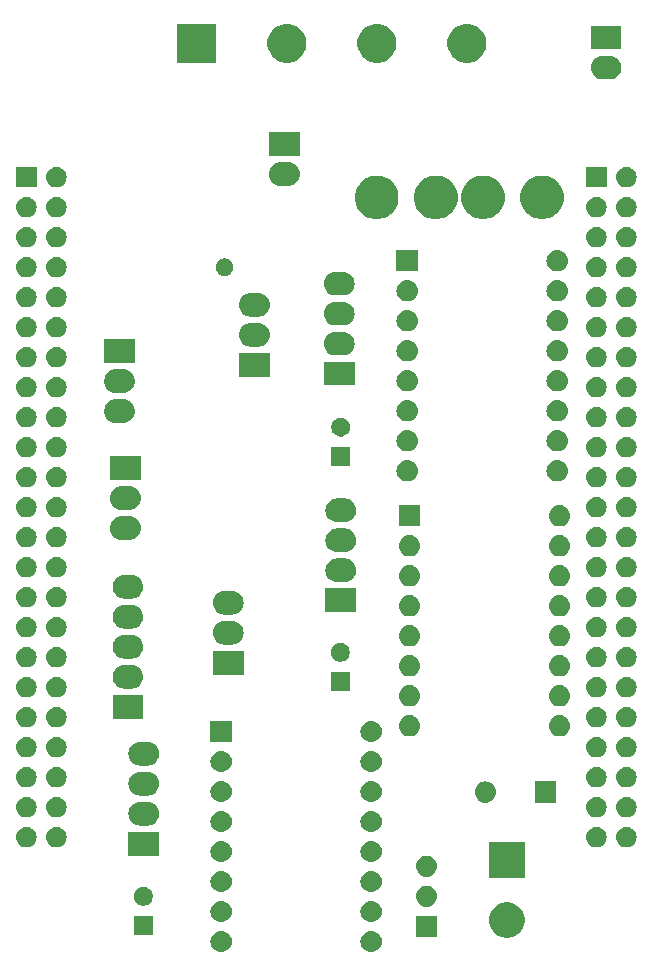
<source format=gbr>
G04 #@! TF.GenerationSoftware,KiCad,Pcbnew,5.0.1-33cea8e~68~ubuntu16.04.1*
G04 #@! TF.CreationDate,2019-04-24T21:21:49+02:00*
G04 #@! TF.ProjectId,BeagleBone-Black-Cape,426561676C65426F6E652D426C61636B,0.2*
G04 #@! TF.SameCoordinates,Original*
G04 #@! TF.FileFunction,Soldermask,Bot*
G04 #@! TF.FilePolarity,Negative*
%FSLAX46Y46*%
G04 Gerber Fmt 4.6, Leading zero omitted, Abs format (unit mm)*
G04 Created by KiCad (PCBNEW 5.0.1-33cea8e~68~ubuntu16.04.1) date wo 24 apr 2019 21:21:49 CEST*
%MOMM*%
%LPD*%
G01*
G04 APERTURE LIST*
%ADD10C,0.100000*%
G04 APERTURE END LIST*
D10*
G36*
X133033672Y-126222242D02*
X133203321Y-126273705D01*
X133359673Y-126357276D01*
X133496715Y-126469745D01*
X133609184Y-126606787D01*
X133692755Y-126763139D01*
X133744218Y-126932788D01*
X133761594Y-127109220D01*
X133744218Y-127285652D01*
X133692755Y-127455301D01*
X133609184Y-127611653D01*
X133496715Y-127748695D01*
X133359673Y-127861164D01*
X133203321Y-127944735D01*
X133033672Y-127996198D01*
X132901451Y-128009220D01*
X132813029Y-128009220D01*
X132680808Y-127996198D01*
X132511159Y-127944735D01*
X132354807Y-127861164D01*
X132217765Y-127748695D01*
X132105296Y-127611653D01*
X132021725Y-127455301D01*
X131970262Y-127285652D01*
X131952886Y-127109220D01*
X131970262Y-126932788D01*
X132021725Y-126763139D01*
X132105296Y-126606787D01*
X132217765Y-126469745D01*
X132354807Y-126357276D01*
X132511159Y-126273705D01*
X132680808Y-126222242D01*
X132813029Y-126209220D01*
X132901451Y-126209220D01*
X133033672Y-126222242D01*
X133033672Y-126222242D01*
G37*
G36*
X145733672Y-126222242D02*
X145903321Y-126273705D01*
X146059673Y-126357276D01*
X146196715Y-126469745D01*
X146309184Y-126606787D01*
X146392755Y-126763139D01*
X146444218Y-126932788D01*
X146461594Y-127109220D01*
X146444218Y-127285652D01*
X146392755Y-127455301D01*
X146309184Y-127611653D01*
X146196715Y-127748695D01*
X146059673Y-127861164D01*
X145903321Y-127944735D01*
X145733672Y-127996198D01*
X145601451Y-128009220D01*
X145513029Y-128009220D01*
X145380808Y-127996198D01*
X145211159Y-127944735D01*
X145054807Y-127861164D01*
X144917765Y-127748695D01*
X144805296Y-127611653D01*
X144721725Y-127455301D01*
X144670262Y-127285652D01*
X144652886Y-127109220D01*
X144670262Y-126932788D01*
X144721725Y-126763139D01*
X144805296Y-126606787D01*
X144917765Y-126469745D01*
X145054807Y-126357276D01*
X145211159Y-126273705D01*
X145380808Y-126222242D01*
X145513029Y-126209220D01*
X145601451Y-126209220D01*
X145733672Y-126222242D01*
X145733672Y-126222242D01*
G37*
G36*
X157385137Y-123817276D02*
X157487534Y-123837644D01*
X157760517Y-123950717D01*
X157946519Y-124075000D01*
X158006197Y-124114876D01*
X158215124Y-124323803D01*
X158215126Y-124323806D01*
X158261219Y-124392788D01*
X158379284Y-124569485D01*
X158492356Y-124842467D01*
X158550000Y-125132261D01*
X158550000Y-125427739D01*
X158492356Y-125717533D01*
X158379284Y-125990515D01*
X158215124Y-126236197D01*
X158006197Y-126445124D01*
X158006194Y-126445126D01*
X157760517Y-126609283D01*
X157487534Y-126722356D01*
X157390935Y-126741571D01*
X157197739Y-126780000D01*
X156902261Y-126780000D01*
X156709065Y-126741571D01*
X156612466Y-126722356D01*
X156339483Y-126609283D01*
X156093806Y-126445126D01*
X156093803Y-126445124D01*
X155884876Y-126236197D01*
X155720716Y-125990515D01*
X155607644Y-125717533D01*
X155550000Y-125427739D01*
X155550000Y-125132261D01*
X155607644Y-124842467D01*
X155720716Y-124569485D01*
X155838782Y-124392788D01*
X155884874Y-124323806D01*
X155884876Y-124323803D01*
X156093803Y-124114876D01*
X156153481Y-124075000D01*
X156339483Y-123950717D01*
X156612466Y-123837644D01*
X156714863Y-123817276D01*
X156902261Y-123780000D01*
X157197739Y-123780000D01*
X157385137Y-123817276D01*
X157385137Y-123817276D01*
G37*
G36*
X151150000Y-126725000D02*
X149350000Y-126725000D01*
X149350000Y-124925000D01*
X151150000Y-124925000D01*
X151150000Y-126725000D01*
X151150000Y-126725000D01*
G37*
G36*
X127075000Y-126575000D02*
X125475000Y-126575000D01*
X125475000Y-124975000D01*
X127075000Y-124975000D01*
X127075000Y-126575000D01*
X127075000Y-126575000D01*
G37*
G36*
X133033672Y-123682242D02*
X133203321Y-123733705D01*
X133359673Y-123817276D01*
X133496715Y-123929745D01*
X133609184Y-124066787D01*
X133692755Y-124223139D01*
X133744218Y-124392788D01*
X133761594Y-124569220D01*
X133744218Y-124745652D01*
X133692755Y-124915301D01*
X133609184Y-125071653D01*
X133496715Y-125208695D01*
X133359673Y-125321164D01*
X133203321Y-125404735D01*
X133033672Y-125456198D01*
X132901451Y-125469220D01*
X132813029Y-125469220D01*
X132680808Y-125456198D01*
X132511159Y-125404735D01*
X132354807Y-125321164D01*
X132217765Y-125208695D01*
X132105296Y-125071653D01*
X132021725Y-124915301D01*
X131970262Y-124745652D01*
X131952886Y-124569220D01*
X131970262Y-124392788D01*
X132021725Y-124223139D01*
X132105296Y-124066787D01*
X132217765Y-123929745D01*
X132354807Y-123817276D01*
X132511159Y-123733705D01*
X132680808Y-123682242D01*
X132813029Y-123669220D01*
X132901451Y-123669220D01*
X133033672Y-123682242D01*
X133033672Y-123682242D01*
G37*
G36*
X145733672Y-123682242D02*
X145903321Y-123733705D01*
X146059673Y-123817276D01*
X146196715Y-123929745D01*
X146309184Y-124066787D01*
X146392755Y-124223139D01*
X146444218Y-124392788D01*
X146461594Y-124569220D01*
X146444218Y-124745652D01*
X146392755Y-124915301D01*
X146309184Y-125071653D01*
X146196715Y-125208695D01*
X146059673Y-125321164D01*
X145903321Y-125404735D01*
X145733672Y-125456198D01*
X145601451Y-125469220D01*
X145513029Y-125469220D01*
X145380808Y-125456198D01*
X145211159Y-125404735D01*
X145054807Y-125321164D01*
X144917765Y-125208695D01*
X144805296Y-125071653D01*
X144721725Y-124915301D01*
X144670262Y-124745652D01*
X144652886Y-124569220D01*
X144670262Y-124392788D01*
X144721725Y-124223139D01*
X144805296Y-124066787D01*
X144917765Y-123929745D01*
X145054807Y-123817276D01*
X145211159Y-123733705D01*
X145380808Y-123682242D01*
X145513029Y-123669220D01*
X145601451Y-123669220D01*
X145733672Y-123682242D01*
X145733672Y-123682242D01*
G37*
G36*
X150426432Y-122398022D02*
X150596081Y-122449485D01*
X150752433Y-122533056D01*
X150889475Y-122645525D01*
X151001944Y-122782567D01*
X151085515Y-122938919D01*
X151136978Y-123108568D01*
X151154354Y-123285000D01*
X151136978Y-123461432D01*
X151085515Y-123631081D01*
X151001944Y-123787433D01*
X150889475Y-123924475D01*
X150752433Y-124036944D01*
X150596081Y-124120515D01*
X150426432Y-124171978D01*
X150294211Y-124185000D01*
X150205789Y-124185000D01*
X150073568Y-124171978D01*
X149903919Y-124120515D01*
X149747567Y-124036944D01*
X149610525Y-123924475D01*
X149498056Y-123787433D01*
X149414485Y-123631081D01*
X149363022Y-123461432D01*
X149345646Y-123285000D01*
X149363022Y-123108568D01*
X149414485Y-122938919D01*
X149498056Y-122782567D01*
X149610525Y-122645525D01*
X149747567Y-122533056D01*
X149903919Y-122449485D01*
X150073568Y-122398022D01*
X150205789Y-122385000D01*
X150294211Y-122385000D01*
X150426432Y-122398022D01*
X150426432Y-122398022D01*
G37*
G36*
X126508352Y-122505743D02*
X126653941Y-122566048D01*
X126784973Y-122653601D01*
X126896399Y-122765027D01*
X126983952Y-122896059D01*
X127044257Y-123041648D01*
X127075000Y-123196205D01*
X127075000Y-123353795D01*
X127044257Y-123508352D01*
X126983952Y-123653941D01*
X126896399Y-123784973D01*
X126784973Y-123896399D01*
X126653941Y-123983952D01*
X126508352Y-124044257D01*
X126353795Y-124075000D01*
X126196205Y-124075000D01*
X126041648Y-124044257D01*
X125896059Y-123983952D01*
X125765027Y-123896399D01*
X125653601Y-123784973D01*
X125566048Y-123653941D01*
X125505743Y-123508352D01*
X125475000Y-123353795D01*
X125475000Y-123196205D01*
X125505743Y-123041648D01*
X125566048Y-122896059D01*
X125653601Y-122765027D01*
X125765027Y-122653601D01*
X125896059Y-122566048D01*
X126041648Y-122505743D01*
X126196205Y-122475000D01*
X126353795Y-122475000D01*
X126508352Y-122505743D01*
X126508352Y-122505743D01*
G37*
G36*
X145733672Y-121142242D02*
X145903321Y-121193705D01*
X146059673Y-121277276D01*
X146196715Y-121389745D01*
X146309184Y-121526787D01*
X146392755Y-121683139D01*
X146444218Y-121852788D01*
X146461594Y-122029220D01*
X146444218Y-122205652D01*
X146392755Y-122375301D01*
X146309184Y-122531653D01*
X146196715Y-122668695D01*
X146059673Y-122781164D01*
X145903321Y-122864735D01*
X145733672Y-122916198D01*
X145601451Y-122929220D01*
X145513029Y-122929220D01*
X145380808Y-122916198D01*
X145211159Y-122864735D01*
X145054807Y-122781164D01*
X144917765Y-122668695D01*
X144805296Y-122531653D01*
X144721725Y-122375301D01*
X144670262Y-122205652D01*
X144652886Y-122029220D01*
X144670262Y-121852788D01*
X144721725Y-121683139D01*
X144805296Y-121526787D01*
X144917765Y-121389745D01*
X145054807Y-121277276D01*
X145211159Y-121193705D01*
X145380808Y-121142242D01*
X145513029Y-121129220D01*
X145601451Y-121129220D01*
X145733672Y-121142242D01*
X145733672Y-121142242D01*
G37*
G36*
X133033672Y-121142242D02*
X133203321Y-121193705D01*
X133359673Y-121277276D01*
X133496715Y-121389745D01*
X133609184Y-121526787D01*
X133692755Y-121683139D01*
X133744218Y-121852788D01*
X133761594Y-122029220D01*
X133744218Y-122205652D01*
X133692755Y-122375301D01*
X133609184Y-122531653D01*
X133496715Y-122668695D01*
X133359673Y-122781164D01*
X133203321Y-122864735D01*
X133033672Y-122916198D01*
X132901451Y-122929220D01*
X132813029Y-122929220D01*
X132680808Y-122916198D01*
X132511159Y-122864735D01*
X132354807Y-122781164D01*
X132217765Y-122668695D01*
X132105296Y-122531653D01*
X132021725Y-122375301D01*
X131970262Y-122205652D01*
X131952886Y-122029220D01*
X131970262Y-121852788D01*
X132021725Y-121683139D01*
X132105296Y-121526787D01*
X132217765Y-121389745D01*
X132354807Y-121277276D01*
X132511159Y-121193705D01*
X132680808Y-121142242D01*
X132813029Y-121129220D01*
X132901451Y-121129220D01*
X133033672Y-121142242D01*
X133033672Y-121142242D01*
G37*
G36*
X158550000Y-121700000D02*
X155550000Y-121700000D01*
X155550000Y-118700000D01*
X158550000Y-118700000D01*
X158550000Y-121700000D01*
X158550000Y-121700000D01*
G37*
G36*
X150426432Y-119858022D02*
X150596081Y-119909485D01*
X150752433Y-119993056D01*
X150889475Y-120105525D01*
X151001944Y-120242567D01*
X151085515Y-120398919D01*
X151136978Y-120568568D01*
X151154354Y-120745000D01*
X151136978Y-120921432D01*
X151085515Y-121091081D01*
X151001944Y-121247433D01*
X150889475Y-121384475D01*
X150752433Y-121496944D01*
X150596081Y-121580515D01*
X150426432Y-121631978D01*
X150294211Y-121645000D01*
X150205789Y-121645000D01*
X150073568Y-121631978D01*
X149903919Y-121580515D01*
X149747567Y-121496944D01*
X149610525Y-121384475D01*
X149498056Y-121247433D01*
X149414485Y-121091081D01*
X149363022Y-120921432D01*
X149345646Y-120745000D01*
X149363022Y-120568568D01*
X149414485Y-120398919D01*
X149498056Y-120242567D01*
X149610525Y-120105525D01*
X149747567Y-119993056D01*
X149903919Y-119909485D01*
X150073568Y-119858022D01*
X150205789Y-119845000D01*
X150294211Y-119845000D01*
X150426432Y-119858022D01*
X150426432Y-119858022D01*
G37*
G36*
X145733672Y-118602242D02*
X145903321Y-118653705D01*
X146059673Y-118737276D01*
X146196715Y-118849745D01*
X146309184Y-118986787D01*
X146392755Y-119143139D01*
X146444218Y-119312788D01*
X146461594Y-119489220D01*
X146444218Y-119665652D01*
X146392755Y-119835301D01*
X146309184Y-119991653D01*
X146196715Y-120128695D01*
X146059673Y-120241164D01*
X145903321Y-120324735D01*
X145733672Y-120376198D01*
X145601451Y-120389220D01*
X145513029Y-120389220D01*
X145380808Y-120376198D01*
X145211159Y-120324735D01*
X145054807Y-120241164D01*
X144917765Y-120128695D01*
X144805296Y-119991653D01*
X144721725Y-119835301D01*
X144670262Y-119665652D01*
X144652886Y-119489220D01*
X144670262Y-119312788D01*
X144721725Y-119143139D01*
X144805296Y-118986787D01*
X144917765Y-118849745D01*
X145054807Y-118737276D01*
X145211159Y-118653705D01*
X145380808Y-118602242D01*
X145513029Y-118589220D01*
X145601451Y-118589220D01*
X145733672Y-118602242D01*
X145733672Y-118602242D01*
G37*
G36*
X133033672Y-118602242D02*
X133203321Y-118653705D01*
X133359673Y-118737276D01*
X133496715Y-118849745D01*
X133609184Y-118986787D01*
X133692755Y-119143139D01*
X133744218Y-119312788D01*
X133761594Y-119489220D01*
X133744218Y-119665652D01*
X133692755Y-119835301D01*
X133609184Y-119991653D01*
X133496715Y-120128695D01*
X133359673Y-120241164D01*
X133203321Y-120324735D01*
X133033672Y-120376198D01*
X132901451Y-120389220D01*
X132813029Y-120389220D01*
X132680808Y-120376198D01*
X132511159Y-120324735D01*
X132354807Y-120241164D01*
X132217765Y-120128695D01*
X132105296Y-119991653D01*
X132021725Y-119835301D01*
X131970262Y-119665652D01*
X131952886Y-119489220D01*
X131970262Y-119312788D01*
X132021725Y-119143139D01*
X132105296Y-118986787D01*
X132217765Y-118849745D01*
X132354807Y-118737276D01*
X132511159Y-118653705D01*
X132680808Y-118602242D01*
X132813029Y-118589220D01*
X132901451Y-118589220D01*
X133033672Y-118602242D01*
X133033672Y-118602242D01*
G37*
G36*
X127614200Y-119826280D02*
X125014200Y-119826280D01*
X125014200Y-117826280D01*
X127614200Y-117826280D01*
X127614200Y-119826280D01*
X127614200Y-119826280D01*
G37*
G36*
X167254812Y-117402965D02*
X167339395Y-117411296D01*
X167459827Y-117447829D01*
X167502188Y-117460679D01*
X167652212Y-117540868D01*
X167783712Y-117648788D01*
X167891632Y-117780288D01*
X167971821Y-117930312D01*
X167971822Y-117930316D01*
X168021204Y-118093105D01*
X168037878Y-118262400D01*
X168021204Y-118431695D01*
X167984671Y-118552127D01*
X167971821Y-118594488D01*
X167891632Y-118744512D01*
X167783712Y-118876012D01*
X167652212Y-118983932D01*
X167502188Y-119064121D01*
X167459827Y-119076971D01*
X167339395Y-119113504D01*
X167254812Y-119121835D01*
X167212521Y-119126000D01*
X167127679Y-119126000D01*
X167085388Y-119121835D01*
X167000805Y-119113504D01*
X166880373Y-119076971D01*
X166838012Y-119064121D01*
X166687988Y-118983932D01*
X166556488Y-118876012D01*
X166448568Y-118744512D01*
X166368379Y-118594488D01*
X166355529Y-118552127D01*
X166318996Y-118431695D01*
X166302322Y-118262400D01*
X166318996Y-118093105D01*
X166368378Y-117930316D01*
X166368379Y-117930312D01*
X166448568Y-117780288D01*
X166556488Y-117648788D01*
X166687988Y-117540868D01*
X166838012Y-117460679D01*
X166880373Y-117447829D01*
X167000805Y-117411296D01*
X167085388Y-117402965D01*
X167127679Y-117398800D01*
X167212521Y-117398800D01*
X167254812Y-117402965D01*
X167254812Y-117402965D01*
G37*
G36*
X116454812Y-117402965D02*
X116539395Y-117411296D01*
X116659827Y-117447829D01*
X116702188Y-117460679D01*
X116852212Y-117540868D01*
X116983712Y-117648788D01*
X117091632Y-117780288D01*
X117171821Y-117930312D01*
X117171822Y-117930316D01*
X117221204Y-118093105D01*
X117237878Y-118262400D01*
X117221204Y-118431695D01*
X117184671Y-118552127D01*
X117171821Y-118594488D01*
X117091632Y-118744512D01*
X116983712Y-118876012D01*
X116852212Y-118983932D01*
X116702188Y-119064121D01*
X116659827Y-119076971D01*
X116539395Y-119113504D01*
X116454812Y-119121835D01*
X116412521Y-119126000D01*
X116327679Y-119126000D01*
X116285388Y-119121835D01*
X116200805Y-119113504D01*
X116080373Y-119076971D01*
X116038012Y-119064121D01*
X115887988Y-118983932D01*
X115756488Y-118876012D01*
X115648568Y-118744512D01*
X115568379Y-118594488D01*
X115555529Y-118552127D01*
X115518996Y-118431695D01*
X115502322Y-118262400D01*
X115518996Y-118093105D01*
X115568378Y-117930316D01*
X115568379Y-117930312D01*
X115648568Y-117780288D01*
X115756488Y-117648788D01*
X115887988Y-117540868D01*
X116038012Y-117460679D01*
X116080373Y-117447829D01*
X116200805Y-117411296D01*
X116285388Y-117402965D01*
X116327679Y-117398800D01*
X116412521Y-117398800D01*
X116454812Y-117402965D01*
X116454812Y-117402965D01*
G37*
G36*
X118994812Y-117402965D02*
X119079395Y-117411296D01*
X119199827Y-117447829D01*
X119242188Y-117460679D01*
X119392212Y-117540868D01*
X119523712Y-117648788D01*
X119631632Y-117780288D01*
X119711821Y-117930312D01*
X119711822Y-117930316D01*
X119761204Y-118093105D01*
X119777878Y-118262400D01*
X119761204Y-118431695D01*
X119724671Y-118552127D01*
X119711821Y-118594488D01*
X119631632Y-118744512D01*
X119523712Y-118876012D01*
X119392212Y-118983932D01*
X119242188Y-119064121D01*
X119199827Y-119076971D01*
X119079395Y-119113504D01*
X118994812Y-119121835D01*
X118952521Y-119126000D01*
X118867679Y-119126000D01*
X118825388Y-119121835D01*
X118740805Y-119113504D01*
X118620373Y-119076971D01*
X118578012Y-119064121D01*
X118427988Y-118983932D01*
X118296488Y-118876012D01*
X118188568Y-118744512D01*
X118108379Y-118594488D01*
X118095529Y-118552127D01*
X118058996Y-118431695D01*
X118042322Y-118262400D01*
X118058996Y-118093105D01*
X118108378Y-117930316D01*
X118108379Y-117930312D01*
X118188568Y-117780288D01*
X118296488Y-117648788D01*
X118427988Y-117540868D01*
X118578012Y-117460679D01*
X118620373Y-117447829D01*
X118740805Y-117411296D01*
X118825388Y-117402965D01*
X118867679Y-117398800D01*
X118952521Y-117398800D01*
X118994812Y-117402965D01*
X118994812Y-117402965D01*
G37*
G36*
X164714812Y-117402965D02*
X164799395Y-117411296D01*
X164919827Y-117447829D01*
X164962188Y-117460679D01*
X165112212Y-117540868D01*
X165243712Y-117648788D01*
X165351632Y-117780288D01*
X165431821Y-117930312D01*
X165431822Y-117930316D01*
X165481204Y-118093105D01*
X165497878Y-118262400D01*
X165481204Y-118431695D01*
X165444671Y-118552127D01*
X165431821Y-118594488D01*
X165351632Y-118744512D01*
X165243712Y-118876012D01*
X165112212Y-118983932D01*
X164962188Y-119064121D01*
X164919827Y-119076971D01*
X164799395Y-119113504D01*
X164714812Y-119121835D01*
X164672521Y-119126000D01*
X164587679Y-119126000D01*
X164545388Y-119121835D01*
X164460805Y-119113504D01*
X164340373Y-119076971D01*
X164298012Y-119064121D01*
X164147988Y-118983932D01*
X164016488Y-118876012D01*
X163908568Y-118744512D01*
X163828379Y-118594488D01*
X163815529Y-118552127D01*
X163778996Y-118431695D01*
X163762322Y-118262400D01*
X163778996Y-118093105D01*
X163828378Y-117930316D01*
X163828379Y-117930312D01*
X163908568Y-117780288D01*
X164016488Y-117648788D01*
X164147988Y-117540868D01*
X164298012Y-117460679D01*
X164340373Y-117447829D01*
X164460805Y-117411296D01*
X164545388Y-117402965D01*
X164587679Y-117398800D01*
X164672521Y-117398800D01*
X164714812Y-117402965D01*
X164714812Y-117402965D01*
G37*
G36*
X145733672Y-116062242D02*
X145903321Y-116113705D01*
X146059673Y-116197276D01*
X146196715Y-116309745D01*
X146309184Y-116446787D01*
X146392755Y-116603139D01*
X146444218Y-116772788D01*
X146461594Y-116949220D01*
X146444218Y-117125652D01*
X146392755Y-117295301D01*
X146309184Y-117451653D01*
X146196715Y-117588695D01*
X146059673Y-117701164D01*
X145903321Y-117784735D01*
X145733672Y-117836198D01*
X145601451Y-117849220D01*
X145513029Y-117849220D01*
X145380808Y-117836198D01*
X145211159Y-117784735D01*
X145054807Y-117701164D01*
X144917765Y-117588695D01*
X144805296Y-117451653D01*
X144721725Y-117295301D01*
X144670262Y-117125652D01*
X144652886Y-116949220D01*
X144670262Y-116772788D01*
X144721725Y-116603139D01*
X144805296Y-116446787D01*
X144917765Y-116309745D01*
X145054807Y-116197276D01*
X145211159Y-116113705D01*
X145380808Y-116062242D01*
X145513029Y-116049220D01*
X145601451Y-116049220D01*
X145733672Y-116062242D01*
X145733672Y-116062242D01*
G37*
G36*
X133033672Y-116062242D02*
X133203321Y-116113705D01*
X133359673Y-116197276D01*
X133496715Y-116309745D01*
X133609184Y-116446787D01*
X133692755Y-116603139D01*
X133744218Y-116772788D01*
X133761594Y-116949220D01*
X133744218Y-117125652D01*
X133692755Y-117295301D01*
X133609184Y-117451653D01*
X133496715Y-117588695D01*
X133359673Y-117701164D01*
X133203321Y-117784735D01*
X133033672Y-117836198D01*
X132901451Y-117849220D01*
X132813029Y-117849220D01*
X132680808Y-117836198D01*
X132511159Y-117784735D01*
X132354807Y-117701164D01*
X132217765Y-117588695D01*
X132105296Y-117451653D01*
X132021725Y-117295301D01*
X131970262Y-117125652D01*
X131952886Y-116949220D01*
X131970262Y-116772788D01*
X132021725Y-116603139D01*
X132105296Y-116446787D01*
X132217765Y-116309745D01*
X132354807Y-116197276D01*
X132511159Y-116113705D01*
X132680808Y-116062242D01*
X132813029Y-116049220D01*
X132901451Y-116049220D01*
X133033672Y-116062242D01*
X133033672Y-116062242D01*
G37*
G36*
X126810230Y-115300749D02*
X126810233Y-115300750D01*
X126810234Y-115300750D01*
X126998735Y-115357931D01*
X126998737Y-115357932D01*
X127172460Y-115450789D01*
X127324728Y-115575752D01*
X127449691Y-115728020D01*
X127449692Y-115728022D01*
X127542549Y-115901745D01*
X127588883Y-116054488D01*
X127599731Y-116090250D01*
X127619038Y-116286280D01*
X127599731Y-116482310D01*
X127599730Y-116482313D01*
X127599730Y-116482314D01*
X127587048Y-116524122D01*
X127542548Y-116670817D01*
X127449691Y-116844540D01*
X127324728Y-116996808D01*
X127172460Y-117121771D01*
X127172458Y-117121772D01*
X126998735Y-117214629D01*
X126810234Y-117271810D01*
X126810233Y-117271810D01*
X126810230Y-117271811D01*
X126663324Y-117286280D01*
X125965076Y-117286280D01*
X125818170Y-117271811D01*
X125818167Y-117271810D01*
X125818166Y-117271810D01*
X125629665Y-117214629D01*
X125455942Y-117121772D01*
X125455940Y-117121771D01*
X125303672Y-116996808D01*
X125178709Y-116844540D01*
X125085852Y-116670817D01*
X125041353Y-116524122D01*
X125028670Y-116482314D01*
X125028670Y-116482313D01*
X125028669Y-116482310D01*
X125009362Y-116286280D01*
X125028669Y-116090250D01*
X125039517Y-116054488D01*
X125085851Y-115901745D01*
X125178708Y-115728022D01*
X125178709Y-115728020D01*
X125303672Y-115575752D01*
X125455940Y-115450789D01*
X125629663Y-115357932D01*
X125629665Y-115357931D01*
X125818166Y-115300750D01*
X125818167Y-115300750D01*
X125818170Y-115300749D01*
X125965076Y-115286280D01*
X126663324Y-115286280D01*
X126810230Y-115300749D01*
X126810230Y-115300749D01*
G37*
G36*
X167254812Y-114862965D02*
X167339395Y-114871296D01*
X167459827Y-114907829D01*
X167502188Y-114920679D01*
X167652212Y-115000868D01*
X167783712Y-115108788D01*
X167891632Y-115240288D01*
X167971821Y-115390312D01*
X167971822Y-115390316D01*
X168021204Y-115553105D01*
X168037878Y-115722400D01*
X168021204Y-115891695D01*
X168018155Y-115901745D01*
X167971821Y-116054488D01*
X167891632Y-116204512D01*
X167783712Y-116336012D01*
X167652212Y-116443932D01*
X167502188Y-116524121D01*
X167459827Y-116536971D01*
X167339395Y-116573504D01*
X167254812Y-116581835D01*
X167212521Y-116586000D01*
X167127679Y-116586000D01*
X167085388Y-116581835D01*
X167000805Y-116573504D01*
X166880373Y-116536971D01*
X166838012Y-116524121D01*
X166687988Y-116443932D01*
X166556488Y-116336012D01*
X166448568Y-116204512D01*
X166368379Y-116054488D01*
X166322045Y-115901745D01*
X166318996Y-115891695D01*
X166302322Y-115722400D01*
X166318996Y-115553105D01*
X166368378Y-115390316D01*
X166368379Y-115390312D01*
X166448568Y-115240288D01*
X166556488Y-115108788D01*
X166687988Y-115000868D01*
X166838012Y-114920679D01*
X166880373Y-114907829D01*
X167000805Y-114871296D01*
X167085388Y-114862965D01*
X167127679Y-114858800D01*
X167212521Y-114858800D01*
X167254812Y-114862965D01*
X167254812Y-114862965D01*
G37*
G36*
X116454812Y-114862965D02*
X116539395Y-114871296D01*
X116659827Y-114907829D01*
X116702188Y-114920679D01*
X116852212Y-115000868D01*
X116983712Y-115108788D01*
X117091632Y-115240288D01*
X117171821Y-115390312D01*
X117171822Y-115390316D01*
X117221204Y-115553105D01*
X117237878Y-115722400D01*
X117221204Y-115891695D01*
X117218155Y-115901745D01*
X117171821Y-116054488D01*
X117091632Y-116204512D01*
X116983712Y-116336012D01*
X116852212Y-116443932D01*
X116702188Y-116524121D01*
X116659827Y-116536971D01*
X116539395Y-116573504D01*
X116454812Y-116581835D01*
X116412521Y-116586000D01*
X116327679Y-116586000D01*
X116285388Y-116581835D01*
X116200805Y-116573504D01*
X116080373Y-116536971D01*
X116038012Y-116524121D01*
X115887988Y-116443932D01*
X115756488Y-116336012D01*
X115648568Y-116204512D01*
X115568379Y-116054488D01*
X115522045Y-115901745D01*
X115518996Y-115891695D01*
X115502322Y-115722400D01*
X115518996Y-115553105D01*
X115568378Y-115390316D01*
X115568379Y-115390312D01*
X115648568Y-115240288D01*
X115756488Y-115108788D01*
X115887988Y-115000868D01*
X116038012Y-114920679D01*
X116080373Y-114907829D01*
X116200805Y-114871296D01*
X116285388Y-114862965D01*
X116327679Y-114858800D01*
X116412521Y-114858800D01*
X116454812Y-114862965D01*
X116454812Y-114862965D01*
G37*
G36*
X118994812Y-114862965D02*
X119079395Y-114871296D01*
X119199827Y-114907829D01*
X119242188Y-114920679D01*
X119392212Y-115000868D01*
X119523712Y-115108788D01*
X119631632Y-115240288D01*
X119711821Y-115390312D01*
X119711822Y-115390316D01*
X119761204Y-115553105D01*
X119777878Y-115722400D01*
X119761204Y-115891695D01*
X119758155Y-115901745D01*
X119711821Y-116054488D01*
X119631632Y-116204512D01*
X119523712Y-116336012D01*
X119392212Y-116443932D01*
X119242188Y-116524121D01*
X119199827Y-116536971D01*
X119079395Y-116573504D01*
X118994812Y-116581835D01*
X118952521Y-116586000D01*
X118867679Y-116586000D01*
X118825388Y-116581835D01*
X118740805Y-116573504D01*
X118620373Y-116536971D01*
X118578012Y-116524121D01*
X118427988Y-116443932D01*
X118296488Y-116336012D01*
X118188568Y-116204512D01*
X118108379Y-116054488D01*
X118062045Y-115901745D01*
X118058996Y-115891695D01*
X118042322Y-115722400D01*
X118058996Y-115553105D01*
X118108378Y-115390316D01*
X118108379Y-115390312D01*
X118188568Y-115240288D01*
X118296488Y-115108788D01*
X118427988Y-115000868D01*
X118578012Y-114920679D01*
X118620373Y-114907829D01*
X118740805Y-114871296D01*
X118825388Y-114862965D01*
X118867679Y-114858800D01*
X118952521Y-114858800D01*
X118994812Y-114862965D01*
X118994812Y-114862965D01*
G37*
G36*
X164714812Y-114862965D02*
X164799395Y-114871296D01*
X164919827Y-114907829D01*
X164962188Y-114920679D01*
X165112212Y-115000868D01*
X165243712Y-115108788D01*
X165351632Y-115240288D01*
X165431821Y-115390312D01*
X165431822Y-115390316D01*
X165481204Y-115553105D01*
X165497878Y-115722400D01*
X165481204Y-115891695D01*
X165478155Y-115901745D01*
X165431821Y-116054488D01*
X165351632Y-116204512D01*
X165243712Y-116336012D01*
X165112212Y-116443932D01*
X164962188Y-116524121D01*
X164919827Y-116536971D01*
X164799395Y-116573504D01*
X164714812Y-116581835D01*
X164672521Y-116586000D01*
X164587679Y-116586000D01*
X164545388Y-116581835D01*
X164460805Y-116573504D01*
X164340373Y-116536971D01*
X164298012Y-116524121D01*
X164147988Y-116443932D01*
X164016488Y-116336012D01*
X163908568Y-116204512D01*
X163828379Y-116054488D01*
X163782045Y-115901745D01*
X163778996Y-115891695D01*
X163762322Y-115722400D01*
X163778996Y-115553105D01*
X163828378Y-115390316D01*
X163828379Y-115390312D01*
X163908568Y-115240288D01*
X164016488Y-115108788D01*
X164147988Y-115000868D01*
X164298012Y-114920679D01*
X164340373Y-114907829D01*
X164460805Y-114871296D01*
X164545388Y-114862965D01*
X164587679Y-114858800D01*
X164672521Y-114858800D01*
X164714812Y-114862965D01*
X164714812Y-114862965D01*
G37*
G36*
X161212100Y-115352400D02*
X159412100Y-115352400D01*
X159412100Y-113552400D01*
X161212100Y-113552400D01*
X161212100Y-115352400D01*
X161212100Y-115352400D01*
G37*
G36*
X155408532Y-113565422D02*
X155578181Y-113616885D01*
X155734533Y-113700456D01*
X155871575Y-113812925D01*
X155984044Y-113949967D01*
X156067615Y-114106319D01*
X156119078Y-114275968D01*
X156136454Y-114452400D01*
X156119078Y-114628832D01*
X156067615Y-114798481D01*
X155984044Y-114954833D01*
X155871575Y-115091875D01*
X155734533Y-115204344D01*
X155578181Y-115287915D01*
X155408532Y-115339378D01*
X155276311Y-115352400D01*
X155187889Y-115352400D01*
X155055668Y-115339378D01*
X154886019Y-115287915D01*
X154729667Y-115204344D01*
X154592625Y-115091875D01*
X154480156Y-114954833D01*
X154396585Y-114798481D01*
X154345122Y-114628832D01*
X154327746Y-114452400D01*
X154345122Y-114275968D01*
X154396585Y-114106319D01*
X154480156Y-113949967D01*
X154592625Y-113812925D01*
X154729667Y-113700456D01*
X154886019Y-113616885D01*
X155055668Y-113565422D01*
X155187889Y-113552400D01*
X155276311Y-113552400D01*
X155408532Y-113565422D01*
X155408532Y-113565422D01*
G37*
G36*
X133033672Y-113522242D02*
X133203321Y-113573705D01*
X133359673Y-113657276D01*
X133496715Y-113769745D01*
X133609184Y-113906787D01*
X133692755Y-114063139D01*
X133744218Y-114232788D01*
X133761594Y-114409220D01*
X133744218Y-114585652D01*
X133692755Y-114755301D01*
X133609184Y-114911653D01*
X133496715Y-115048695D01*
X133359673Y-115161164D01*
X133203321Y-115244735D01*
X133033672Y-115296198D01*
X132901451Y-115309220D01*
X132813029Y-115309220D01*
X132680808Y-115296198D01*
X132511159Y-115244735D01*
X132354807Y-115161164D01*
X132217765Y-115048695D01*
X132105296Y-114911653D01*
X132021725Y-114755301D01*
X131970262Y-114585652D01*
X131952886Y-114409220D01*
X131970262Y-114232788D01*
X132021725Y-114063139D01*
X132105296Y-113906787D01*
X132217765Y-113769745D01*
X132354807Y-113657276D01*
X132511159Y-113573705D01*
X132680808Y-113522242D01*
X132813029Y-113509220D01*
X132901451Y-113509220D01*
X133033672Y-113522242D01*
X133033672Y-113522242D01*
G37*
G36*
X145733672Y-113522242D02*
X145903321Y-113573705D01*
X146059673Y-113657276D01*
X146196715Y-113769745D01*
X146309184Y-113906787D01*
X146392755Y-114063139D01*
X146444218Y-114232788D01*
X146461594Y-114409220D01*
X146444218Y-114585652D01*
X146392755Y-114755301D01*
X146309184Y-114911653D01*
X146196715Y-115048695D01*
X146059673Y-115161164D01*
X145903321Y-115244735D01*
X145733672Y-115296198D01*
X145601451Y-115309220D01*
X145513029Y-115309220D01*
X145380808Y-115296198D01*
X145211159Y-115244735D01*
X145054807Y-115161164D01*
X144917765Y-115048695D01*
X144805296Y-114911653D01*
X144721725Y-114755301D01*
X144670262Y-114585652D01*
X144652886Y-114409220D01*
X144670262Y-114232788D01*
X144721725Y-114063139D01*
X144805296Y-113906787D01*
X144917765Y-113769745D01*
X145054807Y-113657276D01*
X145211159Y-113573705D01*
X145380808Y-113522242D01*
X145513029Y-113509220D01*
X145601451Y-113509220D01*
X145733672Y-113522242D01*
X145733672Y-113522242D01*
G37*
G36*
X126810230Y-112760749D02*
X126810233Y-112760750D01*
X126810234Y-112760750D01*
X126998735Y-112817931D01*
X126998737Y-112817932D01*
X127172460Y-112910789D01*
X127324728Y-113035752D01*
X127449691Y-113188020D01*
X127449692Y-113188022D01*
X127542549Y-113361745D01*
X127588883Y-113514488D01*
X127599731Y-113550250D01*
X127619038Y-113746280D01*
X127599731Y-113942310D01*
X127599730Y-113942313D01*
X127599730Y-113942314D01*
X127549980Y-114106319D01*
X127542548Y-114130817D01*
X127449691Y-114304540D01*
X127324728Y-114456808D01*
X127172460Y-114581771D01*
X127172458Y-114581772D01*
X126998735Y-114674629D01*
X126810234Y-114731810D01*
X126810233Y-114731810D01*
X126810230Y-114731811D01*
X126663324Y-114746280D01*
X125965076Y-114746280D01*
X125818170Y-114731811D01*
X125818167Y-114731810D01*
X125818166Y-114731810D01*
X125629665Y-114674629D01*
X125455942Y-114581772D01*
X125455940Y-114581771D01*
X125303672Y-114456808D01*
X125178709Y-114304540D01*
X125085852Y-114130817D01*
X125078421Y-114106319D01*
X125028670Y-113942314D01*
X125028670Y-113942313D01*
X125028669Y-113942310D01*
X125009362Y-113746280D01*
X125028669Y-113550250D01*
X125039517Y-113514488D01*
X125085851Y-113361745D01*
X125178708Y-113188022D01*
X125178709Y-113188020D01*
X125303672Y-113035752D01*
X125455940Y-112910789D01*
X125629663Y-112817932D01*
X125629665Y-112817931D01*
X125818166Y-112760750D01*
X125818167Y-112760750D01*
X125818170Y-112760749D01*
X125965076Y-112746280D01*
X126663324Y-112746280D01*
X126810230Y-112760749D01*
X126810230Y-112760749D01*
G37*
G36*
X167254812Y-112322965D02*
X167339395Y-112331296D01*
X167459827Y-112367829D01*
X167502188Y-112380679D01*
X167652212Y-112460868D01*
X167783712Y-112568788D01*
X167891632Y-112700288D01*
X167971821Y-112850312D01*
X167971822Y-112850316D01*
X168021204Y-113013105D01*
X168037878Y-113182400D01*
X168021204Y-113351695D01*
X168018155Y-113361745D01*
X167971821Y-113514488D01*
X167891632Y-113664512D01*
X167783712Y-113796012D01*
X167652212Y-113903932D01*
X167502188Y-113984121D01*
X167459827Y-113996971D01*
X167339395Y-114033504D01*
X167254812Y-114041835D01*
X167212521Y-114046000D01*
X167127679Y-114046000D01*
X167085388Y-114041835D01*
X167000805Y-114033504D01*
X166880373Y-113996971D01*
X166838012Y-113984121D01*
X166687988Y-113903932D01*
X166556488Y-113796012D01*
X166448568Y-113664512D01*
X166368379Y-113514488D01*
X166322045Y-113361745D01*
X166318996Y-113351695D01*
X166302322Y-113182400D01*
X166318996Y-113013105D01*
X166368378Y-112850316D01*
X166368379Y-112850312D01*
X166448568Y-112700288D01*
X166556488Y-112568788D01*
X166687988Y-112460868D01*
X166838012Y-112380679D01*
X166880373Y-112367829D01*
X167000805Y-112331296D01*
X167085388Y-112322965D01*
X167127679Y-112318800D01*
X167212521Y-112318800D01*
X167254812Y-112322965D01*
X167254812Y-112322965D01*
G37*
G36*
X116454812Y-112322965D02*
X116539395Y-112331296D01*
X116659827Y-112367829D01*
X116702188Y-112380679D01*
X116852212Y-112460868D01*
X116983712Y-112568788D01*
X117091632Y-112700288D01*
X117171821Y-112850312D01*
X117171822Y-112850316D01*
X117221204Y-113013105D01*
X117237878Y-113182400D01*
X117221204Y-113351695D01*
X117218155Y-113361745D01*
X117171821Y-113514488D01*
X117091632Y-113664512D01*
X116983712Y-113796012D01*
X116852212Y-113903932D01*
X116702188Y-113984121D01*
X116659827Y-113996971D01*
X116539395Y-114033504D01*
X116454812Y-114041835D01*
X116412521Y-114046000D01*
X116327679Y-114046000D01*
X116285388Y-114041835D01*
X116200805Y-114033504D01*
X116080373Y-113996971D01*
X116038012Y-113984121D01*
X115887988Y-113903932D01*
X115756488Y-113796012D01*
X115648568Y-113664512D01*
X115568379Y-113514488D01*
X115522045Y-113361745D01*
X115518996Y-113351695D01*
X115502322Y-113182400D01*
X115518996Y-113013105D01*
X115568378Y-112850316D01*
X115568379Y-112850312D01*
X115648568Y-112700288D01*
X115756488Y-112568788D01*
X115887988Y-112460868D01*
X116038012Y-112380679D01*
X116080373Y-112367829D01*
X116200805Y-112331296D01*
X116285388Y-112322965D01*
X116327679Y-112318800D01*
X116412521Y-112318800D01*
X116454812Y-112322965D01*
X116454812Y-112322965D01*
G37*
G36*
X118994812Y-112322965D02*
X119079395Y-112331296D01*
X119199827Y-112367829D01*
X119242188Y-112380679D01*
X119392212Y-112460868D01*
X119523712Y-112568788D01*
X119631632Y-112700288D01*
X119711821Y-112850312D01*
X119711822Y-112850316D01*
X119761204Y-113013105D01*
X119777878Y-113182400D01*
X119761204Y-113351695D01*
X119758155Y-113361745D01*
X119711821Y-113514488D01*
X119631632Y-113664512D01*
X119523712Y-113796012D01*
X119392212Y-113903932D01*
X119242188Y-113984121D01*
X119199827Y-113996971D01*
X119079395Y-114033504D01*
X118994812Y-114041835D01*
X118952521Y-114046000D01*
X118867679Y-114046000D01*
X118825388Y-114041835D01*
X118740805Y-114033504D01*
X118620373Y-113996971D01*
X118578012Y-113984121D01*
X118427988Y-113903932D01*
X118296488Y-113796012D01*
X118188568Y-113664512D01*
X118108379Y-113514488D01*
X118062045Y-113361745D01*
X118058996Y-113351695D01*
X118042322Y-113182400D01*
X118058996Y-113013105D01*
X118108378Y-112850316D01*
X118108379Y-112850312D01*
X118188568Y-112700288D01*
X118296488Y-112568788D01*
X118427988Y-112460868D01*
X118578012Y-112380679D01*
X118620373Y-112367829D01*
X118740805Y-112331296D01*
X118825388Y-112322965D01*
X118867679Y-112318800D01*
X118952521Y-112318800D01*
X118994812Y-112322965D01*
X118994812Y-112322965D01*
G37*
G36*
X164714812Y-112322965D02*
X164799395Y-112331296D01*
X164919827Y-112367829D01*
X164962188Y-112380679D01*
X165112212Y-112460868D01*
X165243712Y-112568788D01*
X165351632Y-112700288D01*
X165431821Y-112850312D01*
X165431822Y-112850316D01*
X165481204Y-113013105D01*
X165497878Y-113182400D01*
X165481204Y-113351695D01*
X165478155Y-113361745D01*
X165431821Y-113514488D01*
X165351632Y-113664512D01*
X165243712Y-113796012D01*
X165112212Y-113903932D01*
X164962188Y-113984121D01*
X164919827Y-113996971D01*
X164799395Y-114033504D01*
X164714812Y-114041835D01*
X164672521Y-114046000D01*
X164587679Y-114046000D01*
X164545388Y-114041835D01*
X164460805Y-114033504D01*
X164340373Y-113996971D01*
X164298012Y-113984121D01*
X164147988Y-113903932D01*
X164016488Y-113796012D01*
X163908568Y-113664512D01*
X163828379Y-113514488D01*
X163782045Y-113361745D01*
X163778996Y-113351695D01*
X163762322Y-113182400D01*
X163778996Y-113013105D01*
X163828378Y-112850316D01*
X163828379Y-112850312D01*
X163908568Y-112700288D01*
X164016488Y-112568788D01*
X164147988Y-112460868D01*
X164298012Y-112380679D01*
X164340373Y-112367829D01*
X164460805Y-112331296D01*
X164545388Y-112322965D01*
X164587679Y-112318800D01*
X164672521Y-112318800D01*
X164714812Y-112322965D01*
X164714812Y-112322965D01*
G37*
G36*
X133033672Y-110982242D02*
X133203321Y-111033705D01*
X133359673Y-111117276D01*
X133496715Y-111229745D01*
X133609184Y-111366787D01*
X133692755Y-111523139D01*
X133744218Y-111692788D01*
X133761594Y-111869220D01*
X133744218Y-112045652D01*
X133692755Y-112215301D01*
X133609184Y-112371653D01*
X133496715Y-112508695D01*
X133359673Y-112621164D01*
X133203321Y-112704735D01*
X133033672Y-112756198D01*
X132901451Y-112769220D01*
X132813029Y-112769220D01*
X132680808Y-112756198D01*
X132511159Y-112704735D01*
X132354807Y-112621164D01*
X132217765Y-112508695D01*
X132105296Y-112371653D01*
X132021725Y-112215301D01*
X131970262Y-112045652D01*
X131952886Y-111869220D01*
X131970262Y-111692788D01*
X132021725Y-111523139D01*
X132105296Y-111366787D01*
X132217765Y-111229745D01*
X132354807Y-111117276D01*
X132511159Y-111033705D01*
X132680808Y-110982242D01*
X132813029Y-110969220D01*
X132901451Y-110969220D01*
X133033672Y-110982242D01*
X133033672Y-110982242D01*
G37*
G36*
X145733672Y-110982242D02*
X145903321Y-111033705D01*
X146059673Y-111117276D01*
X146196715Y-111229745D01*
X146309184Y-111366787D01*
X146392755Y-111523139D01*
X146444218Y-111692788D01*
X146461594Y-111869220D01*
X146444218Y-112045652D01*
X146392755Y-112215301D01*
X146309184Y-112371653D01*
X146196715Y-112508695D01*
X146059673Y-112621164D01*
X145903321Y-112704735D01*
X145733672Y-112756198D01*
X145601451Y-112769220D01*
X145513029Y-112769220D01*
X145380808Y-112756198D01*
X145211159Y-112704735D01*
X145054807Y-112621164D01*
X144917765Y-112508695D01*
X144805296Y-112371653D01*
X144721725Y-112215301D01*
X144670262Y-112045652D01*
X144652886Y-111869220D01*
X144670262Y-111692788D01*
X144721725Y-111523139D01*
X144805296Y-111366787D01*
X144917765Y-111229745D01*
X145054807Y-111117276D01*
X145211159Y-111033705D01*
X145380808Y-110982242D01*
X145513029Y-110969220D01*
X145601451Y-110969220D01*
X145733672Y-110982242D01*
X145733672Y-110982242D01*
G37*
G36*
X126810230Y-110220749D02*
X126810233Y-110220750D01*
X126810234Y-110220750D01*
X126998735Y-110277931D01*
X126998737Y-110277932D01*
X127172460Y-110370789D01*
X127324728Y-110495752D01*
X127449691Y-110648020D01*
X127449692Y-110648022D01*
X127542549Y-110821745D01*
X127588883Y-110974488D01*
X127599731Y-111010250D01*
X127619038Y-111206280D01*
X127599731Y-111402310D01*
X127599730Y-111402313D01*
X127599730Y-111402314D01*
X127587048Y-111444122D01*
X127542548Y-111590817D01*
X127449691Y-111764540D01*
X127324728Y-111916808D01*
X127172460Y-112041771D01*
X127172458Y-112041772D01*
X126998735Y-112134629D01*
X126810234Y-112191810D01*
X126810233Y-112191810D01*
X126810230Y-112191811D01*
X126663324Y-112206280D01*
X125965076Y-112206280D01*
X125818170Y-112191811D01*
X125818167Y-112191810D01*
X125818166Y-112191810D01*
X125629665Y-112134629D01*
X125455942Y-112041772D01*
X125455940Y-112041771D01*
X125303672Y-111916808D01*
X125178709Y-111764540D01*
X125085852Y-111590817D01*
X125041353Y-111444122D01*
X125028670Y-111402314D01*
X125028670Y-111402313D01*
X125028669Y-111402310D01*
X125009362Y-111206280D01*
X125028669Y-111010250D01*
X125039517Y-110974488D01*
X125085851Y-110821745D01*
X125178708Y-110648022D01*
X125178709Y-110648020D01*
X125303672Y-110495752D01*
X125455940Y-110370789D01*
X125629663Y-110277932D01*
X125629665Y-110277931D01*
X125818166Y-110220750D01*
X125818167Y-110220750D01*
X125818170Y-110220749D01*
X125965076Y-110206280D01*
X126663324Y-110206280D01*
X126810230Y-110220749D01*
X126810230Y-110220749D01*
G37*
G36*
X164714812Y-109782965D02*
X164799395Y-109791296D01*
X164919827Y-109827829D01*
X164962188Y-109840679D01*
X165112212Y-109920868D01*
X165243712Y-110028788D01*
X165351632Y-110160288D01*
X165431821Y-110310312D01*
X165431822Y-110310316D01*
X165481204Y-110473105D01*
X165497878Y-110642400D01*
X165481204Y-110811695D01*
X165478155Y-110821745D01*
X165431821Y-110974488D01*
X165351632Y-111124512D01*
X165243712Y-111256012D01*
X165112212Y-111363932D01*
X164962188Y-111444121D01*
X164919827Y-111456971D01*
X164799395Y-111493504D01*
X164714812Y-111501835D01*
X164672521Y-111506000D01*
X164587679Y-111506000D01*
X164545388Y-111501835D01*
X164460805Y-111493504D01*
X164340373Y-111456971D01*
X164298012Y-111444121D01*
X164147988Y-111363932D01*
X164016488Y-111256012D01*
X163908568Y-111124512D01*
X163828379Y-110974488D01*
X163782045Y-110821745D01*
X163778996Y-110811695D01*
X163762322Y-110642400D01*
X163778996Y-110473105D01*
X163828378Y-110310316D01*
X163828379Y-110310312D01*
X163908568Y-110160288D01*
X164016488Y-110028788D01*
X164147988Y-109920868D01*
X164298012Y-109840679D01*
X164340373Y-109827829D01*
X164460805Y-109791296D01*
X164545388Y-109782965D01*
X164587679Y-109778800D01*
X164672521Y-109778800D01*
X164714812Y-109782965D01*
X164714812Y-109782965D01*
G37*
G36*
X116454812Y-109782965D02*
X116539395Y-109791296D01*
X116659827Y-109827829D01*
X116702188Y-109840679D01*
X116852212Y-109920868D01*
X116983712Y-110028788D01*
X117091632Y-110160288D01*
X117171821Y-110310312D01*
X117171822Y-110310316D01*
X117221204Y-110473105D01*
X117237878Y-110642400D01*
X117221204Y-110811695D01*
X117218155Y-110821745D01*
X117171821Y-110974488D01*
X117091632Y-111124512D01*
X116983712Y-111256012D01*
X116852212Y-111363932D01*
X116702188Y-111444121D01*
X116659827Y-111456971D01*
X116539395Y-111493504D01*
X116454812Y-111501835D01*
X116412521Y-111506000D01*
X116327679Y-111506000D01*
X116285388Y-111501835D01*
X116200805Y-111493504D01*
X116080373Y-111456971D01*
X116038012Y-111444121D01*
X115887988Y-111363932D01*
X115756488Y-111256012D01*
X115648568Y-111124512D01*
X115568379Y-110974488D01*
X115522045Y-110821745D01*
X115518996Y-110811695D01*
X115502322Y-110642400D01*
X115518996Y-110473105D01*
X115568378Y-110310316D01*
X115568379Y-110310312D01*
X115648568Y-110160288D01*
X115756488Y-110028788D01*
X115887988Y-109920868D01*
X116038012Y-109840679D01*
X116080373Y-109827829D01*
X116200805Y-109791296D01*
X116285388Y-109782965D01*
X116327679Y-109778800D01*
X116412521Y-109778800D01*
X116454812Y-109782965D01*
X116454812Y-109782965D01*
G37*
G36*
X118994812Y-109782965D02*
X119079395Y-109791296D01*
X119199827Y-109827829D01*
X119242188Y-109840679D01*
X119392212Y-109920868D01*
X119523712Y-110028788D01*
X119631632Y-110160288D01*
X119711821Y-110310312D01*
X119711822Y-110310316D01*
X119761204Y-110473105D01*
X119777878Y-110642400D01*
X119761204Y-110811695D01*
X119758155Y-110821745D01*
X119711821Y-110974488D01*
X119631632Y-111124512D01*
X119523712Y-111256012D01*
X119392212Y-111363932D01*
X119242188Y-111444121D01*
X119199827Y-111456971D01*
X119079395Y-111493504D01*
X118994812Y-111501835D01*
X118952521Y-111506000D01*
X118867679Y-111506000D01*
X118825388Y-111501835D01*
X118740805Y-111493504D01*
X118620373Y-111456971D01*
X118578012Y-111444121D01*
X118427988Y-111363932D01*
X118296488Y-111256012D01*
X118188568Y-111124512D01*
X118108379Y-110974488D01*
X118062045Y-110821745D01*
X118058996Y-110811695D01*
X118042322Y-110642400D01*
X118058996Y-110473105D01*
X118108378Y-110310316D01*
X118108379Y-110310312D01*
X118188568Y-110160288D01*
X118296488Y-110028788D01*
X118427988Y-109920868D01*
X118578012Y-109840679D01*
X118620373Y-109827829D01*
X118740805Y-109791296D01*
X118825388Y-109782965D01*
X118867679Y-109778800D01*
X118952521Y-109778800D01*
X118994812Y-109782965D01*
X118994812Y-109782965D01*
G37*
G36*
X167254812Y-109782965D02*
X167339395Y-109791296D01*
X167459827Y-109827829D01*
X167502188Y-109840679D01*
X167652212Y-109920868D01*
X167783712Y-110028788D01*
X167891632Y-110160288D01*
X167971821Y-110310312D01*
X167971822Y-110310316D01*
X168021204Y-110473105D01*
X168037878Y-110642400D01*
X168021204Y-110811695D01*
X168018155Y-110821745D01*
X167971821Y-110974488D01*
X167891632Y-111124512D01*
X167783712Y-111256012D01*
X167652212Y-111363932D01*
X167502188Y-111444121D01*
X167459827Y-111456971D01*
X167339395Y-111493504D01*
X167254812Y-111501835D01*
X167212521Y-111506000D01*
X167127679Y-111506000D01*
X167085388Y-111501835D01*
X167000805Y-111493504D01*
X166880373Y-111456971D01*
X166838012Y-111444121D01*
X166687988Y-111363932D01*
X166556488Y-111256012D01*
X166448568Y-111124512D01*
X166368379Y-110974488D01*
X166322045Y-110821745D01*
X166318996Y-110811695D01*
X166302322Y-110642400D01*
X166318996Y-110473105D01*
X166368378Y-110310316D01*
X166368379Y-110310312D01*
X166448568Y-110160288D01*
X166556488Y-110028788D01*
X166687988Y-109920868D01*
X166838012Y-109840679D01*
X166880373Y-109827829D01*
X167000805Y-109791296D01*
X167085388Y-109782965D01*
X167127679Y-109778800D01*
X167212521Y-109778800D01*
X167254812Y-109782965D01*
X167254812Y-109782965D01*
G37*
G36*
X145733672Y-108442242D02*
X145903321Y-108493705D01*
X146059673Y-108577276D01*
X146196715Y-108689745D01*
X146309184Y-108826787D01*
X146392755Y-108983139D01*
X146444218Y-109152788D01*
X146461594Y-109329220D01*
X146444218Y-109505652D01*
X146392755Y-109675301D01*
X146309184Y-109831653D01*
X146196715Y-109968695D01*
X146059673Y-110081164D01*
X145903321Y-110164735D01*
X145733672Y-110216198D01*
X145601451Y-110229220D01*
X145513029Y-110229220D01*
X145380808Y-110216198D01*
X145211159Y-110164735D01*
X145054807Y-110081164D01*
X144917765Y-109968695D01*
X144805296Y-109831653D01*
X144721725Y-109675301D01*
X144670262Y-109505652D01*
X144652886Y-109329220D01*
X144670262Y-109152788D01*
X144721725Y-108983139D01*
X144805296Y-108826787D01*
X144917765Y-108689745D01*
X145054807Y-108577276D01*
X145211159Y-108493705D01*
X145380808Y-108442242D01*
X145513029Y-108429220D01*
X145601451Y-108429220D01*
X145733672Y-108442242D01*
X145733672Y-108442242D01*
G37*
G36*
X133757240Y-110229220D02*
X131957240Y-110229220D01*
X131957240Y-108429220D01*
X133757240Y-108429220D01*
X133757240Y-110229220D01*
X133757240Y-110229220D01*
G37*
G36*
X148977252Y-107959642D02*
X149146901Y-108011105D01*
X149303253Y-108094676D01*
X149440295Y-108207145D01*
X149552764Y-108344187D01*
X149636335Y-108500539D01*
X149687798Y-108670188D01*
X149705174Y-108846620D01*
X149687798Y-109023052D01*
X149636335Y-109192701D01*
X149552764Y-109349053D01*
X149440295Y-109486095D01*
X149303253Y-109598564D01*
X149146901Y-109682135D01*
X148977252Y-109733598D01*
X148845031Y-109746620D01*
X148756609Y-109746620D01*
X148624388Y-109733598D01*
X148454739Y-109682135D01*
X148298387Y-109598564D01*
X148161345Y-109486095D01*
X148048876Y-109349053D01*
X147965305Y-109192701D01*
X147913842Y-109023052D01*
X147896466Y-108846620D01*
X147913842Y-108670188D01*
X147965305Y-108500539D01*
X148048876Y-108344187D01*
X148161345Y-108207145D01*
X148298387Y-108094676D01*
X148454739Y-108011105D01*
X148624388Y-107959642D01*
X148756609Y-107946620D01*
X148845031Y-107946620D01*
X148977252Y-107959642D01*
X148977252Y-107959642D01*
G37*
G36*
X161677252Y-107959642D02*
X161846901Y-108011105D01*
X162003253Y-108094676D01*
X162140295Y-108207145D01*
X162252764Y-108344187D01*
X162336335Y-108500539D01*
X162387798Y-108670188D01*
X162405174Y-108846620D01*
X162387798Y-109023052D01*
X162336335Y-109192701D01*
X162252764Y-109349053D01*
X162140295Y-109486095D01*
X162003253Y-109598564D01*
X161846901Y-109682135D01*
X161677252Y-109733598D01*
X161545031Y-109746620D01*
X161456609Y-109746620D01*
X161324388Y-109733598D01*
X161154739Y-109682135D01*
X160998387Y-109598564D01*
X160861345Y-109486095D01*
X160748876Y-109349053D01*
X160665305Y-109192701D01*
X160613842Y-109023052D01*
X160596466Y-108846620D01*
X160613842Y-108670188D01*
X160665305Y-108500539D01*
X160748876Y-108344187D01*
X160861345Y-108207145D01*
X160998387Y-108094676D01*
X161154739Y-108011105D01*
X161324388Y-107959642D01*
X161456609Y-107946620D01*
X161545031Y-107946620D01*
X161677252Y-107959642D01*
X161677252Y-107959642D01*
G37*
G36*
X116454812Y-107242965D02*
X116539395Y-107251296D01*
X116659827Y-107287829D01*
X116702188Y-107300679D01*
X116852212Y-107380868D01*
X116983712Y-107488788D01*
X117091632Y-107620288D01*
X117171821Y-107770312D01*
X117171822Y-107770316D01*
X117221204Y-107933105D01*
X117237878Y-108102400D01*
X117221204Y-108271695D01*
X117199213Y-108344188D01*
X117171821Y-108434488D01*
X117091632Y-108584512D01*
X116983712Y-108716012D01*
X116852212Y-108823932D01*
X116702188Y-108904121D01*
X116659827Y-108916971D01*
X116539395Y-108953504D01*
X116454812Y-108961835D01*
X116412521Y-108966000D01*
X116327679Y-108966000D01*
X116285388Y-108961835D01*
X116200805Y-108953504D01*
X116080373Y-108916971D01*
X116038012Y-108904121D01*
X115887988Y-108823932D01*
X115756488Y-108716012D01*
X115648568Y-108584512D01*
X115568379Y-108434488D01*
X115540987Y-108344188D01*
X115518996Y-108271695D01*
X115502322Y-108102400D01*
X115518996Y-107933105D01*
X115568378Y-107770316D01*
X115568379Y-107770312D01*
X115648568Y-107620288D01*
X115756488Y-107488788D01*
X115887988Y-107380868D01*
X116038012Y-107300679D01*
X116080373Y-107287829D01*
X116200805Y-107251296D01*
X116285388Y-107242965D01*
X116327679Y-107238800D01*
X116412521Y-107238800D01*
X116454812Y-107242965D01*
X116454812Y-107242965D01*
G37*
G36*
X164714812Y-107242965D02*
X164799395Y-107251296D01*
X164919827Y-107287829D01*
X164962188Y-107300679D01*
X165112212Y-107380868D01*
X165243712Y-107488788D01*
X165351632Y-107620288D01*
X165431821Y-107770312D01*
X165431822Y-107770316D01*
X165481204Y-107933105D01*
X165497878Y-108102400D01*
X165481204Y-108271695D01*
X165459213Y-108344188D01*
X165431821Y-108434488D01*
X165351632Y-108584512D01*
X165243712Y-108716012D01*
X165112212Y-108823932D01*
X164962188Y-108904121D01*
X164919827Y-108916971D01*
X164799395Y-108953504D01*
X164714812Y-108961835D01*
X164672521Y-108966000D01*
X164587679Y-108966000D01*
X164545388Y-108961835D01*
X164460805Y-108953504D01*
X164340373Y-108916971D01*
X164298012Y-108904121D01*
X164147988Y-108823932D01*
X164016488Y-108716012D01*
X163908568Y-108584512D01*
X163828379Y-108434488D01*
X163800987Y-108344188D01*
X163778996Y-108271695D01*
X163762322Y-108102400D01*
X163778996Y-107933105D01*
X163828378Y-107770316D01*
X163828379Y-107770312D01*
X163908568Y-107620288D01*
X164016488Y-107488788D01*
X164147988Y-107380868D01*
X164298012Y-107300679D01*
X164340373Y-107287829D01*
X164460805Y-107251296D01*
X164545388Y-107242965D01*
X164587679Y-107238800D01*
X164672521Y-107238800D01*
X164714812Y-107242965D01*
X164714812Y-107242965D01*
G37*
G36*
X118994812Y-107242965D02*
X119079395Y-107251296D01*
X119199827Y-107287829D01*
X119242188Y-107300679D01*
X119392212Y-107380868D01*
X119523712Y-107488788D01*
X119631632Y-107620288D01*
X119711821Y-107770312D01*
X119711822Y-107770316D01*
X119761204Y-107933105D01*
X119777878Y-108102400D01*
X119761204Y-108271695D01*
X119739213Y-108344188D01*
X119711821Y-108434488D01*
X119631632Y-108584512D01*
X119523712Y-108716012D01*
X119392212Y-108823932D01*
X119242188Y-108904121D01*
X119199827Y-108916971D01*
X119079395Y-108953504D01*
X118994812Y-108961835D01*
X118952521Y-108966000D01*
X118867679Y-108966000D01*
X118825388Y-108961835D01*
X118740805Y-108953504D01*
X118620373Y-108916971D01*
X118578012Y-108904121D01*
X118427988Y-108823932D01*
X118296488Y-108716012D01*
X118188568Y-108584512D01*
X118108379Y-108434488D01*
X118080987Y-108344188D01*
X118058996Y-108271695D01*
X118042322Y-108102400D01*
X118058996Y-107933105D01*
X118108378Y-107770316D01*
X118108379Y-107770312D01*
X118188568Y-107620288D01*
X118296488Y-107488788D01*
X118427988Y-107380868D01*
X118578012Y-107300679D01*
X118620373Y-107287829D01*
X118740805Y-107251296D01*
X118825388Y-107242965D01*
X118867679Y-107238800D01*
X118952521Y-107238800D01*
X118994812Y-107242965D01*
X118994812Y-107242965D01*
G37*
G36*
X167254812Y-107242965D02*
X167339395Y-107251296D01*
X167459827Y-107287829D01*
X167502188Y-107300679D01*
X167652212Y-107380868D01*
X167783712Y-107488788D01*
X167891632Y-107620288D01*
X167971821Y-107770312D01*
X167971822Y-107770316D01*
X168021204Y-107933105D01*
X168037878Y-108102400D01*
X168021204Y-108271695D01*
X167999213Y-108344188D01*
X167971821Y-108434488D01*
X167891632Y-108584512D01*
X167783712Y-108716012D01*
X167652212Y-108823932D01*
X167502188Y-108904121D01*
X167459827Y-108916971D01*
X167339395Y-108953504D01*
X167254812Y-108961835D01*
X167212521Y-108966000D01*
X167127679Y-108966000D01*
X167085388Y-108961835D01*
X167000805Y-108953504D01*
X166880373Y-108916971D01*
X166838012Y-108904121D01*
X166687988Y-108823932D01*
X166556488Y-108716012D01*
X166448568Y-108584512D01*
X166368379Y-108434488D01*
X166340987Y-108344188D01*
X166318996Y-108271695D01*
X166302322Y-108102400D01*
X166318996Y-107933105D01*
X166368378Y-107770316D01*
X166368379Y-107770312D01*
X166448568Y-107620288D01*
X166556488Y-107488788D01*
X166687988Y-107380868D01*
X166838012Y-107300679D01*
X166880373Y-107287829D01*
X167000805Y-107251296D01*
X167085388Y-107242965D01*
X167127679Y-107238800D01*
X167212521Y-107238800D01*
X167254812Y-107242965D01*
X167254812Y-107242965D01*
G37*
G36*
X126268000Y-108238800D02*
X123668000Y-108238800D01*
X123668000Y-106238800D01*
X126268000Y-106238800D01*
X126268000Y-108238800D01*
X126268000Y-108238800D01*
G37*
G36*
X148977252Y-105419642D02*
X149146901Y-105471105D01*
X149303253Y-105554676D01*
X149440295Y-105667145D01*
X149552764Y-105804187D01*
X149636335Y-105960539D01*
X149687798Y-106130188D01*
X149705174Y-106306620D01*
X149687798Y-106483052D01*
X149636335Y-106652701D01*
X149552764Y-106809053D01*
X149440295Y-106946095D01*
X149303253Y-107058564D01*
X149146901Y-107142135D01*
X148977252Y-107193598D01*
X148845031Y-107206620D01*
X148756609Y-107206620D01*
X148624388Y-107193598D01*
X148454739Y-107142135D01*
X148298387Y-107058564D01*
X148161345Y-106946095D01*
X148048876Y-106809053D01*
X147965305Y-106652701D01*
X147913842Y-106483052D01*
X147896466Y-106306620D01*
X147913842Y-106130188D01*
X147965305Y-105960539D01*
X148048876Y-105804187D01*
X148161345Y-105667145D01*
X148298387Y-105554676D01*
X148454739Y-105471105D01*
X148624388Y-105419642D01*
X148756609Y-105406620D01*
X148845031Y-105406620D01*
X148977252Y-105419642D01*
X148977252Y-105419642D01*
G37*
G36*
X161677252Y-105419642D02*
X161846901Y-105471105D01*
X162003253Y-105554676D01*
X162140295Y-105667145D01*
X162252764Y-105804187D01*
X162336335Y-105960539D01*
X162387798Y-106130188D01*
X162405174Y-106306620D01*
X162387798Y-106483052D01*
X162336335Y-106652701D01*
X162252764Y-106809053D01*
X162140295Y-106946095D01*
X162003253Y-107058564D01*
X161846901Y-107142135D01*
X161677252Y-107193598D01*
X161545031Y-107206620D01*
X161456609Y-107206620D01*
X161324388Y-107193598D01*
X161154739Y-107142135D01*
X160998387Y-107058564D01*
X160861345Y-106946095D01*
X160748876Y-106809053D01*
X160665305Y-106652701D01*
X160613842Y-106483052D01*
X160596466Y-106306620D01*
X160613842Y-106130188D01*
X160665305Y-105960539D01*
X160748876Y-105804187D01*
X160861345Y-105667145D01*
X160998387Y-105554676D01*
X161154739Y-105471105D01*
X161324388Y-105419642D01*
X161456609Y-105406620D01*
X161545031Y-105406620D01*
X161677252Y-105419642D01*
X161677252Y-105419642D01*
G37*
G36*
X118994812Y-104702965D02*
X119079395Y-104711296D01*
X119199827Y-104747829D01*
X119242188Y-104760679D01*
X119392212Y-104840868D01*
X119523712Y-104948788D01*
X119631632Y-105080288D01*
X119711821Y-105230312D01*
X119711822Y-105230316D01*
X119761204Y-105393105D01*
X119777878Y-105562400D01*
X119761204Y-105731695D01*
X119739213Y-105804188D01*
X119711821Y-105894488D01*
X119631632Y-106044512D01*
X119523712Y-106176012D01*
X119392212Y-106283932D01*
X119242188Y-106364121D01*
X119199827Y-106376971D01*
X119079395Y-106413504D01*
X118994812Y-106421835D01*
X118952521Y-106426000D01*
X118867679Y-106426000D01*
X118825388Y-106421835D01*
X118740805Y-106413504D01*
X118620373Y-106376971D01*
X118578012Y-106364121D01*
X118427988Y-106283932D01*
X118296488Y-106176012D01*
X118188568Y-106044512D01*
X118108379Y-105894488D01*
X118080987Y-105804188D01*
X118058996Y-105731695D01*
X118042322Y-105562400D01*
X118058996Y-105393105D01*
X118108378Y-105230316D01*
X118108379Y-105230312D01*
X118188568Y-105080288D01*
X118296488Y-104948788D01*
X118427988Y-104840868D01*
X118578012Y-104760679D01*
X118620373Y-104747829D01*
X118740805Y-104711296D01*
X118825388Y-104702965D01*
X118867679Y-104698800D01*
X118952521Y-104698800D01*
X118994812Y-104702965D01*
X118994812Y-104702965D01*
G37*
G36*
X116454812Y-104702965D02*
X116539395Y-104711296D01*
X116659827Y-104747829D01*
X116702188Y-104760679D01*
X116852212Y-104840868D01*
X116983712Y-104948788D01*
X117091632Y-105080288D01*
X117171821Y-105230312D01*
X117171822Y-105230316D01*
X117221204Y-105393105D01*
X117237878Y-105562400D01*
X117221204Y-105731695D01*
X117199213Y-105804188D01*
X117171821Y-105894488D01*
X117091632Y-106044512D01*
X116983712Y-106176012D01*
X116852212Y-106283932D01*
X116702188Y-106364121D01*
X116659827Y-106376971D01*
X116539395Y-106413504D01*
X116454812Y-106421835D01*
X116412521Y-106426000D01*
X116327679Y-106426000D01*
X116285388Y-106421835D01*
X116200805Y-106413504D01*
X116080373Y-106376971D01*
X116038012Y-106364121D01*
X115887988Y-106283932D01*
X115756488Y-106176012D01*
X115648568Y-106044512D01*
X115568379Y-105894488D01*
X115540987Y-105804188D01*
X115518996Y-105731695D01*
X115502322Y-105562400D01*
X115518996Y-105393105D01*
X115568378Y-105230316D01*
X115568379Y-105230312D01*
X115648568Y-105080288D01*
X115756488Y-104948788D01*
X115887988Y-104840868D01*
X116038012Y-104760679D01*
X116080373Y-104747829D01*
X116200805Y-104711296D01*
X116285388Y-104702965D01*
X116327679Y-104698800D01*
X116412521Y-104698800D01*
X116454812Y-104702965D01*
X116454812Y-104702965D01*
G37*
G36*
X164714812Y-104702965D02*
X164799395Y-104711296D01*
X164919827Y-104747829D01*
X164962188Y-104760679D01*
X165112212Y-104840868D01*
X165243712Y-104948788D01*
X165351632Y-105080288D01*
X165431821Y-105230312D01*
X165431822Y-105230316D01*
X165481204Y-105393105D01*
X165497878Y-105562400D01*
X165481204Y-105731695D01*
X165459213Y-105804188D01*
X165431821Y-105894488D01*
X165351632Y-106044512D01*
X165243712Y-106176012D01*
X165112212Y-106283932D01*
X164962188Y-106364121D01*
X164919827Y-106376971D01*
X164799395Y-106413504D01*
X164714812Y-106421835D01*
X164672521Y-106426000D01*
X164587679Y-106426000D01*
X164545388Y-106421835D01*
X164460805Y-106413504D01*
X164340373Y-106376971D01*
X164298012Y-106364121D01*
X164147988Y-106283932D01*
X164016488Y-106176012D01*
X163908568Y-106044512D01*
X163828379Y-105894488D01*
X163800987Y-105804188D01*
X163778996Y-105731695D01*
X163762322Y-105562400D01*
X163778996Y-105393105D01*
X163828378Y-105230316D01*
X163828379Y-105230312D01*
X163908568Y-105080288D01*
X164016488Y-104948788D01*
X164147988Y-104840868D01*
X164298012Y-104760679D01*
X164340373Y-104747829D01*
X164460805Y-104711296D01*
X164545388Y-104702965D01*
X164587679Y-104698800D01*
X164672521Y-104698800D01*
X164714812Y-104702965D01*
X164714812Y-104702965D01*
G37*
G36*
X167254812Y-104702965D02*
X167339395Y-104711296D01*
X167459827Y-104747829D01*
X167502188Y-104760679D01*
X167652212Y-104840868D01*
X167783712Y-104948788D01*
X167891632Y-105080288D01*
X167971821Y-105230312D01*
X167971822Y-105230316D01*
X168021204Y-105393105D01*
X168037878Y-105562400D01*
X168021204Y-105731695D01*
X167999213Y-105804188D01*
X167971821Y-105894488D01*
X167891632Y-106044512D01*
X167783712Y-106176012D01*
X167652212Y-106283932D01*
X167502188Y-106364121D01*
X167459827Y-106376971D01*
X167339395Y-106413504D01*
X167254812Y-106421835D01*
X167212521Y-106426000D01*
X167127679Y-106426000D01*
X167085388Y-106421835D01*
X167000805Y-106413504D01*
X166880373Y-106376971D01*
X166838012Y-106364121D01*
X166687988Y-106283932D01*
X166556488Y-106176012D01*
X166448568Y-106044512D01*
X166368379Y-105894488D01*
X166340987Y-105804188D01*
X166318996Y-105731695D01*
X166302322Y-105562400D01*
X166318996Y-105393105D01*
X166368378Y-105230316D01*
X166368379Y-105230312D01*
X166448568Y-105080288D01*
X166556488Y-104948788D01*
X166687988Y-104840868D01*
X166838012Y-104760679D01*
X166880373Y-104747829D01*
X167000805Y-104711296D01*
X167085388Y-104702965D01*
X167127679Y-104698800D01*
X167212521Y-104698800D01*
X167254812Y-104702965D01*
X167254812Y-104702965D01*
G37*
G36*
X143750000Y-105925000D02*
X142150000Y-105925000D01*
X142150000Y-104325000D01*
X143750000Y-104325000D01*
X143750000Y-105925000D01*
X143750000Y-105925000D01*
G37*
G36*
X125464030Y-103713269D02*
X125464033Y-103713270D01*
X125464034Y-103713270D01*
X125652535Y-103770451D01*
X125652537Y-103770452D01*
X125826260Y-103863309D01*
X125978528Y-103988272D01*
X126103491Y-104140540D01*
X126196348Y-104314263D01*
X126253531Y-104502770D01*
X126272838Y-104698800D01*
X126253531Y-104894830D01*
X126196348Y-105083337D01*
X126103491Y-105257060D01*
X125978528Y-105409328D01*
X125826260Y-105534291D01*
X125773672Y-105562400D01*
X125652535Y-105627149D01*
X125464034Y-105684330D01*
X125464033Y-105684330D01*
X125464030Y-105684331D01*
X125317124Y-105698800D01*
X124618876Y-105698800D01*
X124471970Y-105684331D01*
X124471967Y-105684330D01*
X124471966Y-105684330D01*
X124283465Y-105627149D01*
X124162328Y-105562400D01*
X124109740Y-105534291D01*
X123957472Y-105409328D01*
X123832509Y-105257060D01*
X123739652Y-105083337D01*
X123682469Y-104894830D01*
X123663162Y-104698800D01*
X123682469Y-104502770D01*
X123739652Y-104314263D01*
X123832509Y-104140540D01*
X123957472Y-103988272D01*
X124109740Y-103863309D01*
X124283463Y-103770452D01*
X124283465Y-103770451D01*
X124471966Y-103713270D01*
X124471967Y-103713270D01*
X124471970Y-103713269D01*
X124618876Y-103698800D01*
X125317124Y-103698800D01*
X125464030Y-103713269D01*
X125464030Y-103713269D01*
G37*
G36*
X148977252Y-102879642D02*
X149146901Y-102931105D01*
X149303253Y-103014676D01*
X149440295Y-103127145D01*
X149552764Y-103264187D01*
X149636335Y-103420539D01*
X149687798Y-103590188D01*
X149705174Y-103766620D01*
X149687798Y-103943052D01*
X149636335Y-104112701D01*
X149552764Y-104269053D01*
X149440295Y-104406095D01*
X149303253Y-104518564D01*
X149146901Y-104602135D01*
X148977252Y-104653598D01*
X148845031Y-104666620D01*
X148756609Y-104666620D01*
X148624388Y-104653598D01*
X148454739Y-104602135D01*
X148298387Y-104518564D01*
X148161345Y-104406095D01*
X148048876Y-104269053D01*
X147965305Y-104112701D01*
X147913842Y-103943052D01*
X147896466Y-103766620D01*
X147913842Y-103590188D01*
X147965305Y-103420539D01*
X148048876Y-103264187D01*
X148161345Y-103127145D01*
X148298387Y-103014676D01*
X148454739Y-102931105D01*
X148624388Y-102879642D01*
X148756609Y-102866620D01*
X148845031Y-102866620D01*
X148977252Y-102879642D01*
X148977252Y-102879642D01*
G37*
G36*
X161677252Y-102879642D02*
X161846901Y-102931105D01*
X162003253Y-103014676D01*
X162140295Y-103127145D01*
X162252764Y-103264187D01*
X162336335Y-103420539D01*
X162387798Y-103590188D01*
X162405174Y-103766620D01*
X162387798Y-103943052D01*
X162336335Y-104112701D01*
X162252764Y-104269053D01*
X162140295Y-104406095D01*
X162003253Y-104518564D01*
X161846901Y-104602135D01*
X161677252Y-104653598D01*
X161545031Y-104666620D01*
X161456609Y-104666620D01*
X161324388Y-104653598D01*
X161154739Y-104602135D01*
X160998387Y-104518564D01*
X160861345Y-104406095D01*
X160748876Y-104269053D01*
X160665305Y-104112701D01*
X160613842Y-103943052D01*
X160596466Y-103766620D01*
X160613842Y-103590188D01*
X160665305Y-103420539D01*
X160748876Y-103264187D01*
X160861345Y-103127145D01*
X160998387Y-103014676D01*
X161154739Y-102931105D01*
X161324388Y-102879642D01*
X161456609Y-102866620D01*
X161545031Y-102866620D01*
X161677252Y-102879642D01*
X161677252Y-102879642D01*
G37*
G36*
X134756680Y-104510080D02*
X132156680Y-104510080D01*
X132156680Y-102510080D01*
X134756680Y-102510080D01*
X134756680Y-104510080D01*
X134756680Y-104510080D01*
G37*
G36*
X116454812Y-102162965D02*
X116539395Y-102171296D01*
X116659827Y-102207829D01*
X116702188Y-102220679D01*
X116852212Y-102300868D01*
X116983712Y-102408788D01*
X117091632Y-102540288D01*
X117171821Y-102690312D01*
X117171822Y-102690316D01*
X117221204Y-102853105D01*
X117237878Y-103022400D01*
X117221204Y-103191695D01*
X117199213Y-103264188D01*
X117171821Y-103354488D01*
X117091632Y-103504512D01*
X116983712Y-103636012D01*
X116852212Y-103743932D01*
X116702188Y-103824121D01*
X116659827Y-103836971D01*
X116539395Y-103873504D01*
X116454812Y-103881835D01*
X116412521Y-103886000D01*
X116327679Y-103886000D01*
X116285388Y-103881835D01*
X116200805Y-103873504D01*
X116080373Y-103836971D01*
X116038012Y-103824121D01*
X115887988Y-103743932D01*
X115756488Y-103636012D01*
X115648568Y-103504512D01*
X115568379Y-103354488D01*
X115540987Y-103264188D01*
X115518996Y-103191695D01*
X115502322Y-103022400D01*
X115518996Y-102853105D01*
X115568378Y-102690316D01*
X115568379Y-102690312D01*
X115648568Y-102540288D01*
X115756488Y-102408788D01*
X115887988Y-102300868D01*
X116038012Y-102220679D01*
X116080373Y-102207829D01*
X116200805Y-102171296D01*
X116285388Y-102162965D01*
X116327679Y-102158800D01*
X116412521Y-102158800D01*
X116454812Y-102162965D01*
X116454812Y-102162965D01*
G37*
G36*
X118994812Y-102162965D02*
X119079395Y-102171296D01*
X119199827Y-102207829D01*
X119242188Y-102220679D01*
X119392212Y-102300868D01*
X119523712Y-102408788D01*
X119631632Y-102540288D01*
X119711821Y-102690312D01*
X119711822Y-102690316D01*
X119761204Y-102853105D01*
X119777878Y-103022400D01*
X119761204Y-103191695D01*
X119739213Y-103264188D01*
X119711821Y-103354488D01*
X119631632Y-103504512D01*
X119523712Y-103636012D01*
X119392212Y-103743932D01*
X119242188Y-103824121D01*
X119199827Y-103836971D01*
X119079395Y-103873504D01*
X118994812Y-103881835D01*
X118952521Y-103886000D01*
X118867679Y-103886000D01*
X118825388Y-103881835D01*
X118740805Y-103873504D01*
X118620373Y-103836971D01*
X118578012Y-103824121D01*
X118427988Y-103743932D01*
X118296488Y-103636012D01*
X118188568Y-103504512D01*
X118108379Y-103354488D01*
X118080987Y-103264188D01*
X118058996Y-103191695D01*
X118042322Y-103022400D01*
X118058996Y-102853105D01*
X118108378Y-102690316D01*
X118108379Y-102690312D01*
X118188568Y-102540288D01*
X118296488Y-102408788D01*
X118427988Y-102300868D01*
X118578012Y-102220679D01*
X118620373Y-102207829D01*
X118740805Y-102171296D01*
X118825388Y-102162965D01*
X118867679Y-102158800D01*
X118952521Y-102158800D01*
X118994812Y-102162965D01*
X118994812Y-102162965D01*
G37*
G36*
X164714812Y-102162965D02*
X164799395Y-102171296D01*
X164919827Y-102207829D01*
X164962188Y-102220679D01*
X165112212Y-102300868D01*
X165243712Y-102408788D01*
X165351632Y-102540288D01*
X165431821Y-102690312D01*
X165431822Y-102690316D01*
X165481204Y-102853105D01*
X165497878Y-103022400D01*
X165481204Y-103191695D01*
X165459213Y-103264188D01*
X165431821Y-103354488D01*
X165351632Y-103504512D01*
X165243712Y-103636012D01*
X165112212Y-103743932D01*
X164962188Y-103824121D01*
X164919827Y-103836971D01*
X164799395Y-103873504D01*
X164714812Y-103881835D01*
X164672521Y-103886000D01*
X164587679Y-103886000D01*
X164545388Y-103881835D01*
X164460805Y-103873504D01*
X164340373Y-103836971D01*
X164298012Y-103824121D01*
X164147988Y-103743932D01*
X164016488Y-103636012D01*
X163908568Y-103504512D01*
X163828379Y-103354488D01*
X163800987Y-103264188D01*
X163778996Y-103191695D01*
X163762322Y-103022400D01*
X163778996Y-102853105D01*
X163828378Y-102690316D01*
X163828379Y-102690312D01*
X163908568Y-102540288D01*
X164016488Y-102408788D01*
X164147988Y-102300868D01*
X164298012Y-102220679D01*
X164340373Y-102207829D01*
X164460805Y-102171296D01*
X164545388Y-102162965D01*
X164587679Y-102158800D01*
X164672521Y-102158800D01*
X164714812Y-102162965D01*
X164714812Y-102162965D01*
G37*
G36*
X167254812Y-102162965D02*
X167339395Y-102171296D01*
X167459827Y-102207829D01*
X167502188Y-102220679D01*
X167652212Y-102300868D01*
X167783712Y-102408788D01*
X167891632Y-102540288D01*
X167971821Y-102690312D01*
X167971822Y-102690316D01*
X168021204Y-102853105D01*
X168037878Y-103022400D01*
X168021204Y-103191695D01*
X167999213Y-103264188D01*
X167971821Y-103354488D01*
X167891632Y-103504512D01*
X167783712Y-103636012D01*
X167652212Y-103743932D01*
X167502188Y-103824121D01*
X167459827Y-103836971D01*
X167339395Y-103873504D01*
X167254812Y-103881835D01*
X167212521Y-103886000D01*
X167127679Y-103886000D01*
X167085388Y-103881835D01*
X167000805Y-103873504D01*
X166880373Y-103836971D01*
X166838012Y-103824121D01*
X166687988Y-103743932D01*
X166556488Y-103636012D01*
X166448568Y-103504512D01*
X166368379Y-103354488D01*
X166340987Y-103264188D01*
X166318996Y-103191695D01*
X166302322Y-103022400D01*
X166318996Y-102853105D01*
X166368378Y-102690316D01*
X166368379Y-102690312D01*
X166448568Y-102540288D01*
X166556488Y-102408788D01*
X166687988Y-102300868D01*
X166838012Y-102220679D01*
X166880373Y-102207829D01*
X167000805Y-102171296D01*
X167085388Y-102162965D01*
X167127679Y-102158800D01*
X167212521Y-102158800D01*
X167254812Y-102162965D01*
X167254812Y-102162965D01*
G37*
G36*
X143183352Y-101855743D02*
X143328941Y-101916048D01*
X143459973Y-102003601D01*
X143571399Y-102115027D01*
X143658952Y-102246059D01*
X143719257Y-102391648D01*
X143750000Y-102546205D01*
X143750000Y-102703795D01*
X143719257Y-102858352D01*
X143658952Y-103003941D01*
X143571399Y-103134973D01*
X143459973Y-103246399D01*
X143328941Y-103333952D01*
X143183352Y-103394257D01*
X143028795Y-103425000D01*
X142871205Y-103425000D01*
X142716648Y-103394257D01*
X142571059Y-103333952D01*
X142440027Y-103246399D01*
X142328601Y-103134973D01*
X142241048Y-103003941D01*
X142180743Y-102858352D01*
X142150000Y-102703795D01*
X142150000Y-102546205D01*
X142180743Y-102391648D01*
X142241048Y-102246059D01*
X142328601Y-102115027D01*
X142440027Y-102003601D01*
X142571059Y-101916048D01*
X142716648Y-101855743D01*
X142871205Y-101825000D01*
X143028795Y-101825000D01*
X143183352Y-101855743D01*
X143183352Y-101855743D01*
G37*
G36*
X125464030Y-101173269D02*
X125464033Y-101173270D01*
X125464034Y-101173270D01*
X125652535Y-101230451D01*
X125652537Y-101230452D01*
X125826260Y-101323309D01*
X125978528Y-101448272D01*
X126103491Y-101600540D01*
X126103492Y-101600542D01*
X126196349Y-101774265D01*
X126253530Y-101962766D01*
X126253531Y-101962770D01*
X126272838Y-102158800D01*
X126253531Y-102354830D01*
X126253530Y-102354833D01*
X126253530Y-102354834D01*
X126206437Y-102510080D01*
X126196348Y-102543337D01*
X126103491Y-102717060D01*
X125978528Y-102869328D01*
X125826260Y-102994291D01*
X125773672Y-103022400D01*
X125652535Y-103087149D01*
X125464034Y-103144330D01*
X125464033Y-103144330D01*
X125464030Y-103144331D01*
X125317124Y-103158800D01*
X124618876Y-103158800D01*
X124471970Y-103144331D01*
X124471967Y-103144330D01*
X124471966Y-103144330D01*
X124283465Y-103087149D01*
X124162328Y-103022400D01*
X124109740Y-102994291D01*
X123957472Y-102869328D01*
X123832509Y-102717060D01*
X123739652Y-102543337D01*
X123729564Y-102510080D01*
X123682470Y-102354834D01*
X123682470Y-102354833D01*
X123682469Y-102354830D01*
X123663162Y-102158800D01*
X123682469Y-101962770D01*
X123682470Y-101962766D01*
X123739651Y-101774265D01*
X123832508Y-101600542D01*
X123832509Y-101600540D01*
X123957472Y-101448272D01*
X124109740Y-101323309D01*
X124283463Y-101230452D01*
X124283465Y-101230451D01*
X124471966Y-101173270D01*
X124471967Y-101173270D01*
X124471970Y-101173269D01*
X124618876Y-101158800D01*
X125317124Y-101158800D01*
X125464030Y-101173269D01*
X125464030Y-101173269D01*
G37*
G36*
X148977252Y-100339642D02*
X149146901Y-100391105D01*
X149303253Y-100474676D01*
X149440295Y-100587145D01*
X149552764Y-100724187D01*
X149636335Y-100880539D01*
X149687798Y-101050188D01*
X149705174Y-101226620D01*
X149687798Y-101403052D01*
X149636335Y-101572701D01*
X149552764Y-101729053D01*
X149440295Y-101866095D01*
X149303253Y-101978564D01*
X149146901Y-102062135D01*
X148977252Y-102113598D01*
X148845031Y-102126620D01*
X148756609Y-102126620D01*
X148624388Y-102113598D01*
X148454739Y-102062135D01*
X148298387Y-101978564D01*
X148161345Y-101866095D01*
X148048876Y-101729053D01*
X147965305Y-101572701D01*
X147913842Y-101403052D01*
X147896466Y-101226620D01*
X147913842Y-101050188D01*
X147965305Y-100880539D01*
X148048876Y-100724187D01*
X148161345Y-100587145D01*
X148298387Y-100474676D01*
X148454739Y-100391105D01*
X148624388Y-100339642D01*
X148756609Y-100326620D01*
X148845031Y-100326620D01*
X148977252Y-100339642D01*
X148977252Y-100339642D01*
G37*
G36*
X161677252Y-100339642D02*
X161846901Y-100391105D01*
X162003253Y-100474676D01*
X162140295Y-100587145D01*
X162252764Y-100724187D01*
X162336335Y-100880539D01*
X162387798Y-101050188D01*
X162405174Y-101226620D01*
X162387798Y-101403052D01*
X162336335Y-101572701D01*
X162252764Y-101729053D01*
X162140295Y-101866095D01*
X162003253Y-101978564D01*
X161846901Y-102062135D01*
X161677252Y-102113598D01*
X161545031Y-102126620D01*
X161456609Y-102126620D01*
X161324388Y-102113598D01*
X161154739Y-102062135D01*
X160998387Y-101978564D01*
X160861345Y-101866095D01*
X160748876Y-101729053D01*
X160665305Y-101572701D01*
X160613842Y-101403052D01*
X160596466Y-101226620D01*
X160613842Y-101050188D01*
X160665305Y-100880539D01*
X160748876Y-100724187D01*
X160861345Y-100587145D01*
X160998387Y-100474676D01*
X161154739Y-100391105D01*
X161324388Y-100339642D01*
X161456609Y-100326620D01*
X161545031Y-100326620D01*
X161677252Y-100339642D01*
X161677252Y-100339642D01*
G37*
G36*
X133952710Y-99984549D02*
X133952713Y-99984550D01*
X133952714Y-99984550D01*
X134141215Y-100041731D01*
X134141217Y-100041732D01*
X134314940Y-100134589D01*
X134467208Y-100259552D01*
X134592171Y-100411820D01*
X134592172Y-100411822D01*
X134685029Y-100585545D01*
X134705095Y-100651695D01*
X134742211Y-100774050D01*
X134761518Y-100970080D01*
X134742211Y-101166110D01*
X134742210Y-101166113D01*
X134742210Y-101166114D01*
X134694526Y-101323309D01*
X134685028Y-101354617D01*
X134592171Y-101528340D01*
X134467208Y-101680608D01*
X134314940Y-101805571D01*
X134314938Y-101805572D01*
X134141215Y-101898429D01*
X133952714Y-101955610D01*
X133952713Y-101955610D01*
X133952710Y-101955611D01*
X133805804Y-101970080D01*
X133107556Y-101970080D01*
X132960650Y-101955611D01*
X132960647Y-101955610D01*
X132960646Y-101955610D01*
X132772145Y-101898429D01*
X132598422Y-101805572D01*
X132598420Y-101805571D01*
X132446152Y-101680608D01*
X132321189Y-101528340D01*
X132228332Y-101354617D01*
X132218835Y-101323309D01*
X132171150Y-101166114D01*
X132171150Y-101166113D01*
X132171149Y-101166110D01*
X132151842Y-100970080D01*
X132171149Y-100774050D01*
X132208265Y-100651695D01*
X132228331Y-100585545D01*
X132321188Y-100411822D01*
X132321189Y-100411820D01*
X132446152Y-100259552D01*
X132598420Y-100134589D01*
X132772143Y-100041732D01*
X132772145Y-100041731D01*
X132960646Y-99984550D01*
X132960647Y-99984550D01*
X132960650Y-99984549D01*
X133107556Y-99970080D01*
X133805804Y-99970080D01*
X133952710Y-99984549D01*
X133952710Y-99984549D01*
G37*
G36*
X118994812Y-99622965D02*
X119079395Y-99631296D01*
X119199827Y-99667829D01*
X119242188Y-99680679D01*
X119392212Y-99760868D01*
X119523712Y-99868788D01*
X119631632Y-100000288D01*
X119711821Y-100150312D01*
X119711822Y-100150316D01*
X119761204Y-100313105D01*
X119777878Y-100482400D01*
X119761204Y-100651695D01*
X119739213Y-100724188D01*
X119711821Y-100814488D01*
X119631632Y-100964512D01*
X119523712Y-101096012D01*
X119392212Y-101203932D01*
X119242188Y-101284121D01*
X119199827Y-101296971D01*
X119079395Y-101333504D01*
X118994812Y-101341835D01*
X118952521Y-101346000D01*
X118867679Y-101346000D01*
X118825388Y-101341835D01*
X118740805Y-101333504D01*
X118620373Y-101296971D01*
X118578012Y-101284121D01*
X118427988Y-101203932D01*
X118296488Y-101096012D01*
X118188568Y-100964512D01*
X118108379Y-100814488D01*
X118080987Y-100724188D01*
X118058996Y-100651695D01*
X118042322Y-100482400D01*
X118058996Y-100313105D01*
X118108378Y-100150316D01*
X118108379Y-100150312D01*
X118188568Y-100000288D01*
X118296488Y-99868788D01*
X118427988Y-99760868D01*
X118578012Y-99680679D01*
X118620373Y-99667829D01*
X118740805Y-99631296D01*
X118825388Y-99622965D01*
X118867679Y-99618800D01*
X118952521Y-99618800D01*
X118994812Y-99622965D01*
X118994812Y-99622965D01*
G37*
G36*
X167254812Y-99622965D02*
X167339395Y-99631296D01*
X167459827Y-99667829D01*
X167502188Y-99680679D01*
X167652212Y-99760868D01*
X167783712Y-99868788D01*
X167891632Y-100000288D01*
X167971821Y-100150312D01*
X167971822Y-100150316D01*
X168021204Y-100313105D01*
X168037878Y-100482400D01*
X168021204Y-100651695D01*
X167999213Y-100724188D01*
X167971821Y-100814488D01*
X167891632Y-100964512D01*
X167783712Y-101096012D01*
X167652212Y-101203932D01*
X167502188Y-101284121D01*
X167459827Y-101296971D01*
X167339395Y-101333504D01*
X167254812Y-101341835D01*
X167212521Y-101346000D01*
X167127679Y-101346000D01*
X167085388Y-101341835D01*
X167000805Y-101333504D01*
X166880373Y-101296971D01*
X166838012Y-101284121D01*
X166687988Y-101203932D01*
X166556488Y-101096012D01*
X166448568Y-100964512D01*
X166368379Y-100814488D01*
X166340987Y-100724188D01*
X166318996Y-100651695D01*
X166302322Y-100482400D01*
X166318996Y-100313105D01*
X166368378Y-100150316D01*
X166368379Y-100150312D01*
X166448568Y-100000288D01*
X166556488Y-99868788D01*
X166687988Y-99760868D01*
X166838012Y-99680679D01*
X166880373Y-99667829D01*
X167000805Y-99631296D01*
X167085388Y-99622965D01*
X167127679Y-99618800D01*
X167212521Y-99618800D01*
X167254812Y-99622965D01*
X167254812Y-99622965D01*
G37*
G36*
X116454812Y-99622965D02*
X116539395Y-99631296D01*
X116659827Y-99667829D01*
X116702188Y-99680679D01*
X116852212Y-99760868D01*
X116983712Y-99868788D01*
X117091632Y-100000288D01*
X117171821Y-100150312D01*
X117171822Y-100150316D01*
X117221204Y-100313105D01*
X117237878Y-100482400D01*
X117221204Y-100651695D01*
X117199213Y-100724188D01*
X117171821Y-100814488D01*
X117091632Y-100964512D01*
X116983712Y-101096012D01*
X116852212Y-101203932D01*
X116702188Y-101284121D01*
X116659827Y-101296971D01*
X116539395Y-101333504D01*
X116454812Y-101341835D01*
X116412521Y-101346000D01*
X116327679Y-101346000D01*
X116285388Y-101341835D01*
X116200805Y-101333504D01*
X116080373Y-101296971D01*
X116038012Y-101284121D01*
X115887988Y-101203932D01*
X115756488Y-101096012D01*
X115648568Y-100964512D01*
X115568379Y-100814488D01*
X115540987Y-100724188D01*
X115518996Y-100651695D01*
X115502322Y-100482400D01*
X115518996Y-100313105D01*
X115568378Y-100150316D01*
X115568379Y-100150312D01*
X115648568Y-100000288D01*
X115756488Y-99868788D01*
X115887988Y-99760868D01*
X116038012Y-99680679D01*
X116080373Y-99667829D01*
X116200805Y-99631296D01*
X116285388Y-99622965D01*
X116327679Y-99618800D01*
X116412521Y-99618800D01*
X116454812Y-99622965D01*
X116454812Y-99622965D01*
G37*
G36*
X164714812Y-99622965D02*
X164799395Y-99631296D01*
X164919827Y-99667829D01*
X164962188Y-99680679D01*
X165112212Y-99760868D01*
X165243712Y-99868788D01*
X165351632Y-100000288D01*
X165431821Y-100150312D01*
X165431822Y-100150316D01*
X165481204Y-100313105D01*
X165497878Y-100482400D01*
X165481204Y-100651695D01*
X165459213Y-100724188D01*
X165431821Y-100814488D01*
X165351632Y-100964512D01*
X165243712Y-101096012D01*
X165112212Y-101203932D01*
X164962188Y-101284121D01*
X164919827Y-101296971D01*
X164799395Y-101333504D01*
X164714812Y-101341835D01*
X164672521Y-101346000D01*
X164587679Y-101346000D01*
X164545388Y-101341835D01*
X164460805Y-101333504D01*
X164340373Y-101296971D01*
X164298012Y-101284121D01*
X164147988Y-101203932D01*
X164016488Y-101096012D01*
X163908568Y-100964512D01*
X163828379Y-100814488D01*
X163800987Y-100724188D01*
X163778996Y-100651695D01*
X163762322Y-100482400D01*
X163778996Y-100313105D01*
X163828378Y-100150316D01*
X163828379Y-100150312D01*
X163908568Y-100000288D01*
X164016488Y-99868788D01*
X164147988Y-99760868D01*
X164298012Y-99680679D01*
X164340373Y-99667829D01*
X164460805Y-99631296D01*
X164545388Y-99622965D01*
X164587679Y-99618800D01*
X164672521Y-99618800D01*
X164714812Y-99622965D01*
X164714812Y-99622965D01*
G37*
G36*
X125464030Y-98633269D02*
X125464033Y-98633270D01*
X125464034Y-98633270D01*
X125652535Y-98690451D01*
X125652537Y-98690452D01*
X125826260Y-98783309D01*
X125978528Y-98908272D01*
X126103491Y-99060540D01*
X126103492Y-99060542D01*
X126196349Y-99234265D01*
X126253530Y-99422766D01*
X126253531Y-99422770D01*
X126272838Y-99618800D01*
X126253531Y-99814830D01*
X126253530Y-99814833D01*
X126253530Y-99814834D01*
X126202048Y-99984549D01*
X126196348Y-100003337D01*
X126103491Y-100177060D01*
X125978528Y-100329328D01*
X125826260Y-100454291D01*
X125773672Y-100482400D01*
X125652535Y-100547149D01*
X125464034Y-100604330D01*
X125464033Y-100604330D01*
X125464030Y-100604331D01*
X125317124Y-100618800D01*
X124618876Y-100618800D01*
X124471970Y-100604331D01*
X124471967Y-100604330D01*
X124471966Y-100604330D01*
X124283465Y-100547149D01*
X124162328Y-100482400D01*
X124109740Y-100454291D01*
X123957472Y-100329328D01*
X123832509Y-100177060D01*
X123739652Y-100003337D01*
X123733953Y-99984549D01*
X123682470Y-99814834D01*
X123682470Y-99814833D01*
X123682469Y-99814830D01*
X123663162Y-99618800D01*
X123682469Y-99422770D01*
X123682470Y-99422766D01*
X123739651Y-99234265D01*
X123832508Y-99060542D01*
X123832509Y-99060540D01*
X123957472Y-98908272D01*
X124109740Y-98783309D01*
X124283463Y-98690452D01*
X124283465Y-98690451D01*
X124471966Y-98633270D01*
X124471967Y-98633270D01*
X124471970Y-98633269D01*
X124618876Y-98618800D01*
X125317124Y-98618800D01*
X125464030Y-98633269D01*
X125464030Y-98633269D01*
G37*
G36*
X161677252Y-97799642D02*
X161846901Y-97851105D01*
X162003253Y-97934676D01*
X162140295Y-98047145D01*
X162252764Y-98184187D01*
X162336335Y-98340539D01*
X162387798Y-98510188D01*
X162405174Y-98686620D01*
X162387798Y-98863052D01*
X162336335Y-99032701D01*
X162252764Y-99189053D01*
X162140295Y-99326095D01*
X162003253Y-99438564D01*
X161846901Y-99522135D01*
X161677252Y-99573598D01*
X161545031Y-99586620D01*
X161456609Y-99586620D01*
X161324388Y-99573598D01*
X161154739Y-99522135D01*
X160998387Y-99438564D01*
X160861345Y-99326095D01*
X160748876Y-99189053D01*
X160665305Y-99032701D01*
X160613842Y-98863052D01*
X160596466Y-98686620D01*
X160613842Y-98510188D01*
X160665305Y-98340539D01*
X160748876Y-98184187D01*
X160861345Y-98047145D01*
X160998387Y-97934676D01*
X161154739Y-97851105D01*
X161324388Y-97799642D01*
X161456609Y-97786620D01*
X161545031Y-97786620D01*
X161677252Y-97799642D01*
X161677252Y-97799642D01*
G37*
G36*
X148977252Y-97799642D02*
X149146901Y-97851105D01*
X149303253Y-97934676D01*
X149440295Y-98047145D01*
X149552764Y-98184187D01*
X149636335Y-98340539D01*
X149687798Y-98510188D01*
X149705174Y-98686620D01*
X149687798Y-98863052D01*
X149636335Y-99032701D01*
X149552764Y-99189053D01*
X149440295Y-99326095D01*
X149303253Y-99438564D01*
X149146901Y-99522135D01*
X148977252Y-99573598D01*
X148845031Y-99586620D01*
X148756609Y-99586620D01*
X148624388Y-99573598D01*
X148454739Y-99522135D01*
X148298387Y-99438564D01*
X148161345Y-99326095D01*
X148048876Y-99189053D01*
X147965305Y-99032701D01*
X147913842Y-98863052D01*
X147896466Y-98686620D01*
X147913842Y-98510188D01*
X147965305Y-98340539D01*
X148048876Y-98184187D01*
X148161345Y-98047145D01*
X148298387Y-97934676D01*
X148454739Y-97851105D01*
X148624388Y-97799642D01*
X148756609Y-97786620D01*
X148845031Y-97786620D01*
X148977252Y-97799642D01*
X148977252Y-97799642D01*
G37*
G36*
X133952710Y-97444549D02*
X133952713Y-97444550D01*
X133952714Y-97444550D01*
X134141215Y-97501731D01*
X134141217Y-97501732D01*
X134314940Y-97594589D01*
X134467208Y-97719552D01*
X134592171Y-97871820D01*
X134592172Y-97871822D01*
X134685029Y-98045545D01*
X134705095Y-98111695D01*
X134742211Y-98234050D01*
X134761518Y-98430080D01*
X134742211Y-98626110D01*
X134742210Y-98626113D01*
X134742210Y-98626114D01*
X134694526Y-98783309D01*
X134685028Y-98814617D01*
X134592171Y-98988340D01*
X134467208Y-99140608D01*
X134314940Y-99265571D01*
X134314938Y-99265572D01*
X134141215Y-99358429D01*
X133952714Y-99415610D01*
X133952713Y-99415610D01*
X133952710Y-99415611D01*
X133805804Y-99430080D01*
X133107556Y-99430080D01*
X132960650Y-99415611D01*
X132960647Y-99415610D01*
X132960646Y-99415610D01*
X132772145Y-99358429D01*
X132598422Y-99265572D01*
X132598420Y-99265571D01*
X132446152Y-99140608D01*
X132321189Y-98988340D01*
X132228332Y-98814617D01*
X132218835Y-98783309D01*
X132171150Y-98626114D01*
X132171150Y-98626113D01*
X132171149Y-98626110D01*
X132151842Y-98430080D01*
X132171149Y-98234050D01*
X132208265Y-98111695D01*
X132228331Y-98045545D01*
X132321188Y-97871822D01*
X132321189Y-97871820D01*
X132446152Y-97719552D01*
X132598420Y-97594589D01*
X132772143Y-97501732D01*
X132772145Y-97501731D01*
X132960646Y-97444550D01*
X132960647Y-97444550D01*
X132960650Y-97444549D01*
X133107556Y-97430080D01*
X133805804Y-97430080D01*
X133952710Y-97444549D01*
X133952710Y-97444549D01*
G37*
G36*
X144286760Y-99216720D02*
X141686760Y-99216720D01*
X141686760Y-97216720D01*
X144286760Y-97216720D01*
X144286760Y-99216720D01*
X144286760Y-99216720D01*
G37*
G36*
X116454812Y-97082965D02*
X116539395Y-97091296D01*
X116659827Y-97127829D01*
X116702188Y-97140679D01*
X116852212Y-97220868D01*
X116983712Y-97328788D01*
X117091632Y-97460288D01*
X117171821Y-97610312D01*
X117171822Y-97610316D01*
X117221204Y-97773105D01*
X117237878Y-97942400D01*
X117221204Y-98111695D01*
X117199213Y-98184188D01*
X117171821Y-98274488D01*
X117091632Y-98424512D01*
X116983712Y-98556012D01*
X116852212Y-98663932D01*
X116702188Y-98744121D01*
X116659827Y-98756971D01*
X116539395Y-98793504D01*
X116454812Y-98801835D01*
X116412521Y-98806000D01*
X116327679Y-98806000D01*
X116285388Y-98801835D01*
X116200805Y-98793504D01*
X116080373Y-98756971D01*
X116038012Y-98744121D01*
X115887988Y-98663932D01*
X115756488Y-98556012D01*
X115648568Y-98424512D01*
X115568379Y-98274488D01*
X115540987Y-98184188D01*
X115518996Y-98111695D01*
X115502322Y-97942400D01*
X115518996Y-97773105D01*
X115568378Y-97610316D01*
X115568379Y-97610312D01*
X115648568Y-97460288D01*
X115756488Y-97328788D01*
X115887988Y-97220868D01*
X116038012Y-97140679D01*
X116080373Y-97127829D01*
X116200805Y-97091296D01*
X116285388Y-97082965D01*
X116327679Y-97078800D01*
X116412521Y-97078800D01*
X116454812Y-97082965D01*
X116454812Y-97082965D01*
G37*
G36*
X118994812Y-97082965D02*
X119079395Y-97091296D01*
X119199827Y-97127829D01*
X119242188Y-97140679D01*
X119392212Y-97220868D01*
X119523712Y-97328788D01*
X119631632Y-97460288D01*
X119711821Y-97610312D01*
X119711822Y-97610316D01*
X119761204Y-97773105D01*
X119777878Y-97942400D01*
X119761204Y-98111695D01*
X119739213Y-98184188D01*
X119711821Y-98274488D01*
X119631632Y-98424512D01*
X119523712Y-98556012D01*
X119392212Y-98663932D01*
X119242188Y-98744121D01*
X119199827Y-98756971D01*
X119079395Y-98793504D01*
X118994812Y-98801835D01*
X118952521Y-98806000D01*
X118867679Y-98806000D01*
X118825388Y-98801835D01*
X118740805Y-98793504D01*
X118620373Y-98756971D01*
X118578012Y-98744121D01*
X118427988Y-98663932D01*
X118296488Y-98556012D01*
X118188568Y-98424512D01*
X118108379Y-98274488D01*
X118080987Y-98184188D01*
X118058996Y-98111695D01*
X118042322Y-97942400D01*
X118058996Y-97773105D01*
X118108378Y-97610316D01*
X118108379Y-97610312D01*
X118188568Y-97460288D01*
X118296488Y-97328788D01*
X118427988Y-97220868D01*
X118578012Y-97140679D01*
X118620373Y-97127829D01*
X118740805Y-97091296D01*
X118825388Y-97082965D01*
X118867679Y-97078800D01*
X118952521Y-97078800D01*
X118994812Y-97082965D01*
X118994812Y-97082965D01*
G37*
G36*
X164714812Y-97082965D02*
X164799395Y-97091296D01*
X164919827Y-97127829D01*
X164962188Y-97140679D01*
X165112212Y-97220868D01*
X165243712Y-97328788D01*
X165351632Y-97460288D01*
X165431821Y-97610312D01*
X165431822Y-97610316D01*
X165481204Y-97773105D01*
X165497878Y-97942400D01*
X165481204Y-98111695D01*
X165459213Y-98184188D01*
X165431821Y-98274488D01*
X165351632Y-98424512D01*
X165243712Y-98556012D01*
X165112212Y-98663932D01*
X164962188Y-98744121D01*
X164919827Y-98756971D01*
X164799395Y-98793504D01*
X164714812Y-98801835D01*
X164672521Y-98806000D01*
X164587679Y-98806000D01*
X164545388Y-98801835D01*
X164460805Y-98793504D01*
X164340373Y-98756971D01*
X164298012Y-98744121D01*
X164147988Y-98663932D01*
X164016488Y-98556012D01*
X163908568Y-98424512D01*
X163828379Y-98274488D01*
X163800987Y-98184188D01*
X163778996Y-98111695D01*
X163762322Y-97942400D01*
X163778996Y-97773105D01*
X163828378Y-97610316D01*
X163828379Y-97610312D01*
X163908568Y-97460288D01*
X164016488Y-97328788D01*
X164147988Y-97220868D01*
X164298012Y-97140679D01*
X164340373Y-97127829D01*
X164460805Y-97091296D01*
X164545388Y-97082965D01*
X164587679Y-97078800D01*
X164672521Y-97078800D01*
X164714812Y-97082965D01*
X164714812Y-97082965D01*
G37*
G36*
X167254812Y-97082965D02*
X167339395Y-97091296D01*
X167459827Y-97127829D01*
X167502188Y-97140679D01*
X167652212Y-97220868D01*
X167783712Y-97328788D01*
X167891632Y-97460288D01*
X167971821Y-97610312D01*
X167971822Y-97610316D01*
X168021204Y-97773105D01*
X168037878Y-97942400D01*
X168021204Y-98111695D01*
X167999213Y-98184188D01*
X167971821Y-98274488D01*
X167891632Y-98424512D01*
X167783712Y-98556012D01*
X167652212Y-98663932D01*
X167502188Y-98744121D01*
X167459827Y-98756971D01*
X167339395Y-98793504D01*
X167254812Y-98801835D01*
X167212521Y-98806000D01*
X167127679Y-98806000D01*
X167085388Y-98801835D01*
X167000805Y-98793504D01*
X166880373Y-98756971D01*
X166838012Y-98744121D01*
X166687988Y-98663932D01*
X166556488Y-98556012D01*
X166448568Y-98424512D01*
X166368379Y-98274488D01*
X166340987Y-98184188D01*
X166318996Y-98111695D01*
X166302322Y-97942400D01*
X166318996Y-97773105D01*
X166368378Y-97610316D01*
X166368379Y-97610312D01*
X166448568Y-97460288D01*
X166556488Y-97328788D01*
X166687988Y-97220868D01*
X166838012Y-97140679D01*
X166880373Y-97127829D01*
X167000805Y-97091296D01*
X167085388Y-97082965D01*
X167127679Y-97078800D01*
X167212521Y-97078800D01*
X167254812Y-97082965D01*
X167254812Y-97082965D01*
G37*
G36*
X125464030Y-96093269D02*
X125464033Y-96093270D01*
X125464034Y-96093270D01*
X125652535Y-96150451D01*
X125652537Y-96150452D01*
X125826260Y-96243309D01*
X125978528Y-96368272D01*
X126103491Y-96520540D01*
X126196348Y-96694263D01*
X126253531Y-96882770D01*
X126272838Y-97078800D01*
X126253531Y-97274830D01*
X126253530Y-97274833D01*
X126253530Y-97274834D01*
X126202048Y-97444549D01*
X126196348Y-97463337D01*
X126103491Y-97637060D01*
X125978528Y-97789328D01*
X125826260Y-97914291D01*
X125773672Y-97942400D01*
X125652535Y-98007149D01*
X125464034Y-98064330D01*
X125464033Y-98064330D01*
X125464030Y-98064331D01*
X125317124Y-98078800D01*
X124618876Y-98078800D01*
X124471970Y-98064331D01*
X124471967Y-98064330D01*
X124471966Y-98064330D01*
X124283465Y-98007149D01*
X124162328Y-97942400D01*
X124109740Y-97914291D01*
X123957472Y-97789328D01*
X123832509Y-97637060D01*
X123739652Y-97463337D01*
X123733953Y-97444549D01*
X123682470Y-97274834D01*
X123682470Y-97274833D01*
X123682469Y-97274830D01*
X123663162Y-97078800D01*
X123682469Y-96882770D01*
X123739652Y-96694263D01*
X123832509Y-96520540D01*
X123957472Y-96368272D01*
X124109740Y-96243309D01*
X124283463Y-96150452D01*
X124283465Y-96150451D01*
X124471966Y-96093270D01*
X124471967Y-96093270D01*
X124471970Y-96093269D01*
X124618876Y-96078800D01*
X125317124Y-96078800D01*
X125464030Y-96093269D01*
X125464030Y-96093269D01*
G37*
G36*
X161677252Y-95259642D02*
X161846901Y-95311105D01*
X162003253Y-95394676D01*
X162140295Y-95507145D01*
X162252764Y-95644187D01*
X162336335Y-95800539D01*
X162387798Y-95970188D01*
X162405174Y-96146620D01*
X162387798Y-96323052D01*
X162336335Y-96492701D01*
X162252764Y-96649053D01*
X162140295Y-96786095D01*
X162003253Y-96898564D01*
X161846901Y-96982135D01*
X161677252Y-97033598D01*
X161545031Y-97046620D01*
X161456609Y-97046620D01*
X161324388Y-97033598D01*
X161154739Y-96982135D01*
X160998387Y-96898564D01*
X160861345Y-96786095D01*
X160748876Y-96649053D01*
X160665305Y-96492701D01*
X160613842Y-96323052D01*
X160596466Y-96146620D01*
X160613842Y-95970188D01*
X160665305Y-95800539D01*
X160748876Y-95644187D01*
X160861345Y-95507145D01*
X160998387Y-95394676D01*
X161154739Y-95311105D01*
X161324388Y-95259642D01*
X161456609Y-95246620D01*
X161545031Y-95246620D01*
X161677252Y-95259642D01*
X161677252Y-95259642D01*
G37*
G36*
X148977252Y-95259642D02*
X149146901Y-95311105D01*
X149303253Y-95394676D01*
X149440295Y-95507145D01*
X149552764Y-95644187D01*
X149636335Y-95800539D01*
X149687798Y-95970188D01*
X149705174Y-96146620D01*
X149687798Y-96323052D01*
X149636335Y-96492701D01*
X149552764Y-96649053D01*
X149440295Y-96786095D01*
X149303253Y-96898564D01*
X149146901Y-96982135D01*
X148977252Y-97033598D01*
X148845031Y-97046620D01*
X148756609Y-97046620D01*
X148624388Y-97033598D01*
X148454739Y-96982135D01*
X148298387Y-96898564D01*
X148161345Y-96786095D01*
X148048876Y-96649053D01*
X147965305Y-96492701D01*
X147913842Y-96323052D01*
X147896466Y-96146620D01*
X147913842Y-95970188D01*
X147965305Y-95800539D01*
X148048876Y-95644187D01*
X148161345Y-95507145D01*
X148298387Y-95394676D01*
X148454739Y-95311105D01*
X148624388Y-95259642D01*
X148756609Y-95246620D01*
X148845031Y-95246620D01*
X148977252Y-95259642D01*
X148977252Y-95259642D01*
G37*
G36*
X143482790Y-94691189D02*
X143482793Y-94691190D01*
X143482794Y-94691190D01*
X143671295Y-94748371D01*
X143671297Y-94748372D01*
X143845020Y-94841229D01*
X143997288Y-94966192D01*
X144122251Y-95118460D01*
X144122252Y-95118462D01*
X144215109Y-95292185D01*
X144248542Y-95402400D01*
X144272291Y-95480690D01*
X144291598Y-95676720D01*
X144272291Y-95872750D01*
X144272290Y-95872753D01*
X144272290Y-95872754D01*
X144242734Y-95970188D01*
X144215108Y-96061257D01*
X144122251Y-96234980D01*
X143997288Y-96387248D01*
X143845020Y-96512211D01*
X143829434Y-96520542D01*
X143671295Y-96605069D01*
X143482794Y-96662250D01*
X143482793Y-96662250D01*
X143482790Y-96662251D01*
X143335884Y-96676720D01*
X142637636Y-96676720D01*
X142490730Y-96662251D01*
X142490727Y-96662250D01*
X142490726Y-96662250D01*
X142302225Y-96605069D01*
X142144086Y-96520542D01*
X142128500Y-96512211D01*
X141976232Y-96387248D01*
X141851269Y-96234980D01*
X141758412Y-96061257D01*
X141730787Y-95970188D01*
X141701230Y-95872754D01*
X141701230Y-95872753D01*
X141701229Y-95872750D01*
X141681922Y-95676720D01*
X141701229Y-95480690D01*
X141724978Y-95402400D01*
X141758411Y-95292185D01*
X141851268Y-95118462D01*
X141851269Y-95118460D01*
X141976232Y-94966192D01*
X142128500Y-94841229D01*
X142302223Y-94748372D01*
X142302225Y-94748371D01*
X142490726Y-94691190D01*
X142490727Y-94691190D01*
X142490730Y-94691189D01*
X142637636Y-94676720D01*
X143335884Y-94676720D01*
X143482790Y-94691189D01*
X143482790Y-94691189D01*
G37*
G36*
X116454812Y-94542965D02*
X116539395Y-94551296D01*
X116659827Y-94587829D01*
X116702188Y-94600679D01*
X116852212Y-94680868D01*
X116983712Y-94788788D01*
X117091632Y-94920288D01*
X117171821Y-95070312D01*
X117171822Y-95070316D01*
X117221204Y-95233105D01*
X117237878Y-95402400D01*
X117221204Y-95571695D01*
X117199213Y-95644188D01*
X117171821Y-95734488D01*
X117091632Y-95884512D01*
X116983712Y-96016012D01*
X116852212Y-96123932D01*
X116702188Y-96204121D01*
X116659827Y-96216971D01*
X116539395Y-96253504D01*
X116454812Y-96261835D01*
X116412521Y-96266000D01*
X116327679Y-96266000D01*
X116285388Y-96261835D01*
X116200805Y-96253504D01*
X116080373Y-96216971D01*
X116038012Y-96204121D01*
X115887988Y-96123932D01*
X115756488Y-96016012D01*
X115648568Y-95884512D01*
X115568379Y-95734488D01*
X115540987Y-95644188D01*
X115518996Y-95571695D01*
X115502322Y-95402400D01*
X115518996Y-95233105D01*
X115568378Y-95070316D01*
X115568379Y-95070312D01*
X115648568Y-94920288D01*
X115756488Y-94788788D01*
X115887988Y-94680868D01*
X116038012Y-94600679D01*
X116080373Y-94587829D01*
X116200805Y-94551296D01*
X116285388Y-94542965D01*
X116327679Y-94538800D01*
X116412521Y-94538800D01*
X116454812Y-94542965D01*
X116454812Y-94542965D01*
G37*
G36*
X118994812Y-94542965D02*
X119079395Y-94551296D01*
X119199827Y-94587829D01*
X119242188Y-94600679D01*
X119392212Y-94680868D01*
X119523712Y-94788788D01*
X119631632Y-94920288D01*
X119711821Y-95070312D01*
X119711822Y-95070316D01*
X119761204Y-95233105D01*
X119777878Y-95402400D01*
X119761204Y-95571695D01*
X119739213Y-95644188D01*
X119711821Y-95734488D01*
X119631632Y-95884512D01*
X119523712Y-96016012D01*
X119392212Y-96123932D01*
X119242188Y-96204121D01*
X119199827Y-96216971D01*
X119079395Y-96253504D01*
X118994812Y-96261835D01*
X118952521Y-96266000D01*
X118867679Y-96266000D01*
X118825388Y-96261835D01*
X118740805Y-96253504D01*
X118620373Y-96216971D01*
X118578012Y-96204121D01*
X118427988Y-96123932D01*
X118296488Y-96016012D01*
X118188568Y-95884512D01*
X118108379Y-95734488D01*
X118080987Y-95644188D01*
X118058996Y-95571695D01*
X118042322Y-95402400D01*
X118058996Y-95233105D01*
X118108378Y-95070316D01*
X118108379Y-95070312D01*
X118188568Y-94920288D01*
X118296488Y-94788788D01*
X118427988Y-94680868D01*
X118578012Y-94600679D01*
X118620373Y-94587829D01*
X118740805Y-94551296D01*
X118825388Y-94542965D01*
X118867679Y-94538800D01*
X118952521Y-94538800D01*
X118994812Y-94542965D01*
X118994812Y-94542965D01*
G37*
G36*
X164714812Y-94542965D02*
X164799395Y-94551296D01*
X164919827Y-94587829D01*
X164962188Y-94600679D01*
X165112212Y-94680868D01*
X165243712Y-94788788D01*
X165351632Y-94920288D01*
X165431821Y-95070312D01*
X165431822Y-95070316D01*
X165481204Y-95233105D01*
X165497878Y-95402400D01*
X165481204Y-95571695D01*
X165459213Y-95644188D01*
X165431821Y-95734488D01*
X165351632Y-95884512D01*
X165243712Y-96016012D01*
X165112212Y-96123932D01*
X164962188Y-96204121D01*
X164919827Y-96216971D01*
X164799395Y-96253504D01*
X164714812Y-96261835D01*
X164672521Y-96266000D01*
X164587679Y-96266000D01*
X164545388Y-96261835D01*
X164460805Y-96253504D01*
X164340373Y-96216971D01*
X164298012Y-96204121D01*
X164147988Y-96123932D01*
X164016488Y-96016012D01*
X163908568Y-95884512D01*
X163828379Y-95734488D01*
X163800987Y-95644188D01*
X163778996Y-95571695D01*
X163762322Y-95402400D01*
X163778996Y-95233105D01*
X163828378Y-95070316D01*
X163828379Y-95070312D01*
X163908568Y-94920288D01*
X164016488Y-94788788D01*
X164147988Y-94680868D01*
X164298012Y-94600679D01*
X164340373Y-94587829D01*
X164460805Y-94551296D01*
X164545388Y-94542965D01*
X164587679Y-94538800D01*
X164672521Y-94538800D01*
X164714812Y-94542965D01*
X164714812Y-94542965D01*
G37*
G36*
X167254812Y-94542965D02*
X167339395Y-94551296D01*
X167459827Y-94587829D01*
X167502188Y-94600679D01*
X167652212Y-94680868D01*
X167783712Y-94788788D01*
X167891632Y-94920288D01*
X167971821Y-95070312D01*
X167971822Y-95070316D01*
X168021204Y-95233105D01*
X168037878Y-95402400D01*
X168021204Y-95571695D01*
X167999213Y-95644188D01*
X167971821Y-95734488D01*
X167891632Y-95884512D01*
X167783712Y-96016012D01*
X167652212Y-96123932D01*
X167502188Y-96204121D01*
X167459827Y-96216971D01*
X167339395Y-96253504D01*
X167254812Y-96261835D01*
X167212521Y-96266000D01*
X167127679Y-96266000D01*
X167085388Y-96261835D01*
X167000805Y-96253504D01*
X166880373Y-96216971D01*
X166838012Y-96204121D01*
X166687988Y-96123932D01*
X166556488Y-96016012D01*
X166448568Y-95884512D01*
X166368379Y-95734488D01*
X166340987Y-95644188D01*
X166318996Y-95571695D01*
X166302322Y-95402400D01*
X166318996Y-95233105D01*
X166368378Y-95070316D01*
X166368379Y-95070312D01*
X166448568Y-94920288D01*
X166556488Y-94788788D01*
X166687988Y-94680868D01*
X166838012Y-94600679D01*
X166880373Y-94587829D01*
X167000805Y-94551296D01*
X167085388Y-94542965D01*
X167127679Y-94538800D01*
X167212521Y-94538800D01*
X167254812Y-94542965D01*
X167254812Y-94542965D01*
G37*
G36*
X148977252Y-92719642D02*
X149146901Y-92771105D01*
X149303253Y-92854676D01*
X149440295Y-92967145D01*
X149552764Y-93104187D01*
X149636335Y-93260539D01*
X149687798Y-93430188D01*
X149705174Y-93606620D01*
X149687798Y-93783052D01*
X149636335Y-93952701D01*
X149552764Y-94109053D01*
X149440295Y-94246095D01*
X149303253Y-94358564D01*
X149146901Y-94442135D01*
X148977252Y-94493598D01*
X148845031Y-94506620D01*
X148756609Y-94506620D01*
X148624388Y-94493598D01*
X148454739Y-94442135D01*
X148298387Y-94358564D01*
X148161345Y-94246095D01*
X148048876Y-94109053D01*
X147965305Y-93952701D01*
X147913842Y-93783052D01*
X147896466Y-93606620D01*
X147913842Y-93430188D01*
X147965305Y-93260539D01*
X148048876Y-93104187D01*
X148161345Y-92967145D01*
X148298387Y-92854676D01*
X148454739Y-92771105D01*
X148624388Y-92719642D01*
X148756609Y-92706620D01*
X148845031Y-92706620D01*
X148977252Y-92719642D01*
X148977252Y-92719642D01*
G37*
G36*
X161677252Y-92719642D02*
X161846901Y-92771105D01*
X162003253Y-92854676D01*
X162140295Y-92967145D01*
X162252764Y-93104187D01*
X162336335Y-93260539D01*
X162387798Y-93430188D01*
X162405174Y-93606620D01*
X162387798Y-93783052D01*
X162336335Y-93952701D01*
X162252764Y-94109053D01*
X162140295Y-94246095D01*
X162003253Y-94358564D01*
X161846901Y-94442135D01*
X161677252Y-94493598D01*
X161545031Y-94506620D01*
X161456609Y-94506620D01*
X161324388Y-94493598D01*
X161154739Y-94442135D01*
X160998387Y-94358564D01*
X160861345Y-94246095D01*
X160748876Y-94109053D01*
X160665305Y-93952701D01*
X160613842Y-93783052D01*
X160596466Y-93606620D01*
X160613842Y-93430188D01*
X160665305Y-93260539D01*
X160748876Y-93104187D01*
X160861345Y-92967145D01*
X160998387Y-92854676D01*
X161154739Y-92771105D01*
X161324388Y-92719642D01*
X161456609Y-92706620D01*
X161545031Y-92706620D01*
X161677252Y-92719642D01*
X161677252Y-92719642D01*
G37*
G36*
X143482790Y-92151189D02*
X143482793Y-92151190D01*
X143482794Y-92151190D01*
X143671295Y-92208371D01*
X143671297Y-92208372D01*
X143845020Y-92301229D01*
X143997288Y-92426192D01*
X144122251Y-92578460D01*
X144122252Y-92578462D01*
X144215109Y-92752185D01*
X144248542Y-92862400D01*
X144272291Y-92940690D01*
X144291598Y-93136720D01*
X144272291Y-93332750D01*
X144272290Y-93332753D01*
X144272290Y-93332754D01*
X144242734Y-93430188D01*
X144215108Y-93521257D01*
X144122251Y-93694980D01*
X143997288Y-93847248D01*
X143845020Y-93972211D01*
X143845018Y-93972212D01*
X143671295Y-94065069D01*
X143482794Y-94122250D01*
X143482793Y-94122250D01*
X143482790Y-94122251D01*
X143335884Y-94136720D01*
X142637636Y-94136720D01*
X142490730Y-94122251D01*
X142490727Y-94122250D01*
X142490726Y-94122250D01*
X142302225Y-94065069D01*
X142128502Y-93972212D01*
X142128500Y-93972211D01*
X141976232Y-93847248D01*
X141851269Y-93694980D01*
X141758412Y-93521257D01*
X141730787Y-93430188D01*
X141701230Y-93332754D01*
X141701230Y-93332753D01*
X141701229Y-93332750D01*
X141681922Y-93136720D01*
X141701229Y-92940690D01*
X141724978Y-92862400D01*
X141758411Y-92752185D01*
X141851268Y-92578462D01*
X141851269Y-92578460D01*
X141976232Y-92426192D01*
X142128500Y-92301229D01*
X142302223Y-92208372D01*
X142302225Y-92208371D01*
X142490726Y-92151190D01*
X142490727Y-92151190D01*
X142490730Y-92151189D01*
X142637636Y-92136720D01*
X143335884Y-92136720D01*
X143482790Y-92151189D01*
X143482790Y-92151189D01*
G37*
G36*
X118994812Y-92002965D02*
X119079395Y-92011296D01*
X119199827Y-92047829D01*
X119242188Y-92060679D01*
X119392212Y-92140868D01*
X119523712Y-92248788D01*
X119631632Y-92380288D01*
X119711821Y-92530312D01*
X119711822Y-92530316D01*
X119761204Y-92693105D01*
X119777878Y-92862400D01*
X119761204Y-93031695D01*
X119739213Y-93104188D01*
X119711821Y-93194488D01*
X119631632Y-93344512D01*
X119523712Y-93476012D01*
X119392212Y-93583932D01*
X119242188Y-93664121D01*
X119199827Y-93676971D01*
X119079395Y-93713504D01*
X118994812Y-93721835D01*
X118952521Y-93726000D01*
X118867679Y-93726000D01*
X118825388Y-93721835D01*
X118740805Y-93713504D01*
X118620373Y-93676971D01*
X118578012Y-93664121D01*
X118427988Y-93583932D01*
X118296488Y-93476012D01*
X118188568Y-93344512D01*
X118108379Y-93194488D01*
X118080987Y-93104188D01*
X118058996Y-93031695D01*
X118042322Y-92862400D01*
X118058996Y-92693105D01*
X118108378Y-92530316D01*
X118108379Y-92530312D01*
X118188568Y-92380288D01*
X118296488Y-92248788D01*
X118427988Y-92140868D01*
X118578012Y-92060679D01*
X118620373Y-92047829D01*
X118740805Y-92011296D01*
X118825388Y-92002965D01*
X118867679Y-91998800D01*
X118952521Y-91998800D01*
X118994812Y-92002965D01*
X118994812Y-92002965D01*
G37*
G36*
X167254812Y-92002965D02*
X167339395Y-92011296D01*
X167459827Y-92047829D01*
X167502188Y-92060679D01*
X167652212Y-92140868D01*
X167783712Y-92248788D01*
X167891632Y-92380288D01*
X167971821Y-92530312D01*
X167971822Y-92530316D01*
X168021204Y-92693105D01*
X168037878Y-92862400D01*
X168021204Y-93031695D01*
X167999213Y-93104188D01*
X167971821Y-93194488D01*
X167891632Y-93344512D01*
X167783712Y-93476012D01*
X167652212Y-93583932D01*
X167502188Y-93664121D01*
X167459827Y-93676971D01*
X167339395Y-93713504D01*
X167254812Y-93721835D01*
X167212521Y-93726000D01*
X167127679Y-93726000D01*
X167085388Y-93721835D01*
X167000805Y-93713504D01*
X166880373Y-93676971D01*
X166838012Y-93664121D01*
X166687988Y-93583932D01*
X166556488Y-93476012D01*
X166448568Y-93344512D01*
X166368379Y-93194488D01*
X166340987Y-93104188D01*
X166318996Y-93031695D01*
X166302322Y-92862400D01*
X166318996Y-92693105D01*
X166368378Y-92530316D01*
X166368379Y-92530312D01*
X166448568Y-92380288D01*
X166556488Y-92248788D01*
X166687988Y-92140868D01*
X166838012Y-92060679D01*
X166880373Y-92047829D01*
X167000805Y-92011296D01*
X167085388Y-92002965D01*
X167127679Y-91998800D01*
X167212521Y-91998800D01*
X167254812Y-92002965D01*
X167254812Y-92002965D01*
G37*
G36*
X164714812Y-92002965D02*
X164799395Y-92011296D01*
X164919827Y-92047829D01*
X164962188Y-92060679D01*
X165112212Y-92140868D01*
X165243712Y-92248788D01*
X165351632Y-92380288D01*
X165431821Y-92530312D01*
X165431822Y-92530316D01*
X165481204Y-92693105D01*
X165497878Y-92862400D01*
X165481204Y-93031695D01*
X165459213Y-93104188D01*
X165431821Y-93194488D01*
X165351632Y-93344512D01*
X165243712Y-93476012D01*
X165112212Y-93583932D01*
X164962188Y-93664121D01*
X164919827Y-93676971D01*
X164799395Y-93713504D01*
X164714812Y-93721835D01*
X164672521Y-93726000D01*
X164587679Y-93726000D01*
X164545388Y-93721835D01*
X164460805Y-93713504D01*
X164340373Y-93676971D01*
X164298012Y-93664121D01*
X164147988Y-93583932D01*
X164016488Y-93476012D01*
X163908568Y-93344512D01*
X163828379Y-93194488D01*
X163800987Y-93104188D01*
X163778996Y-93031695D01*
X163762322Y-92862400D01*
X163778996Y-92693105D01*
X163828378Y-92530316D01*
X163828379Y-92530312D01*
X163908568Y-92380288D01*
X164016488Y-92248788D01*
X164147988Y-92140868D01*
X164298012Y-92060679D01*
X164340373Y-92047829D01*
X164460805Y-92011296D01*
X164545388Y-92002965D01*
X164587679Y-91998800D01*
X164672521Y-91998800D01*
X164714812Y-92002965D01*
X164714812Y-92002965D01*
G37*
G36*
X116454812Y-92002965D02*
X116539395Y-92011296D01*
X116659827Y-92047829D01*
X116702188Y-92060679D01*
X116852212Y-92140868D01*
X116983712Y-92248788D01*
X117091632Y-92380288D01*
X117171821Y-92530312D01*
X117171822Y-92530316D01*
X117221204Y-92693105D01*
X117237878Y-92862400D01*
X117221204Y-93031695D01*
X117199213Y-93104188D01*
X117171821Y-93194488D01*
X117091632Y-93344512D01*
X116983712Y-93476012D01*
X116852212Y-93583932D01*
X116702188Y-93664121D01*
X116659827Y-93676971D01*
X116539395Y-93713504D01*
X116454812Y-93721835D01*
X116412521Y-93726000D01*
X116327679Y-93726000D01*
X116285388Y-93721835D01*
X116200805Y-93713504D01*
X116080373Y-93676971D01*
X116038012Y-93664121D01*
X115887988Y-93583932D01*
X115756488Y-93476012D01*
X115648568Y-93344512D01*
X115568379Y-93194488D01*
X115540987Y-93104188D01*
X115518996Y-93031695D01*
X115502322Y-92862400D01*
X115518996Y-92693105D01*
X115568378Y-92530316D01*
X115568379Y-92530312D01*
X115648568Y-92380288D01*
X115756488Y-92248788D01*
X115887988Y-92140868D01*
X116038012Y-92060679D01*
X116080373Y-92047829D01*
X116200805Y-92011296D01*
X116285388Y-92002965D01*
X116327679Y-91998800D01*
X116412521Y-91998800D01*
X116454812Y-92002965D01*
X116454812Y-92002965D01*
G37*
G36*
X125248130Y-91114869D02*
X125248133Y-91114870D01*
X125248134Y-91114870D01*
X125436635Y-91172051D01*
X125436637Y-91172052D01*
X125610360Y-91264909D01*
X125762628Y-91389872D01*
X125887591Y-91542140D01*
X125980448Y-91715863D01*
X126037631Y-91904370D01*
X126056938Y-92100400D01*
X126037631Y-92296430D01*
X125980448Y-92484937D01*
X125887591Y-92658660D01*
X125762628Y-92810928D01*
X125610360Y-92935891D01*
X125610358Y-92935892D01*
X125436635Y-93028749D01*
X125248134Y-93085930D01*
X125248133Y-93085930D01*
X125248130Y-93085931D01*
X125101224Y-93100400D01*
X124402976Y-93100400D01*
X124256070Y-93085931D01*
X124256067Y-93085930D01*
X124256066Y-93085930D01*
X124067565Y-93028749D01*
X123893842Y-92935892D01*
X123893840Y-92935891D01*
X123741572Y-92810928D01*
X123616609Y-92658660D01*
X123523752Y-92484937D01*
X123466569Y-92296430D01*
X123447262Y-92100400D01*
X123466569Y-91904370D01*
X123523752Y-91715863D01*
X123616609Y-91542140D01*
X123741572Y-91389872D01*
X123893840Y-91264909D01*
X124067563Y-91172052D01*
X124067565Y-91172051D01*
X124256066Y-91114870D01*
X124256067Y-91114870D01*
X124256070Y-91114869D01*
X124402976Y-91100400D01*
X125101224Y-91100400D01*
X125248130Y-91114869D01*
X125248130Y-91114869D01*
G37*
G36*
X149700820Y-91966620D02*
X147900820Y-91966620D01*
X147900820Y-90166620D01*
X149700820Y-90166620D01*
X149700820Y-91966620D01*
X149700820Y-91966620D01*
G37*
G36*
X161677252Y-90179642D02*
X161846901Y-90231105D01*
X162003253Y-90314676D01*
X162140295Y-90427145D01*
X162252764Y-90564187D01*
X162336335Y-90720539D01*
X162387798Y-90890188D01*
X162405174Y-91066620D01*
X162387798Y-91243052D01*
X162336335Y-91412701D01*
X162252764Y-91569053D01*
X162140295Y-91706095D01*
X162003253Y-91818564D01*
X161846901Y-91902135D01*
X161677252Y-91953598D01*
X161545031Y-91966620D01*
X161456609Y-91966620D01*
X161324388Y-91953598D01*
X161154739Y-91902135D01*
X160998387Y-91818564D01*
X160861345Y-91706095D01*
X160748876Y-91569053D01*
X160665305Y-91412701D01*
X160613842Y-91243052D01*
X160596466Y-91066620D01*
X160613842Y-90890188D01*
X160665305Y-90720539D01*
X160748876Y-90564187D01*
X160861345Y-90427145D01*
X160998387Y-90314676D01*
X161154739Y-90231105D01*
X161324388Y-90179642D01*
X161456609Y-90166620D01*
X161545031Y-90166620D01*
X161677252Y-90179642D01*
X161677252Y-90179642D01*
G37*
G36*
X143482790Y-89611189D02*
X143482793Y-89611190D01*
X143482794Y-89611190D01*
X143671295Y-89668371D01*
X143671297Y-89668372D01*
X143845020Y-89761229D01*
X143997288Y-89886192D01*
X144122251Y-90038460D01*
X144122252Y-90038462D01*
X144215109Y-90212185D01*
X144248542Y-90322400D01*
X144272291Y-90400690D01*
X144291598Y-90596720D01*
X144272291Y-90792750D01*
X144272290Y-90792753D01*
X144272290Y-90792754D01*
X144242734Y-90890188D01*
X144215108Y-90981257D01*
X144122251Y-91154980D01*
X143997288Y-91307248D01*
X143845020Y-91432211D01*
X143845018Y-91432212D01*
X143671295Y-91525069D01*
X143482794Y-91582250D01*
X143482793Y-91582250D01*
X143482790Y-91582251D01*
X143335884Y-91596720D01*
X142637636Y-91596720D01*
X142490730Y-91582251D01*
X142490727Y-91582250D01*
X142490726Y-91582250D01*
X142302225Y-91525069D01*
X142128502Y-91432212D01*
X142128500Y-91432211D01*
X141976232Y-91307248D01*
X141851269Y-91154980D01*
X141758412Y-90981257D01*
X141730787Y-90890188D01*
X141701230Y-90792754D01*
X141701230Y-90792753D01*
X141701229Y-90792750D01*
X141681922Y-90596720D01*
X141701229Y-90400690D01*
X141724978Y-90322400D01*
X141758411Y-90212185D01*
X141851268Y-90038462D01*
X141851269Y-90038460D01*
X141976232Y-89886192D01*
X142128500Y-89761229D01*
X142302223Y-89668372D01*
X142302225Y-89668371D01*
X142490726Y-89611190D01*
X142490727Y-89611190D01*
X142490730Y-89611189D01*
X142637636Y-89596720D01*
X143335884Y-89596720D01*
X143482790Y-89611189D01*
X143482790Y-89611189D01*
G37*
G36*
X164714812Y-89462965D02*
X164799395Y-89471296D01*
X164919827Y-89507829D01*
X164962188Y-89520679D01*
X165112212Y-89600868D01*
X165243712Y-89708788D01*
X165351632Y-89840288D01*
X165431821Y-89990312D01*
X165431822Y-89990316D01*
X165481204Y-90153105D01*
X165497878Y-90322400D01*
X165481204Y-90491695D01*
X165459213Y-90564188D01*
X165431821Y-90654488D01*
X165351632Y-90804512D01*
X165243712Y-90936012D01*
X165112212Y-91043932D01*
X164962188Y-91124121D01*
X164919827Y-91136971D01*
X164799395Y-91173504D01*
X164714812Y-91181835D01*
X164672521Y-91186000D01*
X164587679Y-91186000D01*
X164545388Y-91181835D01*
X164460805Y-91173504D01*
X164340373Y-91136971D01*
X164298012Y-91124121D01*
X164147988Y-91043932D01*
X164016488Y-90936012D01*
X163908568Y-90804512D01*
X163828379Y-90654488D01*
X163800987Y-90564188D01*
X163778996Y-90491695D01*
X163762322Y-90322400D01*
X163778996Y-90153105D01*
X163828378Y-89990316D01*
X163828379Y-89990312D01*
X163908568Y-89840288D01*
X164016488Y-89708788D01*
X164147988Y-89600868D01*
X164298012Y-89520679D01*
X164340373Y-89507829D01*
X164460805Y-89471296D01*
X164545388Y-89462965D01*
X164587679Y-89458800D01*
X164672521Y-89458800D01*
X164714812Y-89462965D01*
X164714812Y-89462965D01*
G37*
G36*
X116454812Y-89462965D02*
X116539395Y-89471296D01*
X116659827Y-89507829D01*
X116702188Y-89520679D01*
X116852212Y-89600868D01*
X116983712Y-89708788D01*
X117091632Y-89840288D01*
X117171821Y-89990312D01*
X117171822Y-89990316D01*
X117221204Y-90153105D01*
X117237878Y-90322400D01*
X117221204Y-90491695D01*
X117199213Y-90564188D01*
X117171821Y-90654488D01*
X117091632Y-90804512D01*
X116983712Y-90936012D01*
X116852212Y-91043932D01*
X116702188Y-91124121D01*
X116659827Y-91136971D01*
X116539395Y-91173504D01*
X116454812Y-91181835D01*
X116412521Y-91186000D01*
X116327679Y-91186000D01*
X116285388Y-91181835D01*
X116200805Y-91173504D01*
X116080373Y-91136971D01*
X116038012Y-91124121D01*
X115887988Y-91043932D01*
X115756488Y-90936012D01*
X115648568Y-90804512D01*
X115568379Y-90654488D01*
X115540987Y-90564188D01*
X115518996Y-90491695D01*
X115502322Y-90322400D01*
X115518996Y-90153105D01*
X115568378Y-89990316D01*
X115568379Y-89990312D01*
X115648568Y-89840288D01*
X115756488Y-89708788D01*
X115887988Y-89600868D01*
X116038012Y-89520679D01*
X116080373Y-89507829D01*
X116200805Y-89471296D01*
X116285388Y-89462965D01*
X116327679Y-89458800D01*
X116412521Y-89458800D01*
X116454812Y-89462965D01*
X116454812Y-89462965D01*
G37*
G36*
X118994812Y-89462965D02*
X119079395Y-89471296D01*
X119199827Y-89507829D01*
X119242188Y-89520679D01*
X119392212Y-89600868D01*
X119523712Y-89708788D01*
X119631632Y-89840288D01*
X119711821Y-89990312D01*
X119711822Y-89990316D01*
X119761204Y-90153105D01*
X119777878Y-90322400D01*
X119761204Y-90491695D01*
X119739213Y-90564188D01*
X119711821Y-90654488D01*
X119631632Y-90804512D01*
X119523712Y-90936012D01*
X119392212Y-91043932D01*
X119242188Y-91124121D01*
X119199827Y-91136971D01*
X119079395Y-91173504D01*
X118994812Y-91181835D01*
X118952521Y-91186000D01*
X118867679Y-91186000D01*
X118825388Y-91181835D01*
X118740805Y-91173504D01*
X118620373Y-91136971D01*
X118578012Y-91124121D01*
X118427988Y-91043932D01*
X118296488Y-90936012D01*
X118188568Y-90804512D01*
X118108379Y-90654488D01*
X118080987Y-90564188D01*
X118058996Y-90491695D01*
X118042322Y-90322400D01*
X118058996Y-90153105D01*
X118108378Y-89990316D01*
X118108379Y-89990312D01*
X118188568Y-89840288D01*
X118296488Y-89708788D01*
X118427988Y-89600868D01*
X118578012Y-89520679D01*
X118620373Y-89507829D01*
X118740805Y-89471296D01*
X118825388Y-89462965D01*
X118867679Y-89458800D01*
X118952521Y-89458800D01*
X118994812Y-89462965D01*
X118994812Y-89462965D01*
G37*
G36*
X167254812Y-89462965D02*
X167339395Y-89471296D01*
X167459827Y-89507829D01*
X167502188Y-89520679D01*
X167652212Y-89600868D01*
X167783712Y-89708788D01*
X167891632Y-89840288D01*
X167971821Y-89990312D01*
X167971822Y-89990316D01*
X168021204Y-90153105D01*
X168037878Y-90322400D01*
X168021204Y-90491695D01*
X167999213Y-90564188D01*
X167971821Y-90654488D01*
X167891632Y-90804512D01*
X167783712Y-90936012D01*
X167652212Y-91043932D01*
X167502188Y-91124121D01*
X167459827Y-91136971D01*
X167339395Y-91173504D01*
X167254812Y-91181835D01*
X167212521Y-91186000D01*
X167127679Y-91186000D01*
X167085388Y-91181835D01*
X167000805Y-91173504D01*
X166880373Y-91136971D01*
X166838012Y-91124121D01*
X166687988Y-91043932D01*
X166556488Y-90936012D01*
X166448568Y-90804512D01*
X166368379Y-90654488D01*
X166340987Y-90564188D01*
X166318996Y-90491695D01*
X166302322Y-90322400D01*
X166318996Y-90153105D01*
X166368378Y-89990316D01*
X166368379Y-89990312D01*
X166448568Y-89840288D01*
X166556488Y-89708788D01*
X166687988Y-89600868D01*
X166838012Y-89520679D01*
X166880373Y-89507829D01*
X167000805Y-89471296D01*
X167085388Y-89462965D01*
X167127679Y-89458800D01*
X167212521Y-89458800D01*
X167254812Y-89462965D01*
X167254812Y-89462965D01*
G37*
G36*
X125248130Y-88574869D02*
X125248133Y-88574870D01*
X125248134Y-88574870D01*
X125436635Y-88632051D01*
X125436637Y-88632052D01*
X125610360Y-88724909D01*
X125762628Y-88849872D01*
X125887591Y-89002140D01*
X125980448Y-89175863D01*
X126037631Y-89364370D01*
X126056938Y-89560400D01*
X126037631Y-89756430D01*
X125980448Y-89944937D01*
X125887591Y-90118660D01*
X125762628Y-90270928D01*
X125610360Y-90395891D01*
X125610358Y-90395892D01*
X125436635Y-90488749D01*
X125248134Y-90545930D01*
X125248133Y-90545930D01*
X125248130Y-90545931D01*
X125101224Y-90560400D01*
X124402976Y-90560400D01*
X124256070Y-90545931D01*
X124256067Y-90545930D01*
X124256066Y-90545930D01*
X124067565Y-90488749D01*
X123893842Y-90395892D01*
X123893840Y-90395891D01*
X123741572Y-90270928D01*
X123616609Y-90118660D01*
X123523752Y-89944937D01*
X123466569Y-89756430D01*
X123447262Y-89560400D01*
X123466569Y-89364370D01*
X123523752Y-89175863D01*
X123616609Y-89002140D01*
X123741572Y-88849872D01*
X123893840Y-88724909D01*
X124067563Y-88632052D01*
X124067565Y-88632051D01*
X124256066Y-88574870D01*
X124256067Y-88574870D01*
X124256070Y-88574869D01*
X124402976Y-88560400D01*
X125101224Y-88560400D01*
X125248130Y-88574869D01*
X125248130Y-88574869D01*
G37*
G36*
X116454812Y-86922965D02*
X116539395Y-86931296D01*
X116659827Y-86967829D01*
X116702188Y-86980679D01*
X116852212Y-87060868D01*
X116983712Y-87168788D01*
X117091632Y-87300288D01*
X117171821Y-87450312D01*
X117171822Y-87450316D01*
X117221204Y-87613105D01*
X117237878Y-87782400D01*
X117221204Y-87951695D01*
X117203182Y-88011104D01*
X117171821Y-88114488D01*
X117091632Y-88264512D01*
X116983712Y-88396012D01*
X116852212Y-88503932D01*
X116702188Y-88584121D01*
X116659827Y-88596971D01*
X116539395Y-88633504D01*
X116454812Y-88641835D01*
X116412521Y-88646000D01*
X116327679Y-88646000D01*
X116285388Y-88641835D01*
X116200805Y-88633504D01*
X116080373Y-88596971D01*
X116038012Y-88584121D01*
X115887988Y-88503932D01*
X115756488Y-88396012D01*
X115648568Y-88264512D01*
X115568379Y-88114488D01*
X115537018Y-88011104D01*
X115518996Y-87951695D01*
X115502322Y-87782400D01*
X115518996Y-87613105D01*
X115568378Y-87450316D01*
X115568379Y-87450312D01*
X115648568Y-87300288D01*
X115756488Y-87168788D01*
X115887988Y-87060868D01*
X116038012Y-86980679D01*
X116080373Y-86967829D01*
X116200805Y-86931296D01*
X116285388Y-86922965D01*
X116327679Y-86918800D01*
X116412521Y-86918800D01*
X116454812Y-86922965D01*
X116454812Y-86922965D01*
G37*
G36*
X118994812Y-86922965D02*
X119079395Y-86931296D01*
X119199827Y-86967829D01*
X119242188Y-86980679D01*
X119392212Y-87060868D01*
X119523712Y-87168788D01*
X119631632Y-87300288D01*
X119711821Y-87450312D01*
X119711822Y-87450316D01*
X119761204Y-87613105D01*
X119777878Y-87782400D01*
X119761204Y-87951695D01*
X119743182Y-88011104D01*
X119711821Y-88114488D01*
X119631632Y-88264512D01*
X119523712Y-88396012D01*
X119392212Y-88503932D01*
X119242188Y-88584121D01*
X119199827Y-88596971D01*
X119079395Y-88633504D01*
X118994812Y-88641835D01*
X118952521Y-88646000D01*
X118867679Y-88646000D01*
X118825388Y-88641835D01*
X118740805Y-88633504D01*
X118620373Y-88596971D01*
X118578012Y-88584121D01*
X118427988Y-88503932D01*
X118296488Y-88396012D01*
X118188568Y-88264512D01*
X118108379Y-88114488D01*
X118077018Y-88011104D01*
X118058996Y-87951695D01*
X118042322Y-87782400D01*
X118058996Y-87613105D01*
X118108378Y-87450316D01*
X118108379Y-87450312D01*
X118188568Y-87300288D01*
X118296488Y-87168788D01*
X118427988Y-87060868D01*
X118578012Y-86980679D01*
X118620373Y-86967829D01*
X118740805Y-86931296D01*
X118825388Y-86922965D01*
X118867679Y-86918800D01*
X118952521Y-86918800D01*
X118994812Y-86922965D01*
X118994812Y-86922965D01*
G37*
G36*
X167254812Y-86922965D02*
X167339395Y-86931296D01*
X167459827Y-86967829D01*
X167502188Y-86980679D01*
X167652212Y-87060868D01*
X167783712Y-87168788D01*
X167891632Y-87300288D01*
X167971821Y-87450312D01*
X167971822Y-87450316D01*
X168021204Y-87613105D01*
X168037878Y-87782400D01*
X168021204Y-87951695D01*
X168003182Y-88011104D01*
X167971821Y-88114488D01*
X167891632Y-88264512D01*
X167783712Y-88396012D01*
X167652212Y-88503932D01*
X167502188Y-88584121D01*
X167459827Y-88596971D01*
X167339395Y-88633504D01*
X167254812Y-88641835D01*
X167212521Y-88646000D01*
X167127679Y-88646000D01*
X167085388Y-88641835D01*
X167000805Y-88633504D01*
X166880373Y-88596971D01*
X166838012Y-88584121D01*
X166687988Y-88503932D01*
X166556488Y-88396012D01*
X166448568Y-88264512D01*
X166368379Y-88114488D01*
X166337018Y-88011104D01*
X166318996Y-87951695D01*
X166302322Y-87782400D01*
X166318996Y-87613105D01*
X166368378Y-87450316D01*
X166368379Y-87450312D01*
X166448568Y-87300288D01*
X166556488Y-87168788D01*
X166687988Y-87060868D01*
X166838012Y-86980679D01*
X166880373Y-86967829D01*
X167000805Y-86931296D01*
X167085388Y-86922965D01*
X167127679Y-86918800D01*
X167212521Y-86918800D01*
X167254812Y-86922965D01*
X167254812Y-86922965D01*
G37*
G36*
X164714812Y-86922965D02*
X164799395Y-86931296D01*
X164919827Y-86967829D01*
X164962188Y-86980679D01*
X165112212Y-87060868D01*
X165243712Y-87168788D01*
X165351632Y-87300288D01*
X165431821Y-87450312D01*
X165431822Y-87450316D01*
X165481204Y-87613105D01*
X165497878Y-87782400D01*
X165481204Y-87951695D01*
X165463182Y-88011104D01*
X165431821Y-88114488D01*
X165351632Y-88264512D01*
X165243712Y-88396012D01*
X165112212Y-88503932D01*
X164962188Y-88584121D01*
X164919827Y-88596971D01*
X164799395Y-88633504D01*
X164714812Y-88641835D01*
X164672521Y-88646000D01*
X164587679Y-88646000D01*
X164545388Y-88641835D01*
X164460805Y-88633504D01*
X164340373Y-88596971D01*
X164298012Y-88584121D01*
X164147988Y-88503932D01*
X164016488Y-88396012D01*
X163908568Y-88264512D01*
X163828379Y-88114488D01*
X163797018Y-88011104D01*
X163778996Y-87951695D01*
X163762322Y-87782400D01*
X163778996Y-87613105D01*
X163828378Y-87450316D01*
X163828379Y-87450312D01*
X163908568Y-87300288D01*
X164016488Y-87168788D01*
X164147988Y-87060868D01*
X164298012Y-86980679D01*
X164340373Y-86967829D01*
X164460805Y-86931296D01*
X164545388Y-86922965D01*
X164587679Y-86918800D01*
X164672521Y-86918800D01*
X164714812Y-86922965D01*
X164714812Y-86922965D01*
G37*
G36*
X161476592Y-86372182D02*
X161646241Y-86423645D01*
X161802593Y-86507216D01*
X161939635Y-86619685D01*
X162052104Y-86756727D01*
X162135675Y-86913079D01*
X162187138Y-87082728D01*
X162204514Y-87259160D01*
X162187138Y-87435592D01*
X162135675Y-87605241D01*
X162052104Y-87761593D01*
X161939635Y-87898635D01*
X161802593Y-88011104D01*
X161646241Y-88094675D01*
X161476592Y-88146138D01*
X161344371Y-88159160D01*
X161255949Y-88159160D01*
X161123728Y-88146138D01*
X160954079Y-88094675D01*
X160797727Y-88011104D01*
X160660685Y-87898635D01*
X160548216Y-87761593D01*
X160464645Y-87605241D01*
X160413182Y-87435592D01*
X160395806Y-87259160D01*
X160413182Y-87082728D01*
X160464645Y-86913079D01*
X160548216Y-86756727D01*
X160660685Y-86619685D01*
X160797727Y-86507216D01*
X160954079Y-86423645D01*
X161123728Y-86372182D01*
X161255949Y-86359160D01*
X161344371Y-86359160D01*
X161476592Y-86372182D01*
X161476592Y-86372182D01*
G37*
G36*
X148776592Y-86372182D02*
X148946241Y-86423645D01*
X149102593Y-86507216D01*
X149239635Y-86619685D01*
X149352104Y-86756727D01*
X149435675Y-86913079D01*
X149487138Y-87082728D01*
X149504514Y-87259160D01*
X149487138Y-87435592D01*
X149435675Y-87605241D01*
X149352104Y-87761593D01*
X149239635Y-87898635D01*
X149102593Y-88011104D01*
X148946241Y-88094675D01*
X148776592Y-88146138D01*
X148644371Y-88159160D01*
X148555949Y-88159160D01*
X148423728Y-88146138D01*
X148254079Y-88094675D01*
X148097727Y-88011104D01*
X147960685Y-87898635D01*
X147848216Y-87761593D01*
X147764645Y-87605241D01*
X147713182Y-87435592D01*
X147695806Y-87259160D01*
X147713182Y-87082728D01*
X147764645Y-86913079D01*
X147848216Y-86756727D01*
X147960685Y-86619685D01*
X148097727Y-86507216D01*
X148254079Y-86423645D01*
X148423728Y-86372182D01*
X148555949Y-86359160D01*
X148644371Y-86359160D01*
X148776592Y-86372182D01*
X148776592Y-86372182D01*
G37*
G36*
X126052100Y-88020400D02*
X123452100Y-88020400D01*
X123452100Y-86020400D01*
X126052100Y-86020400D01*
X126052100Y-88020400D01*
X126052100Y-88020400D01*
G37*
G36*
X143776600Y-86850120D02*
X142176600Y-86850120D01*
X142176600Y-85250120D01*
X143776600Y-85250120D01*
X143776600Y-86850120D01*
X143776600Y-86850120D01*
G37*
G36*
X164714812Y-84382965D02*
X164799395Y-84391296D01*
X164919827Y-84427829D01*
X164962188Y-84440679D01*
X165112212Y-84520868D01*
X165243712Y-84628788D01*
X165351632Y-84760288D01*
X165431821Y-84910312D01*
X165431822Y-84910316D01*
X165481204Y-85073105D01*
X165497878Y-85242400D01*
X165481204Y-85411695D01*
X165463182Y-85471104D01*
X165431821Y-85574488D01*
X165351632Y-85724512D01*
X165243712Y-85856012D01*
X165112212Y-85963932D01*
X164962188Y-86044121D01*
X164919827Y-86056971D01*
X164799395Y-86093504D01*
X164714812Y-86101835D01*
X164672521Y-86106000D01*
X164587679Y-86106000D01*
X164545388Y-86101835D01*
X164460805Y-86093504D01*
X164340373Y-86056971D01*
X164298012Y-86044121D01*
X164147988Y-85963932D01*
X164016488Y-85856012D01*
X163908568Y-85724512D01*
X163828379Y-85574488D01*
X163797018Y-85471104D01*
X163778996Y-85411695D01*
X163762322Y-85242400D01*
X163778996Y-85073105D01*
X163828378Y-84910316D01*
X163828379Y-84910312D01*
X163908568Y-84760288D01*
X164016488Y-84628788D01*
X164147988Y-84520868D01*
X164298012Y-84440679D01*
X164340373Y-84427829D01*
X164460805Y-84391296D01*
X164545388Y-84382965D01*
X164587679Y-84378800D01*
X164672521Y-84378800D01*
X164714812Y-84382965D01*
X164714812Y-84382965D01*
G37*
G36*
X116454812Y-84382965D02*
X116539395Y-84391296D01*
X116659827Y-84427829D01*
X116702188Y-84440679D01*
X116852212Y-84520868D01*
X116983712Y-84628788D01*
X117091632Y-84760288D01*
X117171821Y-84910312D01*
X117171822Y-84910316D01*
X117221204Y-85073105D01*
X117237878Y-85242400D01*
X117221204Y-85411695D01*
X117203182Y-85471104D01*
X117171821Y-85574488D01*
X117091632Y-85724512D01*
X116983712Y-85856012D01*
X116852212Y-85963932D01*
X116702188Y-86044121D01*
X116659827Y-86056971D01*
X116539395Y-86093504D01*
X116454812Y-86101835D01*
X116412521Y-86106000D01*
X116327679Y-86106000D01*
X116285388Y-86101835D01*
X116200805Y-86093504D01*
X116080373Y-86056971D01*
X116038012Y-86044121D01*
X115887988Y-85963932D01*
X115756488Y-85856012D01*
X115648568Y-85724512D01*
X115568379Y-85574488D01*
X115537018Y-85471104D01*
X115518996Y-85411695D01*
X115502322Y-85242400D01*
X115518996Y-85073105D01*
X115568378Y-84910316D01*
X115568379Y-84910312D01*
X115648568Y-84760288D01*
X115756488Y-84628788D01*
X115887988Y-84520868D01*
X116038012Y-84440679D01*
X116080373Y-84427829D01*
X116200805Y-84391296D01*
X116285388Y-84382965D01*
X116327679Y-84378800D01*
X116412521Y-84378800D01*
X116454812Y-84382965D01*
X116454812Y-84382965D01*
G37*
G36*
X118994812Y-84382965D02*
X119079395Y-84391296D01*
X119199827Y-84427829D01*
X119242188Y-84440679D01*
X119392212Y-84520868D01*
X119523712Y-84628788D01*
X119631632Y-84760288D01*
X119711821Y-84910312D01*
X119711822Y-84910316D01*
X119761204Y-85073105D01*
X119777878Y-85242400D01*
X119761204Y-85411695D01*
X119743182Y-85471104D01*
X119711821Y-85574488D01*
X119631632Y-85724512D01*
X119523712Y-85856012D01*
X119392212Y-85963932D01*
X119242188Y-86044121D01*
X119199827Y-86056971D01*
X119079395Y-86093504D01*
X118994812Y-86101835D01*
X118952521Y-86106000D01*
X118867679Y-86106000D01*
X118825388Y-86101835D01*
X118740805Y-86093504D01*
X118620373Y-86056971D01*
X118578012Y-86044121D01*
X118427988Y-85963932D01*
X118296488Y-85856012D01*
X118188568Y-85724512D01*
X118108379Y-85574488D01*
X118077018Y-85471104D01*
X118058996Y-85411695D01*
X118042322Y-85242400D01*
X118058996Y-85073105D01*
X118108378Y-84910316D01*
X118108379Y-84910312D01*
X118188568Y-84760288D01*
X118296488Y-84628788D01*
X118427988Y-84520868D01*
X118578012Y-84440679D01*
X118620373Y-84427829D01*
X118740805Y-84391296D01*
X118825388Y-84382965D01*
X118867679Y-84378800D01*
X118952521Y-84378800D01*
X118994812Y-84382965D01*
X118994812Y-84382965D01*
G37*
G36*
X167254812Y-84382965D02*
X167339395Y-84391296D01*
X167459827Y-84427829D01*
X167502188Y-84440679D01*
X167652212Y-84520868D01*
X167783712Y-84628788D01*
X167891632Y-84760288D01*
X167971821Y-84910312D01*
X167971822Y-84910316D01*
X168021204Y-85073105D01*
X168037878Y-85242400D01*
X168021204Y-85411695D01*
X168003182Y-85471104D01*
X167971821Y-85574488D01*
X167891632Y-85724512D01*
X167783712Y-85856012D01*
X167652212Y-85963932D01*
X167502188Y-86044121D01*
X167459827Y-86056971D01*
X167339395Y-86093504D01*
X167254812Y-86101835D01*
X167212521Y-86106000D01*
X167127679Y-86106000D01*
X167085388Y-86101835D01*
X167000805Y-86093504D01*
X166880373Y-86056971D01*
X166838012Y-86044121D01*
X166687988Y-85963932D01*
X166556488Y-85856012D01*
X166448568Y-85724512D01*
X166368379Y-85574488D01*
X166337018Y-85471104D01*
X166318996Y-85411695D01*
X166302322Y-85242400D01*
X166318996Y-85073105D01*
X166368378Y-84910316D01*
X166368379Y-84910312D01*
X166448568Y-84760288D01*
X166556488Y-84628788D01*
X166687988Y-84520868D01*
X166838012Y-84440679D01*
X166880373Y-84427829D01*
X167000805Y-84391296D01*
X167085388Y-84382965D01*
X167127679Y-84378800D01*
X167212521Y-84378800D01*
X167254812Y-84382965D01*
X167254812Y-84382965D01*
G37*
G36*
X161476592Y-83832182D02*
X161646241Y-83883645D01*
X161802593Y-83967216D01*
X161939635Y-84079685D01*
X162052104Y-84216727D01*
X162135675Y-84373079D01*
X162187138Y-84542728D01*
X162204514Y-84719160D01*
X162187138Y-84895592D01*
X162135675Y-85065241D01*
X162052104Y-85221593D01*
X161939635Y-85358635D01*
X161802593Y-85471104D01*
X161646241Y-85554675D01*
X161476592Y-85606138D01*
X161344371Y-85619160D01*
X161255949Y-85619160D01*
X161123728Y-85606138D01*
X160954079Y-85554675D01*
X160797727Y-85471104D01*
X160660685Y-85358635D01*
X160548216Y-85221593D01*
X160464645Y-85065241D01*
X160413182Y-84895592D01*
X160395806Y-84719160D01*
X160413182Y-84542728D01*
X160464645Y-84373079D01*
X160548216Y-84216727D01*
X160660685Y-84079685D01*
X160797727Y-83967216D01*
X160954079Y-83883645D01*
X161123728Y-83832182D01*
X161255949Y-83819160D01*
X161344371Y-83819160D01*
X161476592Y-83832182D01*
X161476592Y-83832182D01*
G37*
G36*
X148776592Y-83832182D02*
X148946241Y-83883645D01*
X149102593Y-83967216D01*
X149239635Y-84079685D01*
X149352104Y-84216727D01*
X149435675Y-84373079D01*
X149487138Y-84542728D01*
X149504514Y-84719160D01*
X149487138Y-84895592D01*
X149435675Y-85065241D01*
X149352104Y-85221593D01*
X149239635Y-85358635D01*
X149102593Y-85471104D01*
X148946241Y-85554675D01*
X148776592Y-85606138D01*
X148644371Y-85619160D01*
X148555949Y-85619160D01*
X148423728Y-85606138D01*
X148254079Y-85554675D01*
X148097727Y-85471104D01*
X147960685Y-85358635D01*
X147848216Y-85221593D01*
X147764645Y-85065241D01*
X147713182Y-84895592D01*
X147695806Y-84719160D01*
X147713182Y-84542728D01*
X147764645Y-84373079D01*
X147848216Y-84216727D01*
X147960685Y-84079685D01*
X148097727Y-83967216D01*
X148254079Y-83883645D01*
X148423728Y-83832182D01*
X148555949Y-83819160D01*
X148644371Y-83819160D01*
X148776592Y-83832182D01*
X148776592Y-83832182D01*
G37*
G36*
X143209952Y-82780863D02*
X143355541Y-82841168D01*
X143486573Y-82928721D01*
X143597999Y-83040147D01*
X143685552Y-83171179D01*
X143745857Y-83316768D01*
X143776600Y-83471325D01*
X143776600Y-83628915D01*
X143745857Y-83783472D01*
X143685552Y-83929061D01*
X143597999Y-84060093D01*
X143486573Y-84171519D01*
X143355541Y-84259072D01*
X143209952Y-84319377D01*
X143055395Y-84350120D01*
X142897805Y-84350120D01*
X142743248Y-84319377D01*
X142597659Y-84259072D01*
X142466627Y-84171519D01*
X142355201Y-84060093D01*
X142267648Y-83929061D01*
X142207343Y-83783472D01*
X142176600Y-83628915D01*
X142176600Y-83471325D01*
X142207343Y-83316768D01*
X142267648Y-83171179D01*
X142355201Y-83040147D01*
X142466627Y-82928721D01*
X142597659Y-82841168D01*
X142743248Y-82780863D01*
X142897805Y-82750120D01*
X143055395Y-82750120D01*
X143209952Y-82780863D01*
X143209952Y-82780863D01*
G37*
G36*
X118994812Y-81842965D02*
X119079395Y-81851296D01*
X119199827Y-81887829D01*
X119242188Y-81900679D01*
X119392212Y-81980868D01*
X119523712Y-82088788D01*
X119631632Y-82220288D01*
X119711821Y-82370312D01*
X119711822Y-82370316D01*
X119761204Y-82533105D01*
X119777878Y-82702400D01*
X119761204Y-82871695D01*
X119743182Y-82931104D01*
X119711821Y-83034488D01*
X119631632Y-83184512D01*
X119523712Y-83316012D01*
X119392212Y-83423932D01*
X119242188Y-83504121D01*
X119199827Y-83516971D01*
X119079395Y-83553504D01*
X118994812Y-83561835D01*
X118952521Y-83566000D01*
X118867679Y-83566000D01*
X118825388Y-83561835D01*
X118740805Y-83553504D01*
X118620373Y-83516971D01*
X118578012Y-83504121D01*
X118427988Y-83423932D01*
X118296488Y-83316012D01*
X118188568Y-83184512D01*
X118108379Y-83034488D01*
X118077018Y-82931104D01*
X118058996Y-82871695D01*
X118042322Y-82702400D01*
X118058996Y-82533105D01*
X118108378Y-82370316D01*
X118108379Y-82370312D01*
X118188568Y-82220288D01*
X118296488Y-82088788D01*
X118427988Y-81980868D01*
X118578012Y-81900679D01*
X118620373Y-81887829D01*
X118740805Y-81851296D01*
X118825388Y-81842965D01*
X118867679Y-81838800D01*
X118952521Y-81838800D01*
X118994812Y-81842965D01*
X118994812Y-81842965D01*
G37*
G36*
X164714812Y-81842965D02*
X164799395Y-81851296D01*
X164919827Y-81887829D01*
X164962188Y-81900679D01*
X165112212Y-81980868D01*
X165243712Y-82088788D01*
X165351632Y-82220288D01*
X165431821Y-82370312D01*
X165431822Y-82370316D01*
X165481204Y-82533105D01*
X165497878Y-82702400D01*
X165481204Y-82871695D01*
X165463182Y-82931104D01*
X165431821Y-83034488D01*
X165351632Y-83184512D01*
X165243712Y-83316012D01*
X165112212Y-83423932D01*
X164962188Y-83504121D01*
X164919827Y-83516971D01*
X164799395Y-83553504D01*
X164714812Y-83561835D01*
X164672521Y-83566000D01*
X164587679Y-83566000D01*
X164545388Y-83561835D01*
X164460805Y-83553504D01*
X164340373Y-83516971D01*
X164298012Y-83504121D01*
X164147988Y-83423932D01*
X164016488Y-83316012D01*
X163908568Y-83184512D01*
X163828379Y-83034488D01*
X163797018Y-82931104D01*
X163778996Y-82871695D01*
X163762322Y-82702400D01*
X163778996Y-82533105D01*
X163828378Y-82370316D01*
X163828379Y-82370312D01*
X163908568Y-82220288D01*
X164016488Y-82088788D01*
X164147988Y-81980868D01*
X164298012Y-81900679D01*
X164340373Y-81887829D01*
X164460805Y-81851296D01*
X164545388Y-81842965D01*
X164587679Y-81838800D01*
X164672521Y-81838800D01*
X164714812Y-81842965D01*
X164714812Y-81842965D01*
G37*
G36*
X167254812Y-81842965D02*
X167339395Y-81851296D01*
X167459827Y-81887829D01*
X167502188Y-81900679D01*
X167652212Y-81980868D01*
X167783712Y-82088788D01*
X167891632Y-82220288D01*
X167971821Y-82370312D01*
X167971822Y-82370316D01*
X168021204Y-82533105D01*
X168037878Y-82702400D01*
X168021204Y-82871695D01*
X168003182Y-82931104D01*
X167971821Y-83034488D01*
X167891632Y-83184512D01*
X167783712Y-83316012D01*
X167652212Y-83423932D01*
X167502188Y-83504121D01*
X167459827Y-83516971D01*
X167339395Y-83553504D01*
X167254812Y-83561835D01*
X167212521Y-83566000D01*
X167127679Y-83566000D01*
X167085388Y-83561835D01*
X167000805Y-83553504D01*
X166880373Y-83516971D01*
X166838012Y-83504121D01*
X166687988Y-83423932D01*
X166556488Y-83316012D01*
X166448568Y-83184512D01*
X166368379Y-83034488D01*
X166337018Y-82931104D01*
X166318996Y-82871695D01*
X166302322Y-82702400D01*
X166318996Y-82533105D01*
X166368378Y-82370316D01*
X166368379Y-82370312D01*
X166448568Y-82220288D01*
X166556488Y-82088788D01*
X166687988Y-81980868D01*
X166838012Y-81900679D01*
X166880373Y-81887829D01*
X167000805Y-81851296D01*
X167085388Y-81842965D01*
X167127679Y-81838800D01*
X167212521Y-81838800D01*
X167254812Y-81842965D01*
X167254812Y-81842965D01*
G37*
G36*
X116454812Y-81842965D02*
X116539395Y-81851296D01*
X116659827Y-81887829D01*
X116702188Y-81900679D01*
X116852212Y-81980868D01*
X116983712Y-82088788D01*
X117091632Y-82220288D01*
X117171821Y-82370312D01*
X117171822Y-82370316D01*
X117221204Y-82533105D01*
X117237878Y-82702400D01*
X117221204Y-82871695D01*
X117203182Y-82931104D01*
X117171821Y-83034488D01*
X117091632Y-83184512D01*
X116983712Y-83316012D01*
X116852212Y-83423932D01*
X116702188Y-83504121D01*
X116659827Y-83516971D01*
X116539395Y-83553504D01*
X116454812Y-83561835D01*
X116412521Y-83566000D01*
X116327679Y-83566000D01*
X116285388Y-83561835D01*
X116200805Y-83553504D01*
X116080373Y-83516971D01*
X116038012Y-83504121D01*
X115887988Y-83423932D01*
X115756488Y-83316012D01*
X115648568Y-83184512D01*
X115568379Y-83034488D01*
X115537018Y-82931104D01*
X115518996Y-82871695D01*
X115502322Y-82702400D01*
X115518996Y-82533105D01*
X115568378Y-82370316D01*
X115568379Y-82370312D01*
X115648568Y-82220288D01*
X115756488Y-82088788D01*
X115887988Y-81980868D01*
X116038012Y-81900679D01*
X116080373Y-81887829D01*
X116200805Y-81851296D01*
X116285388Y-81842965D01*
X116327679Y-81838800D01*
X116412521Y-81838800D01*
X116454812Y-81842965D01*
X116454812Y-81842965D01*
G37*
G36*
X124740130Y-81208869D02*
X124740133Y-81208870D01*
X124740134Y-81208870D01*
X124928635Y-81266051D01*
X124928637Y-81266052D01*
X125102360Y-81358909D01*
X125254628Y-81483872D01*
X125379591Y-81636140D01*
X125379592Y-81636142D01*
X125472449Y-81809865D01*
X125499997Y-81900679D01*
X125529631Y-81998370D01*
X125548938Y-82194400D01*
X125529631Y-82390430D01*
X125529630Y-82390433D01*
X125529630Y-82390434D01*
X125486351Y-82533107D01*
X125472448Y-82578937D01*
X125379591Y-82752660D01*
X125254628Y-82904928D01*
X125102360Y-83029891D01*
X125034547Y-83066138D01*
X124928635Y-83122749D01*
X124740134Y-83179930D01*
X124740133Y-83179930D01*
X124740130Y-83179931D01*
X124593224Y-83194400D01*
X123894976Y-83194400D01*
X123748070Y-83179931D01*
X123748067Y-83179930D01*
X123748066Y-83179930D01*
X123559565Y-83122749D01*
X123453653Y-83066138D01*
X123385840Y-83029891D01*
X123233572Y-82904928D01*
X123108609Y-82752660D01*
X123015752Y-82578937D01*
X123001850Y-82533107D01*
X122958570Y-82390434D01*
X122958570Y-82390433D01*
X122958569Y-82390430D01*
X122939262Y-82194400D01*
X122958569Y-81998370D01*
X122988203Y-81900679D01*
X123015751Y-81809865D01*
X123108608Y-81636142D01*
X123108609Y-81636140D01*
X123233572Y-81483872D01*
X123385840Y-81358909D01*
X123559563Y-81266052D01*
X123559565Y-81266051D01*
X123748066Y-81208870D01*
X123748067Y-81208870D01*
X123748070Y-81208869D01*
X123894976Y-81194400D01*
X124593224Y-81194400D01*
X124740130Y-81208869D01*
X124740130Y-81208869D01*
G37*
G36*
X148776592Y-81292182D02*
X148946241Y-81343645D01*
X149102593Y-81427216D01*
X149239635Y-81539685D01*
X149352104Y-81676727D01*
X149435675Y-81833079D01*
X149487138Y-82002728D01*
X149504514Y-82179160D01*
X149487138Y-82355592D01*
X149435675Y-82525241D01*
X149352104Y-82681593D01*
X149239635Y-82818635D01*
X149102593Y-82931104D01*
X148946241Y-83014675D01*
X148776592Y-83066138D01*
X148644371Y-83079160D01*
X148555949Y-83079160D01*
X148423728Y-83066138D01*
X148254079Y-83014675D01*
X148097727Y-82931104D01*
X147960685Y-82818635D01*
X147848216Y-82681593D01*
X147764645Y-82525241D01*
X147713182Y-82355592D01*
X147695806Y-82179160D01*
X147713182Y-82002728D01*
X147764645Y-81833079D01*
X147848216Y-81676727D01*
X147960685Y-81539685D01*
X148097727Y-81427216D01*
X148254079Y-81343645D01*
X148423728Y-81292182D01*
X148555949Y-81279160D01*
X148644371Y-81279160D01*
X148776592Y-81292182D01*
X148776592Y-81292182D01*
G37*
G36*
X161476592Y-81292182D02*
X161646241Y-81343645D01*
X161802593Y-81427216D01*
X161939635Y-81539685D01*
X162052104Y-81676727D01*
X162135675Y-81833079D01*
X162187138Y-82002728D01*
X162204514Y-82179160D01*
X162187138Y-82355592D01*
X162135675Y-82525241D01*
X162052104Y-82681593D01*
X161939635Y-82818635D01*
X161802593Y-82931104D01*
X161646241Y-83014675D01*
X161476592Y-83066138D01*
X161344371Y-83079160D01*
X161255949Y-83079160D01*
X161123728Y-83066138D01*
X160954079Y-83014675D01*
X160797727Y-82931104D01*
X160660685Y-82818635D01*
X160548216Y-82681593D01*
X160464645Y-82525241D01*
X160413182Y-82355592D01*
X160395806Y-82179160D01*
X160413182Y-82002728D01*
X160464645Y-81833079D01*
X160548216Y-81676727D01*
X160660685Y-81539685D01*
X160797727Y-81427216D01*
X160954079Y-81343645D01*
X161123728Y-81292182D01*
X161255949Y-81279160D01*
X161344371Y-81279160D01*
X161476592Y-81292182D01*
X161476592Y-81292182D01*
G37*
G36*
X118994812Y-79302965D02*
X119079395Y-79311296D01*
X119199827Y-79347829D01*
X119242188Y-79360679D01*
X119392212Y-79440868D01*
X119523712Y-79548788D01*
X119631632Y-79680288D01*
X119711821Y-79830312D01*
X119711822Y-79830316D01*
X119761204Y-79993105D01*
X119777878Y-80162400D01*
X119761204Y-80331695D01*
X119743182Y-80391104D01*
X119711821Y-80494488D01*
X119631632Y-80644512D01*
X119523712Y-80776012D01*
X119392212Y-80883932D01*
X119242188Y-80964121D01*
X119199827Y-80976971D01*
X119079395Y-81013504D01*
X118994812Y-81021835D01*
X118952521Y-81026000D01*
X118867679Y-81026000D01*
X118825388Y-81021835D01*
X118740805Y-81013504D01*
X118620373Y-80976971D01*
X118578012Y-80964121D01*
X118427988Y-80883932D01*
X118296488Y-80776012D01*
X118188568Y-80644512D01*
X118108379Y-80494488D01*
X118077018Y-80391104D01*
X118058996Y-80331695D01*
X118042322Y-80162400D01*
X118058996Y-79993105D01*
X118108378Y-79830316D01*
X118108379Y-79830312D01*
X118188568Y-79680288D01*
X118296488Y-79548788D01*
X118427988Y-79440868D01*
X118578012Y-79360679D01*
X118620373Y-79347829D01*
X118740805Y-79311296D01*
X118825388Y-79302965D01*
X118867679Y-79298800D01*
X118952521Y-79298800D01*
X118994812Y-79302965D01*
X118994812Y-79302965D01*
G37*
G36*
X116454812Y-79302965D02*
X116539395Y-79311296D01*
X116659827Y-79347829D01*
X116702188Y-79360679D01*
X116852212Y-79440868D01*
X116983712Y-79548788D01*
X117091632Y-79680288D01*
X117171821Y-79830312D01*
X117171822Y-79830316D01*
X117221204Y-79993105D01*
X117237878Y-80162400D01*
X117221204Y-80331695D01*
X117203182Y-80391104D01*
X117171821Y-80494488D01*
X117091632Y-80644512D01*
X116983712Y-80776012D01*
X116852212Y-80883932D01*
X116702188Y-80964121D01*
X116659827Y-80976971D01*
X116539395Y-81013504D01*
X116454812Y-81021835D01*
X116412521Y-81026000D01*
X116327679Y-81026000D01*
X116285388Y-81021835D01*
X116200805Y-81013504D01*
X116080373Y-80976971D01*
X116038012Y-80964121D01*
X115887988Y-80883932D01*
X115756488Y-80776012D01*
X115648568Y-80644512D01*
X115568379Y-80494488D01*
X115537018Y-80391104D01*
X115518996Y-80331695D01*
X115502322Y-80162400D01*
X115518996Y-79993105D01*
X115568378Y-79830316D01*
X115568379Y-79830312D01*
X115648568Y-79680288D01*
X115756488Y-79548788D01*
X115887988Y-79440868D01*
X116038012Y-79360679D01*
X116080373Y-79347829D01*
X116200805Y-79311296D01*
X116285388Y-79302965D01*
X116327679Y-79298800D01*
X116412521Y-79298800D01*
X116454812Y-79302965D01*
X116454812Y-79302965D01*
G37*
G36*
X167254812Y-79302965D02*
X167339395Y-79311296D01*
X167459827Y-79347829D01*
X167502188Y-79360679D01*
X167652212Y-79440868D01*
X167783712Y-79548788D01*
X167891632Y-79680288D01*
X167971821Y-79830312D01*
X167971822Y-79830316D01*
X168021204Y-79993105D01*
X168037878Y-80162400D01*
X168021204Y-80331695D01*
X168003182Y-80391104D01*
X167971821Y-80494488D01*
X167891632Y-80644512D01*
X167783712Y-80776012D01*
X167652212Y-80883932D01*
X167502188Y-80964121D01*
X167459827Y-80976971D01*
X167339395Y-81013504D01*
X167254812Y-81021835D01*
X167212521Y-81026000D01*
X167127679Y-81026000D01*
X167085388Y-81021835D01*
X167000805Y-81013504D01*
X166880373Y-80976971D01*
X166838012Y-80964121D01*
X166687988Y-80883932D01*
X166556488Y-80776012D01*
X166448568Y-80644512D01*
X166368379Y-80494488D01*
X166337018Y-80391104D01*
X166318996Y-80331695D01*
X166302322Y-80162400D01*
X166318996Y-79993105D01*
X166368378Y-79830316D01*
X166368379Y-79830312D01*
X166448568Y-79680288D01*
X166556488Y-79548788D01*
X166687988Y-79440868D01*
X166838012Y-79360679D01*
X166880373Y-79347829D01*
X167000805Y-79311296D01*
X167085388Y-79302965D01*
X167127679Y-79298800D01*
X167212521Y-79298800D01*
X167254812Y-79302965D01*
X167254812Y-79302965D01*
G37*
G36*
X164714812Y-79302965D02*
X164799395Y-79311296D01*
X164919827Y-79347829D01*
X164962188Y-79360679D01*
X165112212Y-79440868D01*
X165243712Y-79548788D01*
X165351632Y-79680288D01*
X165431821Y-79830312D01*
X165431822Y-79830316D01*
X165481204Y-79993105D01*
X165497878Y-80162400D01*
X165481204Y-80331695D01*
X165463182Y-80391104D01*
X165431821Y-80494488D01*
X165351632Y-80644512D01*
X165243712Y-80776012D01*
X165112212Y-80883932D01*
X164962188Y-80964121D01*
X164919827Y-80976971D01*
X164799395Y-81013504D01*
X164714812Y-81021835D01*
X164672521Y-81026000D01*
X164587679Y-81026000D01*
X164545388Y-81021835D01*
X164460805Y-81013504D01*
X164340373Y-80976971D01*
X164298012Y-80964121D01*
X164147988Y-80883932D01*
X164016488Y-80776012D01*
X163908568Y-80644512D01*
X163828379Y-80494488D01*
X163797018Y-80391104D01*
X163778996Y-80331695D01*
X163762322Y-80162400D01*
X163778996Y-79993105D01*
X163828378Y-79830316D01*
X163828379Y-79830312D01*
X163908568Y-79680288D01*
X164016488Y-79548788D01*
X164147988Y-79440868D01*
X164298012Y-79360679D01*
X164340373Y-79347829D01*
X164460805Y-79311296D01*
X164545388Y-79302965D01*
X164587679Y-79298800D01*
X164672521Y-79298800D01*
X164714812Y-79302965D01*
X164714812Y-79302965D01*
G37*
G36*
X124740130Y-78668869D02*
X124740133Y-78668870D01*
X124740134Y-78668870D01*
X124928635Y-78726051D01*
X124928637Y-78726052D01*
X125102360Y-78818909D01*
X125254628Y-78943872D01*
X125379591Y-79096140D01*
X125379592Y-79096142D01*
X125472449Y-79269865D01*
X125499997Y-79360679D01*
X125529631Y-79458370D01*
X125548938Y-79654400D01*
X125529631Y-79850430D01*
X125529630Y-79850433D01*
X125529630Y-79850434D01*
X125475293Y-80029560D01*
X125472448Y-80038937D01*
X125379591Y-80212660D01*
X125254628Y-80364928D01*
X125102360Y-80489891D01*
X125034547Y-80526138D01*
X124928635Y-80582749D01*
X124740134Y-80639930D01*
X124740133Y-80639930D01*
X124740130Y-80639931D01*
X124593224Y-80654400D01*
X123894976Y-80654400D01*
X123748070Y-80639931D01*
X123748067Y-80639930D01*
X123748066Y-80639930D01*
X123559565Y-80582749D01*
X123453653Y-80526138D01*
X123385840Y-80489891D01*
X123233572Y-80364928D01*
X123108609Y-80212660D01*
X123015752Y-80038937D01*
X123012908Y-80029560D01*
X122958570Y-79850434D01*
X122958570Y-79850433D01*
X122958569Y-79850430D01*
X122939262Y-79654400D01*
X122958569Y-79458370D01*
X122988203Y-79360679D01*
X123015751Y-79269865D01*
X123108608Y-79096142D01*
X123108609Y-79096140D01*
X123233572Y-78943872D01*
X123385840Y-78818909D01*
X123559563Y-78726052D01*
X123559565Y-78726051D01*
X123748066Y-78668870D01*
X123748067Y-78668870D01*
X123748070Y-78668869D01*
X123894976Y-78654400D01*
X124593224Y-78654400D01*
X124740130Y-78668869D01*
X124740130Y-78668869D01*
G37*
G36*
X161476592Y-78752182D02*
X161646241Y-78803645D01*
X161802593Y-78887216D01*
X161939635Y-78999685D01*
X162052104Y-79136727D01*
X162135675Y-79293079D01*
X162187138Y-79462728D01*
X162204514Y-79639160D01*
X162187138Y-79815592D01*
X162135675Y-79985241D01*
X162052104Y-80141593D01*
X161939635Y-80278635D01*
X161802593Y-80391104D01*
X161646241Y-80474675D01*
X161476592Y-80526138D01*
X161344371Y-80539160D01*
X161255949Y-80539160D01*
X161123728Y-80526138D01*
X160954079Y-80474675D01*
X160797727Y-80391104D01*
X160660685Y-80278635D01*
X160548216Y-80141593D01*
X160464645Y-79985241D01*
X160413182Y-79815592D01*
X160395806Y-79639160D01*
X160413182Y-79462728D01*
X160464645Y-79293079D01*
X160548216Y-79136727D01*
X160660685Y-78999685D01*
X160797727Y-78887216D01*
X160954079Y-78803645D01*
X161123728Y-78752182D01*
X161255949Y-78739160D01*
X161344371Y-78739160D01*
X161476592Y-78752182D01*
X161476592Y-78752182D01*
G37*
G36*
X148776592Y-78752182D02*
X148946241Y-78803645D01*
X149102593Y-78887216D01*
X149239635Y-78999685D01*
X149352104Y-79136727D01*
X149435675Y-79293079D01*
X149487138Y-79462728D01*
X149504514Y-79639160D01*
X149487138Y-79815592D01*
X149435675Y-79985241D01*
X149352104Y-80141593D01*
X149239635Y-80278635D01*
X149102593Y-80391104D01*
X148946241Y-80474675D01*
X148776592Y-80526138D01*
X148644371Y-80539160D01*
X148555949Y-80539160D01*
X148423728Y-80526138D01*
X148254079Y-80474675D01*
X148097727Y-80391104D01*
X147960685Y-80278635D01*
X147848216Y-80141593D01*
X147764645Y-79985241D01*
X147713182Y-79815592D01*
X147695806Y-79639160D01*
X147713182Y-79462728D01*
X147764645Y-79293079D01*
X147848216Y-79136727D01*
X147960685Y-78999685D01*
X148097727Y-78887216D01*
X148254079Y-78803645D01*
X148423728Y-78752182D01*
X148555949Y-78739160D01*
X148644371Y-78739160D01*
X148776592Y-78752182D01*
X148776592Y-78752182D01*
G37*
G36*
X144162300Y-80029560D02*
X141562300Y-80029560D01*
X141562300Y-78029560D01*
X144162300Y-78029560D01*
X144162300Y-80029560D01*
X144162300Y-80029560D01*
G37*
G36*
X136975000Y-79275000D02*
X134375000Y-79275000D01*
X134375000Y-77275000D01*
X136975000Y-77275000D01*
X136975000Y-79275000D01*
X136975000Y-79275000D01*
G37*
G36*
X167254812Y-76762965D02*
X167339395Y-76771296D01*
X167459827Y-76807829D01*
X167502188Y-76820679D01*
X167652212Y-76900868D01*
X167783712Y-77008788D01*
X167891632Y-77140288D01*
X167971821Y-77290312D01*
X167971822Y-77290316D01*
X168021204Y-77453105D01*
X168037878Y-77622400D01*
X168021204Y-77791695D01*
X168003182Y-77851104D01*
X167971821Y-77954488D01*
X167891632Y-78104512D01*
X167783712Y-78236012D01*
X167652212Y-78343932D01*
X167502188Y-78424121D01*
X167459827Y-78436971D01*
X167339395Y-78473504D01*
X167254812Y-78481835D01*
X167212521Y-78486000D01*
X167127679Y-78486000D01*
X167085388Y-78481835D01*
X167000805Y-78473504D01*
X166880373Y-78436971D01*
X166838012Y-78424121D01*
X166687988Y-78343932D01*
X166556488Y-78236012D01*
X166448568Y-78104512D01*
X166368379Y-77954488D01*
X166337018Y-77851104D01*
X166318996Y-77791695D01*
X166302322Y-77622400D01*
X166318996Y-77453105D01*
X166368378Y-77290316D01*
X166368379Y-77290312D01*
X166448568Y-77140288D01*
X166556488Y-77008788D01*
X166687988Y-76900868D01*
X166838012Y-76820679D01*
X166880373Y-76807829D01*
X167000805Y-76771296D01*
X167085388Y-76762965D01*
X167127679Y-76758800D01*
X167212521Y-76758800D01*
X167254812Y-76762965D01*
X167254812Y-76762965D01*
G37*
G36*
X164714812Y-76762965D02*
X164799395Y-76771296D01*
X164919827Y-76807829D01*
X164962188Y-76820679D01*
X165112212Y-76900868D01*
X165243712Y-77008788D01*
X165351632Y-77140288D01*
X165431821Y-77290312D01*
X165431822Y-77290316D01*
X165481204Y-77453105D01*
X165497878Y-77622400D01*
X165481204Y-77791695D01*
X165463182Y-77851104D01*
X165431821Y-77954488D01*
X165351632Y-78104512D01*
X165243712Y-78236012D01*
X165112212Y-78343932D01*
X164962188Y-78424121D01*
X164919827Y-78436971D01*
X164799395Y-78473504D01*
X164714812Y-78481835D01*
X164672521Y-78486000D01*
X164587679Y-78486000D01*
X164545388Y-78481835D01*
X164460805Y-78473504D01*
X164340373Y-78436971D01*
X164298012Y-78424121D01*
X164147988Y-78343932D01*
X164016488Y-78236012D01*
X163908568Y-78104512D01*
X163828379Y-77954488D01*
X163797018Y-77851104D01*
X163778996Y-77791695D01*
X163762322Y-77622400D01*
X163778996Y-77453105D01*
X163828378Y-77290316D01*
X163828379Y-77290312D01*
X163908568Y-77140288D01*
X164016488Y-77008788D01*
X164147988Y-76900868D01*
X164298012Y-76820679D01*
X164340373Y-76807829D01*
X164460805Y-76771296D01*
X164545388Y-76762965D01*
X164587679Y-76758800D01*
X164672521Y-76758800D01*
X164714812Y-76762965D01*
X164714812Y-76762965D01*
G37*
G36*
X118994812Y-76762965D02*
X119079395Y-76771296D01*
X119199827Y-76807829D01*
X119242188Y-76820679D01*
X119392212Y-76900868D01*
X119523712Y-77008788D01*
X119631632Y-77140288D01*
X119711821Y-77290312D01*
X119711822Y-77290316D01*
X119761204Y-77453105D01*
X119777878Y-77622400D01*
X119761204Y-77791695D01*
X119743182Y-77851104D01*
X119711821Y-77954488D01*
X119631632Y-78104512D01*
X119523712Y-78236012D01*
X119392212Y-78343932D01*
X119242188Y-78424121D01*
X119199827Y-78436971D01*
X119079395Y-78473504D01*
X118994812Y-78481835D01*
X118952521Y-78486000D01*
X118867679Y-78486000D01*
X118825388Y-78481835D01*
X118740805Y-78473504D01*
X118620373Y-78436971D01*
X118578012Y-78424121D01*
X118427988Y-78343932D01*
X118296488Y-78236012D01*
X118188568Y-78104512D01*
X118108379Y-77954488D01*
X118077018Y-77851104D01*
X118058996Y-77791695D01*
X118042322Y-77622400D01*
X118058996Y-77453105D01*
X118108378Y-77290316D01*
X118108379Y-77290312D01*
X118188568Y-77140288D01*
X118296488Y-77008788D01*
X118427988Y-76900868D01*
X118578012Y-76820679D01*
X118620373Y-76807829D01*
X118740805Y-76771296D01*
X118825388Y-76762965D01*
X118867679Y-76758800D01*
X118952521Y-76758800D01*
X118994812Y-76762965D01*
X118994812Y-76762965D01*
G37*
G36*
X116454812Y-76762965D02*
X116539395Y-76771296D01*
X116659827Y-76807829D01*
X116702188Y-76820679D01*
X116852212Y-76900868D01*
X116983712Y-77008788D01*
X117091632Y-77140288D01*
X117171821Y-77290312D01*
X117171822Y-77290316D01*
X117221204Y-77453105D01*
X117237878Y-77622400D01*
X117221204Y-77791695D01*
X117203182Y-77851104D01*
X117171821Y-77954488D01*
X117091632Y-78104512D01*
X116983712Y-78236012D01*
X116852212Y-78343932D01*
X116702188Y-78424121D01*
X116659827Y-78436971D01*
X116539395Y-78473504D01*
X116454812Y-78481835D01*
X116412521Y-78486000D01*
X116327679Y-78486000D01*
X116285388Y-78481835D01*
X116200805Y-78473504D01*
X116080373Y-78436971D01*
X116038012Y-78424121D01*
X115887988Y-78343932D01*
X115756488Y-78236012D01*
X115648568Y-78104512D01*
X115568379Y-77954488D01*
X115537018Y-77851104D01*
X115518996Y-77791695D01*
X115502322Y-77622400D01*
X115518996Y-77453105D01*
X115568378Y-77290316D01*
X115568379Y-77290312D01*
X115648568Y-77140288D01*
X115756488Y-77008788D01*
X115887988Y-76900868D01*
X116038012Y-76820679D01*
X116080373Y-76807829D01*
X116200805Y-76771296D01*
X116285388Y-76762965D01*
X116327679Y-76758800D01*
X116412521Y-76758800D01*
X116454812Y-76762965D01*
X116454812Y-76762965D01*
G37*
G36*
X125544100Y-78114400D02*
X122944100Y-78114400D01*
X122944100Y-76114400D01*
X125544100Y-76114400D01*
X125544100Y-78114400D01*
X125544100Y-78114400D01*
G37*
G36*
X148776592Y-76212182D02*
X148946241Y-76263645D01*
X149102593Y-76347216D01*
X149239635Y-76459685D01*
X149352104Y-76596727D01*
X149435675Y-76753079D01*
X149487138Y-76922728D01*
X149504514Y-77099160D01*
X149487138Y-77275592D01*
X149435675Y-77445241D01*
X149352104Y-77601593D01*
X149239635Y-77738635D01*
X149102593Y-77851104D01*
X148946241Y-77934675D01*
X148776592Y-77986138D01*
X148644371Y-77999160D01*
X148555949Y-77999160D01*
X148423728Y-77986138D01*
X148254079Y-77934675D01*
X148097727Y-77851104D01*
X147960685Y-77738635D01*
X147848216Y-77601593D01*
X147764645Y-77445241D01*
X147713182Y-77275592D01*
X147695806Y-77099160D01*
X147713182Y-76922728D01*
X147764645Y-76753079D01*
X147848216Y-76596727D01*
X147960685Y-76459685D01*
X148097727Y-76347216D01*
X148254079Y-76263645D01*
X148423728Y-76212182D01*
X148555949Y-76199160D01*
X148644371Y-76199160D01*
X148776592Y-76212182D01*
X148776592Y-76212182D01*
G37*
G36*
X161476592Y-76212182D02*
X161646241Y-76263645D01*
X161802593Y-76347216D01*
X161939635Y-76459685D01*
X162052104Y-76596727D01*
X162135675Y-76753079D01*
X162187138Y-76922728D01*
X162204514Y-77099160D01*
X162187138Y-77275592D01*
X162135675Y-77445241D01*
X162052104Y-77601593D01*
X161939635Y-77738635D01*
X161802593Y-77851104D01*
X161646241Y-77934675D01*
X161476592Y-77986138D01*
X161344371Y-77999160D01*
X161255949Y-77999160D01*
X161123728Y-77986138D01*
X160954079Y-77934675D01*
X160797727Y-77851104D01*
X160660685Y-77738635D01*
X160548216Y-77601593D01*
X160464645Y-77445241D01*
X160413182Y-77275592D01*
X160395806Y-77099160D01*
X160413182Y-76922728D01*
X160464645Y-76753079D01*
X160548216Y-76596727D01*
X160660685Y-76459685D01*
X160797727Y-76347216D01*
X160954079Y-76263645D01*
X161123728Y-76212182D01*
X161255949Y-76199160D01*
X161344371Y-76199160D01*
X161476592Y-76212182D01*
X161476592Y-76212182D01*
G37*
G36*
X143358330Y-75504029D02*
X143358333Y-75504030D01*
X143358334Y-75504030D01*
X143546835Y-75561211D01*
X143546837Y-75561212D01*
X143720560Y-75654069D01*
X143872828Y-75779032D01*
X143997791Y-75931300D01*
X143997792Y-75931302D01*
X144090649Y-76105025D01*
X144147749Y-76293260D01*
X144147831Y-76293530D01*
X144167138Y-76489560D01*
X144147831Y-76685590D01*
X144147830Y-76685593D01*
X144147830Y-76685594D01*
X144106853Y-76820679D01*
X144090648Y-76874097D01*
X143997791Y-77047820D01*
X143872828Y-77200088D01*
X143720560Y-77325051D01*
X143720558Y-77325052D01*
X143546835Y-77417909D01*
X143358334Y-77475090D01*
X143358333Y-77475090D01*
X143358330Y-77475091D01*
X143211424Y-77489560D01*
X142513176Y-77489560D01*
X142366270Y-77475091D01*
X142366267Y-77475090D01*
X142366266Y-77475090D01*
X142177765Y-77417909D01*
X142004042Y-77325052D01*
X142004040Y-77325051D01*
X141851772Y-77200088D01*
X141726809Y-77047820D01*
X141633952Y-76874097D01*
X141617748Y-76820679D01*
X141576770Y-76685594D01*
X141576770Y-76685593D01*
X141576769Y-76685590D01*
X141557462Y-76489560D01*
X141576769Y-76293530D01*
X141576851Y-76293260D01*
X141633951Y-76105025D01*
X141726808Y-75931302D01*
X141726809Y-75931300D01*
X141851772Y-75779032D01*
X142004040Y-75654069D01*
X142177763Y-75561212D01*
X142177765Y-75561211D01*
X142366266Y-75504030D01*
X142366267Y-75504030D01*
X142366270Y-75504029D01*
X142513176Y-75489560D01*
X143211424Y-75489560D01*
X143358330Y-75504029D01*
X143358330Y-75504029D01*
G37*
G36*
X136171030Y-74749469D02*
X136171033Y-74749470D01*
X136171034Y-74749470D01*
X136359535Y-74806651D01*
X136359537Y-74806652D01*
X136533260Y-74899509D01*
X136685528Y-75024472D01*
X136810491Y-75176740D01*
X136810492Y-75176742D01*
X136903349Y-75350465D01*
X136932371Y-75446138D01*
X136960531Y-75538970D01*
X136979838Y-75735000D01*
X136960531Y-75931030D01*
X136960530Y-75931033D01*
X136960530Y-75931034D01*
X136904907Y-76114400D01*
X136903348Y-76119537D01*
X136810491Y-76293260D01*
X136685528Y-76445528D01*
X136533260Y-76570491D01*
X136533258Y-76570492D01*
X136359535Y-76663349D01*
X136171034Y-76720530D01*
X136171033Y-76720530D01*
X136171030Y-76720531D01*
X136024124Y-76735000D01*
X135325876Y-76735000D01*
X135178970Y-76720531D01*
X135178967Y-76720530D01*
X135178966Y-76720530D01*
X134990465Y-76663349D01*
X134816742Y-76570492D01*
X134816740Y-76570491D01*
X134664472Y-76445528D01*
X134539509Y-76293260D01*
X134446652Y-76119537D01*
X134445094Y-76114400D01*
X134389470Y-75931034D01*
X134389470Y-75931033D01*
X134389469Y-75931030D01*
X134370162Y-75735000D01*
X134389469Y-75538970D01*
X134417629Y-75446138D01*
X134446651Y-75350465D01*
X134539508Y-75176742D01*
X134539509Y-75176740D01*
X134664472Y-75024472D01*
X134816740Y-74899509D01*
X134990463Y-74806652D01*
X134990465Y-74806651D01*
X135178966Y-74749470D01*
X135178967Y-74749470D01*
X135178970Y-74749469D01*
X135325876Y-74735000D01*
X136024124Y-74735000D01*
X136171030Y-74749469D01*
X136171030Y-74749469D01*
G37*
G36*
X167254812Y-74222965D02*
X167339395Y-74231296D01*
X167459827Y-74267829D01*
X167502188Y-74280679D01*
X167652212Y-74360868D01*
X167783712Y-74468788D01*
X167891632Y-74600288D01*
X167971821Y-74750312D01*
X167971822Y-74750316D01*
X168021204Y-74913105D01*
X168037878Y-75082400D01*
X168021204Y-75251695D01*
X168003182Y-75311104D01*
X167971821Y-75414488D01*
X167891632Y-75564512D01*
X167783712Y-75696012D01*
X167652212Y-75803932D01*
X167502188Y-75884121D01*
X167459827Y-75896971D01*
X167339395Y-75933504D01*
X167254812Y-75941835D01*
X167212521Y-75946000D01*
X167127679Y-75946000D01*
X167085388Y-75941835D01*
X167000805Y-75933504D01*
X166880373Y-75896971D01*
X166838012Y-75884121D01*
X166687988Y-75803932D01*
X166556488Y-75696012D01*
X166448568Y-75564512D01*
X166368379Y-75414488D01*
X166337018Y-75311104D01*
X166318996Y-75251695D01*
X166302322Y-75082400D01*
X166318996Y-74913105D01*
X166368378Y-74750316D01*
X166368379Y-74750312D01*
X166448568Y-74600288D01*
X166556488Y-74468788D01*
X166687988Y-74360868D01*
X166838012Y-74280679D01*
X166880373Y-74267829D01*
X167000805Y-74231296D01*
X167085388Y-74222965D01*
X167127679Y-74218800D01*
X167212521Y-74218800D01*
X167254812Y-74222965D01*
X167254812Y-74222965D01*
G37*
G36*
X164714812Y-74222965D02*
X164799395Y-74231296D01*
X164919827Y-74267829D01*
X164962188Y-74280679D01*
X165112212Y-74360868D01*
X165243712Y-74468788D01*
X165351632Y-74600288D01*
X165431821Y-74750312D01*
X165431822Y-74750316D01*
X165481204Y-74913105D01*
X165497878Y-75082400D01*
X165481204Y-75251695D01*
X165463182Y-75311104D01*
X165431821Y-75414488D01*
X165351632Y-75564512D01*
X165243712Y-75696012D01*
X165112212Y-75803932D01*
X164962188Y-75884121D01*
X164919827Y-75896971D01*
X164799395Y-75933504D01*
X164714812Y-75941835D01*
X164672521Y-75946000D01*
X164587679Y-75946000D01*
X164545388Y-75941835D01*
X164460805Y-75933504D01*
X164340373Y-75896971D01*
X164298012Y-75884121D01*
X164147988Y-75803932D01*
X164016488Y-75696012D01*
X163908568Y-75564512D01*
X163828379Y-75414488D01*
X163797018Y-75311104D01*
X163778996Y-75251695D01*
X163762322Y-75082400D01*
X163778996Y-74913105D01*
X163828378Y-74750316D01*
X163828379Y-74750312D01*
X163908568Y-74600288D01*
X164016488Y-74468788D01*
X164147988Y-74360868D01*
X164298012Y-74280679D01*
X164340373Y-74267829D01*
X164460805Y-74231296D01*
X164545388Y-74222965D01*
X164587679Y-74218800D01*
X164672521Y-74218800D01*
X164714812Y-74222965D01*
X164714812Y-74222965D01*
G37*
G36*
X118994812Y-74222965D02*
X119079395Y-74231296D01*
X119199827Y-74267829D01*
X119242188Y-74280679D01*
X119392212Y-74360868D01*
X119523712Y-74468788D01*
X119631632Y-74600288D01*
X119711821Y-74750312D01*
X119711822Y-74750316D01*
X119761204Y-74913105D01*
X119777878Y-75082400D01*
X119761204Y-75251695D01*
X119743182Y-75311104D01*
X119711821Y-75414488D01*
X119631632Y-75564512D01*
X119523712Y-75696012D01*
X119392212Y-75803932D01*
X119242188Y-75884121D01*
X119199827Y-75896971D01*
X119079395Y-75933504D01*
X118994812Y-75941835D01*
X118952521Y-75946000D01*
X118867679Y-75946000D01*
X118825388Y-75941835D01*
X118740805Y-75933504D01*
X118620373Y-75896971D01*
X118578012Y-75884121D01*
X118427988Y-75803932D01*
X118296488Y-75696012D01*
X118188568Y-75564512D01*
X118108379Y-75414488D01*
X118077018Y-75311104D01*
X118058996Y-75251695D01*
X118042322Y-75082400D01*
X118058996Y-74913105D01*
X118108378Y-74750316D01*
X118108379Y-74750312D01*
X118188568Y-74600288D01*
X118296488Y-74468788D01*
X118427988Y-74360868D01*
X118578012Y-74280679D01*
X118620373Y-74267829D01*
X118740805Y-74231296D01*
X118825388Y-74222965D01*
X118867679Y-74218800D01*
X118952521Y-74218800D01*
X118994812Y-74222965D01*
X118994812Y-74222965D01*
G37*
G36*
X116454812Y-74222965D02*
X116539395Y-74231296D01*
X116659827Y-74267829D01*
X116702188Y-74280679D01*
X116852212Y-74360868D01*
X116983712Y-74468788D01*
X117091632Y-74600288D01*
X117171821Y-74750312D01*
X117171822Y-74750316D01*
X117221204Y-74913105D01*
X117237878Y-75082400D01*
X117221204Y-75251695D01*
X117203182Y-75311104D01*
X117171821Y-75414488D01*
X117091632Y-75564512D01*
X116983712Y-75696012D01*
X116852212Y-75803932D01*
X116702188Y-75884121D01*
X116659827Y-75896971D01*
X116539395Y-75933504D01*
X116454812Y-75941835D01*
X116412521Y-75946000D01*
X116327679Y-75946000D01*
X116285388Y-75941835D01*
X116200805Y-75933504D01*
X116080373Y-75896971D01*
X116038012Y-75884121D01*
X115887988Y-75803932D01*
X115756488Y-75696012D01*
X115648568Y-75564512D01*
X115568379Y-75414488D01*
X115537018Y-75311104D01*
X115518996Y-75251695D01*
X115502322Y-75082400D01*
X115518996Y-74913105D01*
X115568378Y-74750316D01*
X115568379Y-74750312D01*
X115648568Y-74600288D01*
X115756488Y-74468788D01*
X115887988Y-74360868D01*
X116038012Y-74280679D01*
X116080373Y-74267829D01*
X116200805Y-74231296D01*
X116285388Y-74222965D01*
X116327679Y-74218800D01*
X116412521Y-74218800D01*
X116454812Y-74222965D01*
X116454812Y-74222965D01*
G37*
G36*
X161476592Y-73672182D02*
X161646241Y-73723645D01*
X161802593Y-73807216D01*
X161939635Y-73919685D01*
X162052104Y-74056727D01*
X162135675Y-74213079D01*
X162187138Y-74382728D01*
X162204514Y-74559160D01*
X162187138Y-74735592D01*
X162135675Y-74905241D01*
X162052104Y-75061593D01*
X161939635Y-75198635D01*
X161802593Y-75311104D01*
X161646241Y-75394675D01*
X161476592Y-75446138D01*
X161344371Y-75459160D01*
X161255949Y-75459160D01*
X161123728Y-75446138D01*
X160954079Y-75394675D01*
X160797727Y-75311104D01*
X160660685Y-75198635D01*
X160548216Y-75061593D01*
X160464645Y-74905241D01*
X160413182Y-74735592D01*
X160395806Y-74559160D01*
X160413182Y-74382728D01*
X160464645Y-74213079D01*
X160548216Y-74056727D01*
X160660685Y-73919685D01*
X160797727Y-73807216D01*
X160954079Y-73723645D01*
X161123728Y-73672182D01*
X161255949Y-73659160D01*
X161344371Y-73659160D01*
X161476592Y-73672182D01*
X161476592Y-73672182D01*
G37*
G36*
X148776592Y-73672182D02*
X148946241Y-73723645D01*
X149102593Y-73807216D01*
X149239635Y-73919685D01*
X149352104Y-74056727D01*
X149435675Y-74213079D01*
X149487138Y-74382728D01*
X149504514Y-74559160D01*
X149487138Y-74735592D01*
X149435675Y-74905241D01*
X149352104Y-75061593D01*
X149239635Y-75198635D01*
X149102593Y-75311104D01*
X148946241Y-75394675D01*
X148776592Y-75446138D01*
X148644371Y-75459160D01*
X148555949Y-75459160D01*
X148423728Y-75446138D01*
X148254079Y-75394675D01*
X148097727Y-75311104D01*
X147960685Y-75198635D01*
X147848216Y-75061593D01*
X147764645Y-74905241D01*
X147713182Y-74735592D01*
X147695806Y-74559160D01*
X147713182Y-74382728D01*
X147764645Y-74213079D01*
X147848216Y-74056727D01*
X147960685Y-73919685D01*
X148097727Y-73807216D01*
X148254079Y-73723645D01*
X148423728Y-73672182D01*
X148555949Y-73659160D01*
X148644371Y-73659160D01*
X148776592Y-73672182D01*
X148776592Y-73672182D01*
G37*
G36*
X143358330Y-72964029D02*
X143358333Y-72964030D01*
X143358334Y-72964030D01*
X143546835Y-73021211D01*
X143546837Y-73021212D01*
X143720560Y-73114069D01*
X143872828Y-73239032D01*
X143997791Y-73391300D01*
X143997792Y-73391302D01*
X144090649Y-73565025D01*
X144147749Y-73753260D01*
X144147831Y-73753530D01*
X144167138Y-73949560D01*
X144147831Y-74145590D01*
X144147830Y-74145593D01*
X144147830Y-74145594D01*
X144106853Y-74280679D01*
X144090648Y-74334097D01*
X143997791Y-74507820D01*
X143872828Y-74660088D01*
X143720560Y-74785051D01*
X143720558Y-74785052D01*
X143546835Y-74877909D01*
X143358334Y-74935090D01*
X143358333Y-74935090D01*
X143358330Y-74935091D01*
X143211424Y-74949560D01*
X142513176Y-74949560D01*
X142366270Y-74935091D01*
X142366267Y-74935090D01*
X142366266Y-74935090D01*
X142177765Y-74877909D01*
X142004042Y-74785052D01*
X142004040Y-74785051D01*
X141851772Y-74660088D01*
X141726809Y-74507820D01*
X141633952Y-74334097D01*
X141617748Y-74280679D01*
X141576770Y-74145594D01*
X141576770Y-74145593D01*
X141576769Y-74145590D01*
X141557462Y-73949560D01*
X141576769Y-73753530D01*
X141576851Y-73753260D01*
X141633951Y-73565025D01*
X141726808Y-73391302D01*
X141726809Y-73391300D01*
X141851772Y-73239032D01*
X142004040Y-73114069D01*
X142177763Y-73021212D01*
X142177765Y-73021211D01*
X142366266Y-72964030D01*
X142366267Y-72964030D01*
X142366270Y-72964029D01*
X142513176Y-72949560D01*
X143211424Y-72949560D01*
X143358330Y-72964029D01*
X143358330Y-72964029D01*
G37*
G36*
X136171030Y-72209469D02*
X136171033Y-72209470D01*
X136171034Y-72209470D01*
X136359535Y-72266651D01*
X136359537Y-72266652D01*
X136533260Y-72359509D01*
X136685528Y-72484472D01*
X136810491Y-72636740D01*
X136810492Y-72636742D01*
X136903349Y-72810465D01*
X136932371Y-72906138D01*
X136960531Y-72998970D01*
X136979838Y-73195000D01*
X136960531Y-73391030D01*
X136960530Y-73391033D01*
X136960530Y-73391034D01*
X136907751Y-73565025D01*
X136903348Y-73579537D01*
X136810491Y-73753260D01*
X136685528Y-73905528D01*
X136533260Y-74030491D01*
X136533258Y-74030492D01*
X136359535Y-74123349D01*
X136171034Y-74180530D01*
X136171033Y-74180530D01*
X136171030Y-74180531D01*
X136024124Y-74195000D01*
X135325876Y-74195000D01*
X135178970Y-74180531D01*
X135178967Y-74180530D01*
X135178966Y-74180530D01*
X134990465Y-74123349D01*
X134816742Y-74030492D01*
X134816740Y-74030491D01*
X134664472Y-73905528D01*
X134539509Y-73753260D01*
X134446652Y-73579537D01*
X134442250Y-73565025D01*
X134389470Y-73391034D01*
X134389470Y-73391033D01*
X134389469Y-73391030D01*
X134370162Y-73195000D01*
X134389469Y-72998970D01*
X134417629Y-72906138D01*
X134446651Y-72810465D01*
X134539508Y-72636742D01*
X134539509Y-72636740D01*
X134664472Y-72484472D01*
X134816740Y-72359509D01*
X134990463Y-72266652D01*
X134990465Y-72266651D01*
X135178966Y-72209470D01*
X135178967Y-72209470D01*
X135178970Y-72209469D01*
X135325876Y-72195000D01*
X136024124Y-72195000D01*
X136171030Y-72209469D01*
X136171030Y-72209469D01*
G37*
G36*
X164714812Y-71682965D02*
X164799395Y-71691296D01*
X164919827Y-71727829D01*
X164962188Y-71740679D01*
X165112212Y-71820868D01*
X165243712Y-71928788D01*
X165351632Y-72060288D01*
X165431821Y-72210312D01*
X165431822Y-72210316D01*
X165481204Y-72373105D01*
X165497878Y-72542400D01*
X165481204Y-72711695D01*
X165463182Y-72771104D01*
X165431821Y-72874488D01*
X165351632Y-73024512D01*
X165243712Y-73156012D01*
X165112212Y-73263932D01*
X164962188Y-73344121D01*
X164919827Y-73356971D01*
X164799395Y-73393504D01*
X164714812Y-73401835D01*
X164672521Y-73406000D01*
X164587679Y-73406000D01*
X164545388Y-73401835D01*
X164460805Y-73393504D01*
X164340373Y-73356971D01*
X164298012Y-73344121D01*
X164147988Y-73263932D01*
X164016488Y-73156012D01*
X163908568Y-73024512D01*
X163828379Y-72874488D01*
X163797018Y-72771104D01*
X163778996Y-72711695D01*
X163762322Y-72542400D01*
X163778996Y-72373105D01*
X163828378Y-72210316D01*
X163828379Y-72210312D01*
X163908568Y-72060288D01*
X164016488Y-71928788D01*
X164147988Y-71820868D01*
X164298012Y-71740679D01*
X164340373Y-71727829D01*
X164460805Y-71691296D01*
X164545388Y-71682965D01*
X164587679Y-71678800D01*
X164672521Y-71678800D01*
X164714812Y-71682965D01*
X164714812Y-71682965D01*
G37*
G36*
X167254812Y-71682965D02*
X167339395Y-71691296D01*
X167459827Y-71727829D01*
X167502188Y-71740679D01*
X167652212Y-71820868D01*
X167783712Y-71928788D01*
X167891632Y-72060288D01*
X167971821Y-72210312D01*
X167971822Y-72210316D01*
X168021204Y-72373105D01*
X168037878Y-72542400D01*
X168021204Y-72711695D01*
X168003182Y-72771104D01*
X167971821Y-72874488D01*
X167891632Y-73024512D01*
X167783712Y-73156012D01*
X167652212Y-73263932D01*
X167502188Y-73344121D01*
X167459827Y-73356971D01*
X167339395Y-73393504D01*
X167254812Y-73401835D01*
X167212521Y-73406000D01*
X167127679Y-73406000D01*
X167085388Y-73401835D01*
X167000805Y-73393504D01*
X166880373Y-73356971D01*
X166838012Y-73344121D01*
X166687988Y-73263932D01*
X166556488Y-73156012D01*
X166448568Y-73024512D01*
X166368379Y-72874488D01*
X166337018Y-72771104D01*
X166318996Y-72711695D01*
X166302322Y-72542400D01*
X166318996Y-72373105D01*
X166368378Y-72210316D01*
X166368379Y-72210312D01*
X166448568Y-72060288D01*
X166556488Y-71928788D01*
X166687988Y-71820868D01*
X166838012Y-71740679D01*
X166880373Y-71727829D01*
X167000805Y-71691296D01*
X167085388Y-71682965D01*
X167127679Y-71678800D01*
X167212521Y-71678800D01*
X167254812Y-71682965D01*
X167254812Y-71682965D01*
G37*
G36*
X118994812Y-71682965D02*
X119079395Y-71691296D01*
X119199827Y-71727829D01*
X119242188Y-71740679D01*
X119392212Y-71820868D01*
X119523712Y-71928788D01*
X119631632Y-72060288D01*
X119711821Y-72210312D01*
X119711822Y-72210316D01*
X119761204Y-72373105D01*
X119777878Y-72542400D01*
X119761204Y-72711695D01*
X119743182Y-72771104D01*
X119711821Y-72874488D01*
X119631632Y-73024512D01*
X119523712Y-73156012D01*
X119392212Y-73263932D01*
X119242188Y-73344121D01*
X119199827Y-73356971D01*
X119079395Y-73393504D01*
X118994812Y-73401835D01*
X118952521Y-73406000D01*
X118867679Y-73406000D01*
X118825388Y-73401835D01*
X118740805Y-73393504D01*
X118620373Y-73356971D01*
X118578012Y-73344121D01*
X118427988Y-73263932D01*
X118296488Y-73156012D01*
X118188568Y-73024512D01*
X118108379Y-72874488D01*
X118077018Y-72771104D01*
X118058996Y-72711695D01*
X118042322Y-72542400D01*
X118058996Y-72373105D01*
X118108378Y-72210316D01*
X118108379Y-72210312D01*
X118188568Y-72060288D01*
X118296488Y-71928788D01*
X118427988Y-71820868D01*
X118578012Y-71740679D01*
X118620373Y-71727829D01*
X118740805Y-71691296D01*
X118825388Y-71682965D01*
X118867679Y-71678800D01*
X118952521Y-71678800D01*
X118994812Y-71682965D01*
X118994812Y-71682965D01*
G37*
G36*
X116454812Y-71682965D02*
X116539395Y-71691296D01*
X116659827Y-71727829D01*
X116702188Y-71740679D01*
X116852212Y-71820868D01*
X116983712Y-71928788D01*
X117091632Y-72060288D01*
X117171821Y-72210312D01*
X117171822Y-72210316D01*
X117221204Y-72373105D01*
X117237878Y-72542400D01*
X117221204Y-72711695D01*
X117203182Y-72771104D01*
X117171821Y-72874488D01*
X117091632Y-73024512D01*
X116983712Y-73156012D01*
X116852212Y-73263932D01*
X116702188Y-73344121D01*
X116659827Y-73356971D01*
X116539395Y-73393504D01*
X116454812Y-73401835D01*
X116412521Y-73406000D01*
X116327679Y-73406000D01*
X116285388Y-73401835D01*
X116200805Y-73393504D01*
X116080373Y-73356971D01*
X116038012Y-73344121D01*
X115887988Y-73263932D01*
X115756488Y-73156012D01*
X115648568Y-73024512D01*
X115568379Y-72874488D01*
X115537018Y-72771104D01*
X115518996Y-72711695D01*
X115502322Y-72542400D01*
X115518996Y-72373105D01*
X115568378Y-72210316D01*
X115568379Y-72210312D01*
X115648568Y-72060288D01*
X115756488Y-71928788D01*
X115887988Y-71820868D01*
X116038012Y-71740679D01*
X116080373Y-71727829D01*
X116200805Y-71691296D01*
X116285388Y-71682965D01*
X116327679Y-71678800D01*
X116412521Y-71678800D01*
X116454812Y-71682965D01*
X116454812Y-71682965D01*
G37*
G36*
X161476592Y-71132182D02*
X161646241Y-71183645D01*
X161802593Y-71267216D01*
X161939635Y-71379685D01*
X162052104Y-71516727D01*
X162135675Y-71673079D01*
X162187138Y-71842728D01*
X162204514Y-72019160D01*
X162187138Y-72195592D01*
X162135675Y-72365241D01*
X162052104Y-72521593D01*
X161939635Y-72658635D01*
X161802593Y-72771104D01*
X161646241Y-72854675D01*
X161476592Y-72906138D01*
X161344371Y-72919160D01*
X161255949Y-72919160D01*
X161123728Y-72906138D01*
X160954079Y-72854675D01*
X160797727Y-72771104D01*
X160660685Y-72658635D01*
X160548216Y-72521593D01*
X160464645Y-72365241D01*
X160413182Y-72195592D01*
X160395806Y-72019160D01*
X160413182Y-71842728D01*
X160464645Y-71673079D01*
X160548216Y-71516727D01*
X160660685Y-71379685D01*
X160797727Y-71267216D01*
X160954079Y-71183645D01*
X161123728Y-71132182D01*
X161255949Y-71119160D01*
X161344371Y-71119160D01*
X161476592Y-71132182D01*
X161476592Y-71132182D01*
G37*
G36*
X148776592Y-71132182D02*
X148946241Y-71183645D01*
X149102593Y-71267216D01*
X149239635Y-71379685D01*
X149352104Y-71516727D01*
X149435675Y-71673079D01*
X149487138Y-71842728D01*
X149504514Y-72019160D01*
X149487138Y-72195592D01*
X149435675Y-72365241D01*
X149352104Y-72521593D01*
X149239635Y-72658635D01*
X149102593Y-72771104D01*
X148946241Y-72854675D01*
X148776592Y-72906138D01*
X148644371Y-72919160D01*
X148555949Y-72919160D01*
X148423728Y-72906138D01*
X148254079Y-72854675D01*
X148097727Y-72771104D01*
X147960685Y-72658635D01*
X147848216Y-72521593D01*
X147764645Y-72365241D01*
X147713182Y-72195592D01*
X147695806Y-72019160D01*
X147713182Y-71842728D01*
X147764645Y-71673079D01*
X147848216Y-71516727D01*
X147960685Y-71379685D01*
X148097727Y-71267216D01*
X148254079Y-71183645D01*
X148423728Y-71132182D01*
X148555949Y-71119160D01*
X148644371Y-71119160D01*
X148776592Y-71132182D01*
X148776592Y-71132182D01*
G37*
G36*
X143358330Y-70424029D02*
X143358333Y-70424030D01*
X143358334Y-70424030D01*
X143546835Y-70481211D01*
X143546837Y-70481212D01*
X143720560Y-70574069D01*
X143872828Y-70699032D01*
X143997791Y-70851300D01*
X143997792Y-70851302D01*
X144090649Y-71025025D01*
X144138766Y-71183646D01*
X144147831Y-71213530D01*
X144167138Y-71409560D01*
X144147831Y-71605590D01*
X144147830Y-71605593D01*
X144147830Y-71605594D01*
X144106853Y-71740679D01*
X144090648Y-71794097D01*
X143997791Y-71967820D01*
X143872828Y-72120088D01*
X143720560Y-72245051D01*
X143720558Y-72245052D01*
X143546835Y-72337909D01*
X143358334Y-72395090D01*
X143358333Y-72395090D01*
X143358330Y-72395091D01*
X143211424Y-72409560D01*
X142513176Y-72409560D01*
X142366270Y-72395091D01*
X142366267Y-72395090D01*
X142366266Y-72395090D01*
X142177765Y-72337909D01*
X142004042Y-72245052D01*
X142004040Y-72245051D01*
X141851772Y-72120088D01*
X141726809Y-71967820D01*
X141633952Y-71794097D01*
X141617748Y-71740679D01*
X141576770Y-71605594D01*
X141576770Y-71605593D01*
X141576769Y-71605590D01*
X141557462Y-71409560D01*
X141576769Y-71213530D01*
X141585834Y-71183646D01*
X141633951Y-71025025D01*
X141726808Y-70851302D01*
X141726809Y-70851300D01*
X141851772Y-70699032D01*
X142004040Y-70574069D01*
X142177763Y-70481212D01*
X142177765Y-70481211D01*
X142366266Y-70424030D01*
X142366267Y-70424030D01*
X142366270Y-70424029D01*
X142513176Y-70409560D01*
X143211424Y-70409560D01*
X143358330Y-70424029D01*
X143358330Y-70424029D01*
G37*
G36*
X167254812Y-69142965D02*
X167339395Y-69151296D01*
X167459827Y-69187829D01*
X167502188Y-69200679D01*
X167652212Y-69280868D01*
X167783712Y-69388788D01*
X167891632Y-69520288D01*
X167971821Y-69670312D01*
X167971822Y-69670316D01*
X168021204Y-69833105D01*
X168037878Y-70002400D01*
X168021204Y-70171695D01*
X168003182Y-70231104D01*
X167971821Y-70334488D01*
X167891632Y-70484512D01*
X167783712Y-70616012D01*
X167652212Y-70723932D01*
X167502188Y-70804121D01*
X167459827Y-70816971D01*
X167339395Y-70853504D01*
X167254812Y-70861835D01*
X167212521Y-70866000D01*
X167127679Y-70866000D01*
X167085388Y-70861835D01*
X167000805Y-70853504D01*
X166880373Y-70816971D01*
X166838012Y-70804121D01*
X166687988Y-70723932D01*
X166556488Y-70616012D01*
X166448568Y-70484512D01*
X166368379Y-70334488D01*
X166337018Y-70231104D01*
X166318996Y-70171695D01*
X166302322Y-70002400D01*
X166318996Y-69833105D01*
X166368378Y-69670316D01*
X166368379Y-69670312D01*
X166448568Y-69520288D01*
X166556488Y-69388788D01*
X166687988Y-69280868D01*
X166838012Y-69200679D01*
X166880373Y-69187829D01*
X167000805Y-69151296D01*
X167085388Y-69142965D01*
X167127679Y-69138800D01*
X167212521Y-69138800D01*
X167254812Y-69142965D01*
X167254812Y-69142965D01*
G37*
G36*
X164714812Y-69142965D02*
X164799395Y-69151296D01*
X164919827Y-69187829D01*
X164962188Y-69200679D01*
X165112212Y-69280868D01*
X165243712Y-69388788D01*
X165351632Y-69520288D01*
X165431821Y-69670312D01*
X165431822Y-69670316D01*
X165481204Y-69833105D01*
X165497878Y-70002400D01*
X165481204Y-70171695D01*
X165463182Y-70231104D01*
X165431821Y-70334488D01*
X165351632Y-70484512D01*
X165243712Y-70616012D01*
X165112212Y-70723932D01*
X164962188Y-70804121D01*
X164919827Y-70816971D01*
X164799395Y-70853504D01*
X164714812Y-70861835D01*
X164672521Y-70866000D01*
X164587679Y-70866000D01*
X164545388Y-70861835D01*
X164460805Y-70853504D01*
X164340373Y-70816971D01*
X164298012Y-70804121D01*
X164147988Y-70723932D01*
X164016488Y-70616012D01*
X163908568Y-70484512D01*
X163828379Y-70334488D01*
X163797018Y-70231104D01*
X163778996Y-70171695D01*
X163762322Y-70002400D01*
X163778996Y-69833105D01*
X163828378Y-69670316D01*
X163828379Y-69670312D01*
X163908568Y-69520288D01*
X164016488Y-69388788D01*
X164147988Y-69280868D01*
X164298012Y-69200679D01*
X164340373Y-69187829D01*
X164460805Y-69151296D01*
X164545388Y-69142965D01*
X164587679Y-69138800D01*
X164672521Y-69138800D01*
X164714812Y-69142965D01*
X164714812Y-69142965D01*
G37*
G36*
X118994812Y-69142965D02*
X119079395Y-69151296D01*
X119199827Y-69187829D01*
X119242188Y-69200679D01*
X119392212Y-69280868D01*
X119523712Y-69388788D01*
X119631632Y-69520288D01*
X119711821Y-69670312D01*
X119711822Y-69670316D01*
X119761204Y-69833105D01*
X119777878Y-70002400D01*
X119761204Y-70171695D01*
X119743182Y-70231104D01*
X119711821Y-70334488D01*
X119631632Y-70484512D01*
X119523712Y-70616012D01*
X119392212Y-70723932D01*
X119242188Y-70804121D01*
X119199827Y-70816971D01*
X119079395Y-70853504D01*
X118994812Y-70861835D01*
X118952521Y-70866000D01*
X118867679Y-70866000D01*
X118825388Y-70861835D01*
X118740805Y-70853504D01*
X118620373Y-70816971D01*
X118578012Y-70804121D01*
X118427988Y-70723932D01*
X118296488Y-70616012D01*
X118188568Y-70484512D01*
X118108379Y-70334488D01*
X118077018Y-70231104D01*
X118058996Y-70171695D01*
X118042322Y-70002400D01*
X118058996Y-69833105D01*
X118108378Y-69670316D01*
X118108379Y-69670312D01*
X118188568Y-69520288D01*
X118296488Y-69388788D01*
X118427988Y-69280868D01*
X118578012Y-69200679D01*
X118620373Y-69187829D01*
X118740805Y-69151296D01*
X118825388Y-69142965D01*
X118867679Y-69138800D01*
X118952521Y-69138800D01*
X118994812Y-69142965D01*
X118994812Y-69142965D01*
G37*
G36*
X116454812Y-69142965D02*
X116539395Y-69151296D01*
X116659827Y-69187829D01*
X116702188Y-69200679D01*
X116852212Y-69280868D01*
X116983712Y-69388788D01*
X117091632Y-69520288D01*
X117171821Y-69670312D01*
X117171822Y-69670316D01*
X117221204Y-69833105D01*
X117237878Y-70002400D01*
X117221204Y-70171695D01*
X117203182Y-70231104D01*
X117171821Y-70334488D01*
X117091632Y-70484512D01*
X116983712Y-70616012D01*
X116852212Y-70723932D01*
X116702188Y-70804121D01*
X116659827Y-70816971D01*
X116539395Y-70853504D01*
X116454812Y-70861835D01*
X116412521Y-70866000D01*
X116327679Y-70866000D01*
X116285388Y-70861835D01*
X116200805Y-70853504D01*
X116080373Y-70816971D01*
X116038012Y-70804121D01*
X115887988Y-70723932D01*
X115756488Y-70616012D01*
X115648568Y-70484512D01*
X115568379Y-70334488D01*
X115537018Y-70231104D01*
X115518996Y-70171695D01*
X115502322Y-70002400D01*
X115518996Y-69833105D01*
X115568378Y-69670316D01*
X115568379Y-69670312D01*
X115648568Y-69520288D01*
X115756488Y-69388788D01*
X115887988Y-69280868D01*
X116038012Y-69200679D01*
X116080373Y-69187829D01*
X116200805Y-69151296D01*
X116285388Y-69142965D01*
X116327679Y-69138800D01*
X116412521Y-69138800D01*
X116454812Y-69142965D01*
X116454812Y-69142965D01*
G37*
G36*
X133280418Y-69266811D02*
X133352867Y-69281222D01*
X133404789Y-69302729D01*
X133489357Y-69337758D01*
X133612200Y-69419839D01*
X133716661Y-69524300D01*
X133798742Y-69647143D01*
X133855278Y-69783634D01*
X133884100Y-69928530D01*
X133884100Y-70076270D01*
X133855278Y-70221166D01*
X133798742Y-70357657D01*
X133716661Y-70480500D01*
X133612200Y-70584961D01*
X133489357Y-70667042D01*
X133412126Y-70699032D01*
X133352867Y-70723578D01*
X133280418Y-70737989D01*
X133207970Y-70752400D01*
X133060230Y-70752400D01*
X132987782Y-70737989D01*
X132915333Y-70723578D01*
X132856074Y-70699032D01*
X132778843Y-70667042D01*
X132656000Y-70584961D01*
X132551539Y-70480500D01*
X132469458Y-70357657D01*
X132412922Y-70221166D01*
X132384100Y-70076270D01*
X132384100Y-69928530D01*
X132412922Y-69783634D01*
X132469458Y-69647143D01*
X132551539Y-69524300D01*
X132656000Y-69419839D01*
X132778843Y-69337758D01*
X132863411Y-69302729D01*
X132915333Y-69281222D01*
X132987782Y-69266811D01*
X133060230Y-69252400D01*
X133207970Y-69252400D01*
X133280418Y-69266811D01*
X133280418Y-69266811D01*
G37*
G36*
X149500160Y-70379160D02*
X147700160Y-70379160D01*
X147700160Y-68579160D01*
X149500160Y-68579160D01*
X149500160Y-70379160D01*
X149500160Y-70379160D01*
G37*
G36*
X161476592Y-68592182D02*
X161646241Y-68643645D01*
X161802593Y-68727216D01*
X161939635Y-68839685D01*
X162052104Y-68976727D01*
X162135675Y-69133079D01*
X162187138Y-69302728D01*
X162204514Y-69479160D01*
X162187138Y-69655592D01*
X162135675Y-69825241D01*
X162052104Y-69981593D01*
X161939635Y-70118635D01*
X161802593Y-70231104D01*
X161646241Y-70314675D01*
X161476592Y-70366138D01*
X161344371Y-70379160D01*
X161255949Y-70379160D01*
X161123728Y-70366138D01*
X160954079Y-70314675D01*
X160797727Y-70231104D01*
X160660685Y-70118635D01*
X160548216Y-69981593D01*
X160464645Y-69825241D01*
X160413182Y-69655592D01*
X160395806Y-69479160D01*
X160413182Y-69302728D01*
X160464645Y-69133079D01*
X160548216Y-68976727D01*
X160660685Y-68839685D01*
X160797727Y-68727216D01*
X160954079Y-68643645D01*
X161123728Y-68592182D01*
X161255949Y-68579160D01*
X161344371Y-68579160D01*
X161476592Y-68592182D01*
X161476592Y-68592182D01*
G37*
G36*
X116454812Y-66602965D02*
X116539395Y-66611296D01*
X116659827Y-66647829D01*
X116702188Y-66660679D01*
X116852212Y-66740868D01*
X116983712Y-66848788D01*
X117091632Y-66980288D01*
X117171821Y-67130312D01*
X117171822Y-67130316D01*
X117221204Y-67293105D01*
X117237878Y-67462400D01*
X117221204Y-67631695D01*
X117184671Y-67752127D01*
X117171821Y-67794488D01*
X117091632Y-67944512D01*
X116983712Y-68076012D01*
X116852212Y-68183932D01*
X116702188Y-68264121D01*
X116659827Y-68276971D01*
X116539395Y-68313504D01*
X116454812Y-68321835D01*
X116412521Y-68326000D01*
X116327679Y-68326000D01*
X116285388Y-68321835D01*
X116200805Y-68313504D01*
X116080373Y-68276971D01*
X116038012Y-68264121D01*
X115887988Y-68183932D01*
X115756488Y-68076012D01*
X115648568Y-67944512D01*
X115568379Y-67794488D01*
X115555529Y-67752127D01*
X115518996Y-67631695D01*
X115502322Y-67462400D01*
X115518996Y-67293105D01*
X115568378Y-67130316D01*
X115568379Y-67130312D01*
X115648568Y-66980288D01*
X115756488Y-66848788D01*
X115887988Y-66740868D01*
X116038012Y-66660679D01*
X116080373Y-66647829D01*
X116200805Y-66611296D01*
X116285388Y-66602965D01*
X116327679Y-66598800D01*
X116412521Y-66598800D01*
X116454812Y-66602965D01*
X116454812Y-66602965D01*
G37*
G36*
X118994812Y-66602965D02*
X119079395Y-66611296D01*
X119199827Y-66647829D01*
X119242188Y-66660679D01*
X119392212Y-66740868D01*
X119523712Y-66848788D01*
X119631632Y-66980288D01*
X119711821Y-67130312D01*
X119711822Y-67130316D01*
X119761204Y-67293105D01*
X119777878Y-67462400D01*
X119761204Y-67631695D01*
X119724671Y-67752127D01*
X119711821Y-67794488D01*
X119631632Y-67944512D01*
X119523712Y-68076012D01*
X119392212Y-68183932D01*
X119242188Y-68264121D01*
X119199827Y-68276971D01*
X119079395Y-68313504D01*
X118994812Y-68321835D01*
X118952521Y-68326000D01*
X118867679Y-68326000D01*
X118825388Y-68321835D01*
X118740805Y-68313504D01*
X118620373Y-68276971D01*
X118578012Y-68264121D01*
X118427988Y-68183932D01*
X118296488Y-68076012D01*
X118188568Y-67944512D01*
X118108379Y-67794488D01*
X118095529Y-67752127D01*
X118058996Y-67631695D01*
X118042322Y-67462400D01*
X118058996Y-67293105D01*
X118108378Y-67130316D01*
X118108379Y-67130312D01*
X118188568Y-66980288D01*
X118296488Y-66848788D01*
X118427988Y-66740868D01*
X118578012Y-66660679D01*
X118620373Y-66647829D01*
X118740805Y-66611296D01*
X118825388Y-66602965D01*
X118867679Y-66598800D01*
X118952521Y-66598800D01*
X118994812Y-66602965D01*
X118994812Y-66602965D01*
G37*
G36*
X164714812Y-66602965D02*
X164799395Y-66611296D01*
X164919827Y-66647829D01*
X164962188Y-66660679D01*
X165112212Y-66740868D01*
X165243712Y-66848788D01*
X165351632Y-66980288D01*
X165431821Y-67130312D01*
X165431822Y-67130316D01*
X165481204Y-67293105D01*
X165497878Y-67462400D01*
X165481204Y-67631695D01*
X165444671Y-67752127D01*
X165431821Y-67794488D01*
X165351632Y-67944512D01*
X165243712Y-68076012D01*
X165112212Y-68183932D01*
X164962188Y-68264121D01*
X164919827Y-68276971D01*
X164799395Y-68313504D01*
X164714812Y-68321835D01*
X164672521Y-68326000D01*
X164587679Y-68326000D01*
X164545388Y-68321835D01*
X164460805Y-68313504D01*
X164340373Y-68276971D01*
X164298012Y-68264121D01*
X164147988Y-68183932D01*
X164016488Y-68076012D01*
X163908568Y-67944512D01*
X163828379Y-67794488D01*
X163815529Y-67752127D01*
X163778996Y-67631695D01*
X163762322Y-67462400D01*
X163778996Y-67293105D01*
X163828378Y-67130316D01*
X163828379Y-67130312D01*
X163908568Y-66980288D01*
X164016488Y-66848788D01*
X164147988Y-66740868D01*
X164298012Y-66660679D01*
X164340373Y-66647829D01*
X164460805Y-66611296D01*
X164545388Y-66602965D01*
X164587679Y-66598800D01*
X164672521Y-66598800D01*
X164714812Y-66602965D01*
X164714812Y-66602965D01*
G37*
G36*
X167254812Y-66602965D02*
X167339395Y-66611296D01*
X167459827Y-66647829D01*
X167502188Y-66660679D01*
X167652212Y-66740868D01*
X167783712Y-66848788D01*
X167891632Y-66980288D01*
X167971821Y-67130312D01*
X167971822Y-67130316D01*
X168021204Y-67293105D01*
X168037878Y-67462400D01*
X168021204Y-67631695D01*
X167984671Y-67752127D01*
X167971821Y-67794488D01*
X167891632Y-67944512D01*
X167783712Y-68076012D01*
X167652212Y-68183932D01*
X167502188Y-68264121D01*
X167459827Y-68276971D01*
X167339395Y-68313504D01*
X167254812Y-68321835D01*
X167212521Y-68326000D01*
X167127679Y-68326000D01*
X167085388Y-68321835D01*
X167000805Y-68313504D01*
X166880373Y-68276971D01*
X166838012Y-68264121D01*
X166687988Y-68183932D01*
X166556488Y-68076012D01*
X166448568Y-67944512D01*
X166368379Y-67794488D01*
X166355529Y-67752127D01*
X166318996Y-67631695D01*
X166302322Y-67462400D01*
X166318996Y-67293105D01*
X166368378Y-67130316D01*
X166368379Y-67130312D01*
X166448568Y-66980288D01*
X166556488Y-66848788D01*
X166687988Y-66740868D01*
X166838012Y-66660679D01*
X166880373Y-66647829D01*
X167000805Y-66611296D01*
X167085388Y-66602965D01*
X167127679Y-66598800D01*
X167212521Y-66598800D01*
X167254812Y-66602965D01*
X167254812Y-66602965D01*
G37*
G36*
X160564622Y-62330694D02*
X160564624Y-62330695D01*
X160564625Y-62330695D01*
X160688993Y-62382210D01*
X160901304Y-62470152D01*
X161204309Y-62672613D01*
X161461987Y-62930291D01*
X161664448Y-63233296D01*
X161803906Y-63569978D01*
X161875000Y-63927389D01*
X161875000Y-64291811D01*
X161803906Y-64649222D01*
X161664448Y-64985904D01*
X161461987Y-65288909D01*
X161204309Y-65546587D01*
X160901304Y-65749048D01*
X160688993Y-65836990D01*
X160564625Y-65888505D01*
X160564624Y-65888505D01*
X160564622Y-65888506D01*
X160207211Y-65959600D01*
X159842789Y-65959600D01*
X159485378Y-65888506D01*
X159485376Y-65888505D01*
X159485375Y-65888505D01*
X159361007Y-65836990D01*
X159148696Y-65749048D01*
X158845691Y-65546587D01*
X158588013Y-65288909D01*
X158385552Y-64985904D01*
X158246094Y-64649222D01*
X158175000Y-64291811D01*
X158175000Y-63927389D01*
X158246094Y-63569978D01*
X158385552Y-63233296D01*
X158588013Y-62930291D01*
X158845691Y-62672613D01*
X159148696Y-62470152D01*
X159361007Y-62382210D01*
X159485375Y-62330695D01*
X159485376Y-62330695D01*
X159485378Y-62330694D01*
X159842789Y-62259600D01*
X160207211Y-62259600D01*
X160564622Y-62330694D01*
X160564622Y-62330694D01*
G37*
G36*
X155564622Y-62330694D02*
X155564624Y-62330695D01*
X155564625Y-62330695D01*
X155688993Y-62382210D01*
X155901304Y-62470152D01*
X156204309Y-62672613D01*
X156461987Y-62930291D01*
X156664448Y-63233296D01*
X156803906Y-63569978D01*
X156875000Y-63927389D01*
X156875000Y-64291811D01*
X156803906Y-64649222D01*
X156664448Y-64985904D01*
X156461987Y-65288909D01*
X156204309Y-65546587D01*
X155901304Y-65749048D01*
X155688993Y-65836990D01*
X155564625Y-65888505D01*
X155564624Y-65888505D01*
X155564622Y-65888506D01*
X155207211Y-65959600D01*
X154842789Y-65959600D01*
X154485378Y-65888506D01*
X154485376Y-65888505D01*
X154485375Y-65888505D01*
X154361007Y-65836990D01*
X154148696Y-65749048D01*
X153845691Y-65546587D01*
X153588013Y-65288909D01*
X153385552Y-64985904D01*
X153246094Y-64649222D01*
X153175000Y-64291811D01*
X153175000Y-63927389D01*
X153246094Y-63569978D01*
X153385552Y-63233296D01*
X153588013Y-62930291D01*
X153845691Y-62672613D01*
X154148696Y-62470152D01*
X154361007Y-62382210D01*
X154485375Y-62330695D01*
X154485376Y-62330695D01*
X154485378Y-62330694D01*
X154842789Y-62259600D01*
X155207211Y-62259600D01*
X155564622Y-62330694D01*
X155564622Y-62330694D01*
G37*
G36*
X151564622Y-62330694D02*
X151564624Y-62330695D01*
X151564625Y-62330695D01*
X151688993Y-62382210D01*
X151901304Y-62470152D01*
X152204309Y-62672613D01*
X152461987Y-62930291D01*
X152664448Y-63233296D01*
X152803906Y-63569978D01*
X152875000Y-63927389D01*
X152875000Y-64291811D01*
X152803906Y-64649222D01*
X152664448Y-64985904D01*
X152461987Y-65288909D01*
X152204309Y-65546587D01*
X151901304Y-65749048D01*
X151688993Y-65836990D01*
X151564625Y-65888505D01*
X151564624Y-65888505D01*
X151564622Y-65888506D01*
X151207211Y-65959600D01*
X150842789Y-65959600D01*
X150485378Y-65888506D01*
X150485376Y-65888505D01*
X150485375Y-65888505D01*
X150361007Y-65836990D01*
X150148696Y-65749048D01*
X149845691Y-65546587D01*
X149588013Y-65288909D01*
X149385552Y-64985904D01*
X149246094Y-64649222D01*
X149175000Y-64291811D01*
X149175000Y-63927389D01*
X149246094Y-63569978D01*
X149385552Y-63233296D01*
X149588013Y-62930291D01*
X149845691Y-62672613D01*
X150148696Y-62470152D01*
X150361007Y-62382210D01*
X150485375Y-62330695D01*
X150485376Y-62330695D01*
X150485378Y-62330694D01*
X150842789Y-62259600D01*
X151207211Y-62259600D01*
X151564622Y-62330694D01*
X151564622Y-62330694D01*
G37*
G36*
X146564622Y-62330694D02*
X146564624Y-62330695D01*
X146564625Y-62330695D01*
X146688993Y-62382210D01*
X146901304Y-62470152D01*
X147204309Y-62672613D01*
X147461987Y-62930291D01*
X147664448Y-63233296D01*
X147803906Y-63569978D01*
X147875000Y-63927389D01*
X147875000Y-64291811D01*
X147803906Y-64649222D01*
X147664448Y-64985904D01*
X147461987Y-65288909D01*
X147204309Y-65546587D01*
X146901304Y-65749048D01*
X146688993Y-65836990D01*
X146564625Y-65888505D01*
X146564624Y-65888505D01*
X146564622Y-65888506D01*
X146207211Y-65959600D01*
X145842789Y-65959600D01*
X145485378Y-65888506D01*
X145485376Y-65888505D01*
X145485375Y-65888505D01*
X145361007Y-65836990D01*
X145148696Y-65749048D01*
X144845691Y-65546587D01*
X144588013Y-65288909D01*
X144385552Y-64985904D01*
X144246094Y-64649222D01*
X144175000Y-64291811D01*
X144175000Y-63927389D01*
X144246094Y-63569978D01*
X144385552Y-63233296D01*
X144588013Y-62930291D01*
X144845691Y-62672613D01*
X145148696Y-62470152D01*
X145361007Y-62382210D01*
X145485375Y-62330695D01*
X145485376Y-62330695D01*
X145485378Y-62330694D01*
X145842789Y-62259600D01*
X146207211Y-62259600D01*
X146564622Y-62330694D01*
X146564622Y-62330694D01*
G37*
G36*
X116454812Y-64062965D02*
X116539395Y-64071296D01*
X116659827Y-64107829D01*
X116702188Y-64120679D01*
X116852212Y-64200868D01*
X116983712Y-64308788D01*
X117091632Y-64440288D01*
X117171821Y-64590312D01*
X117171822Y-64590316D01*
X117221204Y-64753105D01*
X117237878Y-64922400D01*
X117221204Y-65091695D01*
X117184671Y-65212127D01*
X117171821Y-65254488D01*
X117091632Y-65404512D01*
X116983712Y-65536012D01*
X116852212Y-65643932D01*
X116702188Y-65724121D01*
X116659827Y-65736971D01*
X116539395Y-65773504D01*
X116454812Y-65781835D01*
X116412521Y-65786000D01*
X116327679Y-65786000D01*
X116285388Y-65781835D01*
X116200805Y-65773504D01*
X116080373Y-65736971D01*
X116038012Y-65724121D01*
X115887988Y-65643932D01*
X115756488Y-65536012D01*
X115648568Y-65404512D01*
X115568379Y-65254488D01*
X115555529Y-65212127D01*
X115518996Y-65091695D01*
X115502322Y-64922400D01*
X115518996Y-64753105D01*
X115568378Y-64590316D01*
X115568379Y-64590312D01*
X115648568Y-64440288D01*
X115756488Y-64308788D01*
X115887988Y-64200868D01*
X116038012Y-64120679D01*
X116080373Y-64107829D01*
X116200805Y-64071296D01*
X116285388Y-64062965D01*
X116327679Y-64058800D01*
X116412521Y-64058800D01*
X116454812Y-64062965D01*
X116454812Y-64062965D01*
G37*
G36*
X118994812Y-64062965D02*
X119079395Y-64071296D01*
X119199827Y-64107829D01*
X119242188Y-64120679D01*
X119392212Y-64200868D01*
X119523712Y-64308788D01*
X119631632Y-64440288D01*
X119711821Y-64590312D01*
X119711822Y-64590316D01*
X119761204Y-64753105D01*
X119777878Y-64922400D01*
X119761204Y-65091695D01*
X119724671Y-65212127D01*
X119711821Y-65254488D01*
X119631632Y-65404512D01*
X119523712Y-65536012D01*
X119392212Y-65643932D01*
X119242188Y-65724121D01*
X119199827Y-65736971D01*
X119079395Y-65773504D01*
X118994812Y-65781835D01*
X118952521Y-65786000D01*
X118867679Y-65786000D01*
X118825388Y-65781835D01*
X118740805Y-65773504D01*
X118620373Y-65736971D01*
X118578012Y-65724121D01*
X118427988Y-65643932D01*
X118296488Y-65536012D01*
X118188568Y-65404512D01*
X118108379Y-65254488D01*
X118095529Y-65212127D01*
X118058996Y-65091695D01*
X118042322Y-64922400D01*
X118058996Y-64753105D01*
X118108378Y-64590316D01*
X118108379Y-64590312D01*
X118188568Y-64440288D01*
X118296488Y-64308788D01*
X118427988Y-64200868D01*
X118578012Y-64120679D01*
X118620373Y-64107829D01*
X118740805Y-64071296D01*
X118825388Y-64062965D01*
X118867679Y-64058800D01*
X118952521Y-64058800D01*
X118994812Y-64062965D01*
X118994812Y-64062965D01*
G37*
G36*
X167254812Y-64062965D02*
X167339395Y-64071296D01*
X167459827Y-64107829D01*
X167502188Y-64120679D01*
X167652212Y-64200868D01*
X167783712Y-64308788D01*
X167891632Y-64440288D01*
X167971821Y-64590312D01*
X167971822Y-64590316D01*
X168021204Y-64753105D01*
X168037878Y-64922400D01*
X168021204Y-65091695D01*
X167984671Y-65212127D01*
X167971821Y-65254488D01*
X167891632Y-65404512D01*
X167783712Y-65536012D01*
X167652212Y-65643932D01*
X167502188Y-65724121D01*
X167459827Y-65736971D01*
X167339395Y-65773504D01*
X167254812Y-65781835D01*
X167212521Y-65786000D01*
X167127679Y-65786000D01*
X167085388Y-65781835D01*
X167000805Y-65773504D01*
X166880373Y-65736971D01*
X166838012Y-65724121D01*
X166687988Y-65643932D01*
X166556488Y-65536012D01*
X166448568Y-65404512D01*
X166368379Y-65254488D01*
X166355529Y-65212127D01*
X166318996Y-65091695D01*
X166302322Y-64922400D01*
X166318996Y-64753105D01*
X166368378Y-64590316D01*
X166368379Y-64590312D01*
X166448568Y-64440288D01*
X166556488Y-64308788D01*
X166687988Y-64200868D01*
X166838012Y-64120679D01*
X166880373Y-64107829D01*
X167000805Y-64071296D01*
X167085388Y-64062965D01*
X167127679Y-64058800D01*
X167212521Y-64058800D01*
X167254812Y-64062965D01*
X167254812Y-64062965D01*
G37*
G36*
X164714812Y-64062965D02*
X164799395Y-64071296D01*
X164919827Y-64107829D01*
X164962188Y-64120679D01*
X165112212Y-64200868D01*
X165243712Y-64308788D01*
X165351632Y-64440288D01*
X165431821Y-64590312D01*
X165431822Y-64590316D01*
X165481204Y-64753105D01*
X165497878Y-64922400D01*
X165481204Y-65091695D01*
X165444671Y-65212127D01*
X165431821Y-65254488D01*
X165351632Y-65404512D01*
X165243712Y-65536012D01*
X165112212Y-65643932D01*
X164962188Y-65724121D01*
X164919827Y-65736971D01*
X164799395Y-65773504D01*
X164714812Y-65781835D01*
X164672521Y-65786000D01*
X164587679Y-65786000D01*
X164545388Y-65781835D01*
X164460805Y-65773504D01*
X164340373Y-65736971D01*
X164298012Y-65724121D01*
X164147988Y-65643932D01*
X164016488Y-65536012D01*
X163908568Y-65404512D01*
X163828379Y-65254488D01*
X163815529Y-65212127D01*
X163778996Y-65091695D01*
X163762322Y-64922400D01*
X163778996Y-64753105D01*
X163828378Y-64590316D01*
X163828379Y-64590312D01*
X163908568Y-64440288D01*
X164016488Y-64308788D01*
X164147988Y-64200868D01*
X164298012Y-64120679D01*
X164340373Y-64107829D01*
X164460805Y-64071296D01*
X164545388Y-64062965D01*
X164587679Y-64058800D01*
X164672521Y-64058800D01*
X164714812Y-64062965D01*
X164714812Y-64062965D01*
G37*
G36*
X117233700Y-63246000D02*
X115506500Y-63246000D01*
X115506500Y-61518800D01*
X117233700Y-61518800D01*
X117233700Y-63246000D01*
X117233700Y-63246000D01*
G37*
G36*
X118994812Y-61522965D02*
X119079395Y-61531296D01*
X119199827Y-61567829D01*
X119242188Y-61580679D01*
X119392212Y-61660868D01*
X119523712Y-61768788D01*
X119631632Y-61900288D01*
X119711821Y-62050312D01*
X119711822Y-62050316D01*
X119761204Y-62213105D01*
X119777878Y-62382400D01*
X119761204Y-62551695D01*
X119724671Y-62672127D01*
X119711821Y-62714488D01*
X119631632Y-62864512D01*
X119523712Y-62996012D01*
X119392212Y-63103932D01*
X119242188Y-63184121D01*
X119199827Y-63196971D01*
X119079395Y-63233504D01*
X118994812Y-63241835D01*
X118952521Y-63246000D01*
X118867679Y-63246000D01*
X118825388Y-63241835D01*
X118740805Y-63233504D01*
X118620373Y-63196971D01*
X118578012Y-63184121D01*
X118427988Y-63103932D01*
X118296488Y-62996012D01*
X118188568Y-62864512D01*
X118108379Y-62714488D01*
X118095529Y-62672127D01*
X118058996Y-62551695D01*
X118042322Y-62382400D01*
X118058996Y-62213105D01*
X118108378Y-62050316D01*
X118108379Y-62050312D01*
X118188568Y-61900288D01*
X118296488Y-61768788D01*
X118427988Y-61660868D01*
X118578012Y-61580679D01*
X118620373Y-61567829D01*
X118740805Y-61531296D01*
X118825388Y-61522965D01*
X118867679Y-61518800D01*
X118952521Y-61518800D01*
X118994812Y-61522965D01*
X118994812Y-61522965D01*
G37*
G36*
X167254812Y-61522965D02*
X167339395Y-61531296D01*
X167459827Y-61567829D01*
X167502188Y-61580679D01*
X167652212Y-61660868D01*
X167783712Y-61768788D01*
X167891632Y-61900288D01*
X167971821Y-62050312D01*
X167971822Y-62050316D01*
X168021204Y-62213105D01*
X168037878Y-62382400D01*
X168021204Y-62551695D01*
X167984671Y-62672127D01*
X167971821Y-62714488D01*
X167891632Y-62864512D01*
X167783712Y-62996012D01*
X167652212Y-63103932D01*
X167502188Y-63184121D01*
X167459827Y-63196971D01*
X167339395Y-63233504D01*
X167254812Y-63241835D01*
X167212521Y-63246000D01*
X167127679Y-63246000D01*
X167085388Y-63241835D01*
X167000805Y-63233504D01*
X166880373Y-63196971D01*
X166838012Y-63184121D01*
X166687988Y-63103932D01*
X166556488Y-62996012D01*
X166448568Y-62864512D01*
X166368379Y-62714488D01*
X166355529Y-62672127D01*
X166318996Y-62551695D01*
X166302322Y-62382400D01*
X166318996Y-62213105D01*
X166368378Y-62050316D01*
X166368379Y-62050312D01*
X166448568Y-61900288D01*
X166556488Y-61768788D01*
X166687988Y-61660868D01*
X166838012Y-61580679D01*
X166880373Y-61567829D01*
X167000805Y-61531296D01*
X167085388Y-61522965D01*
X167127679Y-61518800D01*
X167212521Y-61518800D01*
X167254812Y-61522965D01*
X167254812Y-61522965D01*
G37*
G36*
X165493700Y-63246000D02*
X163766500Y-63246000D01*
X163766500Y-61518800D01*
X165493700Y-61518800D01*
X165493700Y-63246000D01*
X165493700Y-63246000D01*
G37*
G36*
X138710130Y-61142869D02*
X138710133Y-61142870D01*
X138710134Y-61142870D01*
X138898635Y-61200051D01*
X138898637Y-61200052D01*
X139072360Y-61292909D01*
X139224628Y-61417872D01*
X139349591Y-61570140D01*
X139442448Y-61743863D01*
X139499631Y-61932370D01*
X139518938Y-62128400D01*
X139499631Y-62324430D01*
X139442448Y-62512937D01*
X139349591Y-62686660D01*
X139224628Y-62838928D01*
X139072360Y-62963891D01*
X139072358Y-62963892D01*
X138898635Y-63056749D01*
X138710134Y-63113930D01*
X138710133Y-63113930D01*
X138710130Y-63113931D01*
X138563224Y-63128400D01*
X137864976Y-63128400D01*
X137718070Y-63113931D01*
X137718067Y-63113930D01*
X137718066Y-63113930D01*
X137529565Y-63056749D01*
X137355842Y-62963892D01*
X137355840Y-62963891D01*
X137203572Y-62838928D01*
X137078609Y-62686660D01*
X136985752Y-62512937D01*
X136928569Y-62324430D01*
X136909262Y-62128400D01*
X136928569Y-61932370D01*
X136985752Y-61743863D01*
X137078609Y-61570140D01*
X137203572Y-61417872D01*
X137355840Y-61292909D01*
X137529563Y-61200052D01*
X137529565Y-61200051D01*
X137718066Y-61142870D01*
X137718067Y-61142870D01*
X137718070Y-61142869D01*
X137864976Y-61128400D01*
X138563224Y-61128400D01*
X138710130Y-61142869D01*
X138710130Y-61142869D01*
G37*
G36*
X139514100Y-60588400D02*
X136914100Y-60588400D01*
X136914100Y-58588400D01*
X139514100Y-58588400D01*
X139514100Y-60588400D01*
X139514100Y-60588400D01*
G37*
G36*
X165946030Y-52129469D02*
X165946033Y-52129470D01*
X165946034Y-52129470D01*
X166134535Y-52186651D01*
X166134537Y-52186652D01*
X166308260Y-52279509D01*
X166460528Y-52404472D01*
X166585491Y-52556740D01*
X166678348Y-52730463D01*
X166735531Y-52918970D01*
X16
... [3857 chars truncated]
</source>
